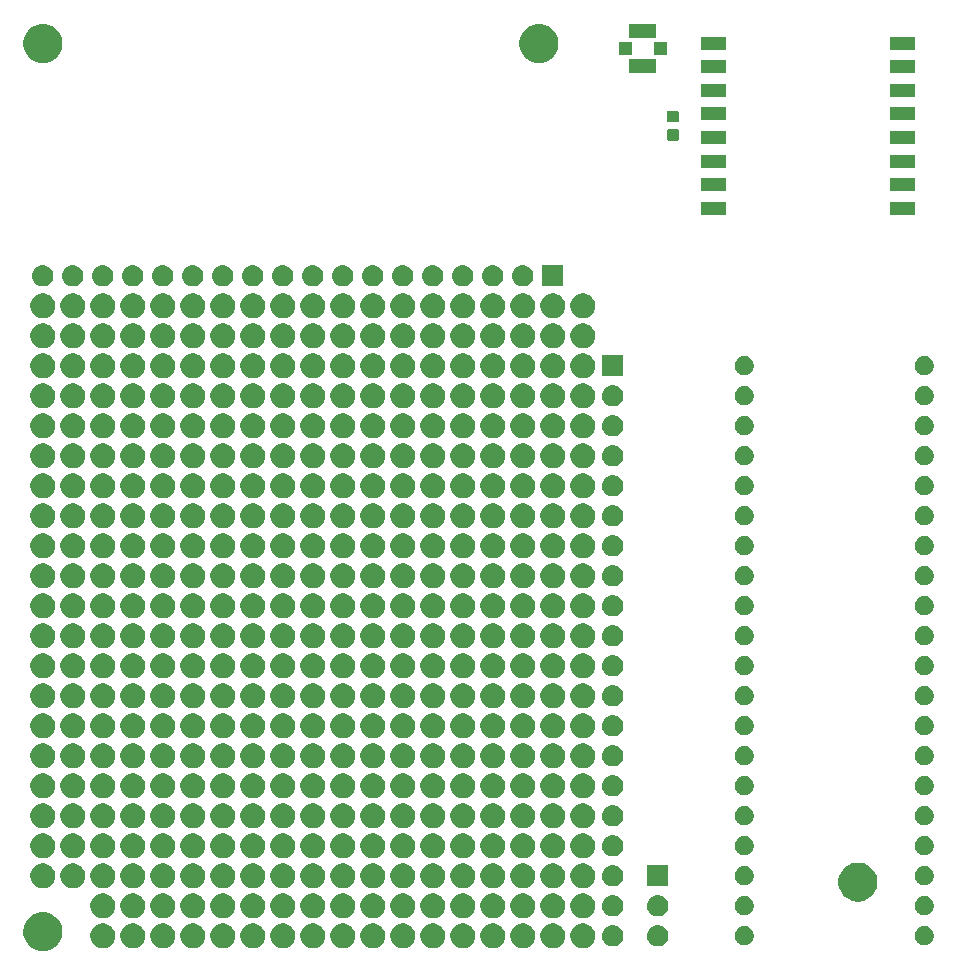
<source format=gts>
G04 #@! TF.GenerationSoftware,KiCad,Pcbnew,5.0.2-bee76a0~70~ubuntu16.04.1*
G04 #@! TF.CreationDate,2018-12-09T14:19:21+01:00*
G04 #@! TF.ProjectId,STM32Node,53544d33-324e-46f6-9465-2e6b69636164,rev?*
G04 #@! TF.SameCoordinates,Original*
G04 #@! TF.FileFunction,Soldermask,Top*
G04 #@! TF.FilePolarity,Negative*
%FSLAX46Y46*%
G04 Gerber Fmt 4.6, Leading zero omitted, Abs format (unit mm)*
G04 Created by KiCad (PCBNEW 5.0.2-bee76a0~70~ubuntu16.04.1) date So 09 Dez 2018 14:19:21 CET*
%MOMM*%
%LPD*%
G01*
G04 APERTURE LIST*
%ADD10C,0.100000*%
G04 APERTURE END LIST*
D10*
G36*
X174242323Y-127565060D02*
X174481521Y-127612639D01*
X174781947Y-127737080D01*
X175052324Y-127917740D01*
X175282260Y-128147676D01*
X175462920Y-128418053D01*
X175587361Y-128718479D01*
X175625190Y-128908659D01*
X175650800Y-129037409D01*
X175650800Y-129362591D01*
X175650636Y-129363414D01*
X175587361Y-129681521D01*
X175462920Y-129981947D01*
X175282260Y-130252324D01*
X175052324Y-130482260D01*
X174781947Y-130662920D01*
X174481521Y-130787361D01*
X174242323Y-130834940D01*
X174162591Y-130850800D01*
X173837409Y-130850800D01*
X173757677Y-130834940D01*
X173518479Y-130787361D01*
X173218053Y-130662920D01*
X172947676Y-130482260D01*
X172717740Y-130252324D01*
X172537080Y-129981947D01*
X172412639Y-129681521D01*
X172349364Y-129363414D01*
X172349200Y-129362591D01*
X172349200Y-129037409D01*
X172374810Y-128908659D01*
X172412639Y-128718479D01*
X172537080Y-128418053D01*
X172717740Y-128147676D01*
X172947676Y-127917740D01*
X173218053Y-127737080D01*
X173518479Y-127612639D01*
X173757677Y-127565060D01*
X173837409Y-127549200D01*
X174162591Y-127549200D01*
X174242323Y-127565060D01*
X174242323Y-127565060D01*
G37*
G36*
X192076507Y-128529582D02*
X192267740Y-128608793D01*
X192409842Y-128703743D01*
X192439849Y-128723793D01*
X192586207Y-128870151D01*
X192586209Y-128870154D01*
X192701207Y-129042260D01*
X192780418Y-129233493D01*
X192820800Y-129436505D01*
X192820800Y-129643495D01*
X192780418Y-129846507D01*
X192701207Y-130037740D01*
X192611937Y-130171341D01*
X192586207Y-130209849D01*
X192439849Y-130356207D01*
X192439846Y-130356209D01*
X192267740Y-130471207D01*
X192076507Y-130550418D01*
X191873495Y-130590800D01*
X191666505Y-130590800D01*
X191463493Y-130550418D01*
X191272260Y-130471207D01*
X191100154Y-130356209D01*
X191100151Y-130356207D01*
X190953793Y-130209849D01*
X190928063Y-130171341D01*
X190838793Y-130037740D01*
X190759582Y-129846507D01*
X190719200Y-129643495D01*
X190719200Y-129436505D01*
X190759582Y-129233493D01*
X190838793Y-129042260D01*
X190953791Y-128870154D01*
X190953793Y-128870151D01*
X191100151Y-128723793D01*
X191130158Y-128703743D01*
X191272260Y-128608793D01*
X191463493Y-128529582D01*
X191666505Y-128489200D01*
X191873495Y-128489200D01*
X192076507Y-128529582D01*
X192076507Y-128529582D01*
G37*
G36*
X179376507Y-128529582D02*
X179567740Y-128608793D01*
X179709842Y-128703743D01*
X179739849Y-128723793D01*
X179886207Y-128870151D01*
X179886209Y-128870154D01*
X180001207Y-129042260D01*
X180080418Y-129233493D01*
X180120800Y-129436505D01*
X180120800Y-129643495D01*
X180080418Y-129846507D01*
X180001207Y-130037740D01*
X179911937Y-130171341D01*
X179886207Y-130209849D01*
X179739849Y-130356207D01*
X179739846Y-130356209D01*
X179567740Y-130471207D01*
X179376507Y-130550418D01*
X179173495Y-130590800D01*
X178966505Y-130590800D01*
X178763493Y-130550418D01*
X178572260Y-130471207D01*
X178400154Y-130356209D01*
X178400151Y-130356207D01*
X178253793Y-130209849D01*
X178228063Y-130171341D01*
X178138793Y-130037740D01*
X178059582Y-129846507D01*
X178019200Y-129643495D01*
X178019200Y-129436505D01*
X178059582Y-129233493D01*
X178138793Y-129042260D01*
X178253791Y-128870154D01*
X178253793Y-128870151D01*
X178400151Y-128723793D01*
X178430158Y-128703743D01*
X178572260Y-128608793D01*
X178763493Y-128529582D01*
X178966505Y-128489200D01*
X179173495Y-128489200D01*
X179376507Y-128529582D01*
X179376507Y-128529582D01*
G37*
G36*
X207316507Y-128529582D02*
X207507740Y-128608793D01*
X207649842Y-128703743D01*
X207679849Y-128723793D01*
X207826207Y-128870151D01*
X207826209Y-128870154D01*
X207941207Y-129042260D01*
X208020418Y-129233493D01*
X208060800Y-129436505D01*
X208060800Y-129643495D01*
X208020418Y-129846507D01*
X207941207Y-130037740D01*
X207851937Y-130171341D01*
X207826207Y-130209849D01*
X207679849Y-130356207D01*
X207679846Y-130356209D01*
X207507740Y-130471207D01*
X207316507Y-130550418D01*
X207113495Y-130590800D01*
X206906505Y-130590800D01*
X206703493Y-130550418D01*
X206512260Y-130471207D01*
X206340154Y-130356209D01*
X206340151Y-130356207D01*
X206193793Y-130209849D01*
X206168063Y-130171341D01*
X206078793Y-130037740D01*
X205999582Y-129846507D01*
X205959200Y-129643495D01*
X205959200Y-129436505D01*
X205999582Y-129233493D01*
X206078793Y-129042260D01*
X206193791Y-128870154D01*
X206193793Y-128870151D01*
X206340151Y-128723793D01*
X206370158Y-128703743D01*
X206512260Y-128608793D01*
X206703493Y-128529582D01*
X206906505Y-128489200D01*
X207113495Y-128489200D01*
X207316507Y-128529582D01*
X207316507Y-128529582D01*
G37*
G36*
X209856507Y-128529582D02*
X210047740Y-128608793D01*
X210189842Y-128703743D01*
X210219849Y-128723793D01*
X210366207Y-128870151D01*
X210366209Y-128870154D01*
X210481207Y-129042260D01*
X210560418Y-129233493D01*
X210600800Y-129436505D01*
X210600800Y-129643495D01*
X210560418Y-129846507D01*
X210481207Y-130037740D01*
X210391937Y-130171341D01*
X210366207Y-130209849D01*
X210219849Y-130356207D01*
X210219846Y-130356209D01*
X210047740Y-130471207D01*
X209856507Y-130550418D01*
X209653495Y-130590800D01*
X209446505Y-130590800D01*
X209243493Y-130550418D01*
X209052260Y-130471207D01*
X208880154Y-130356209D01*
X208880151Y-130356207D01*
X208733793Y-130209849D01*
X208708063Y-130171341D01*
X208618793Y-130037740D01*
X208539582Y-129846507D01*
X208499200Y-129643495D01*
X208499200Y-129436505D01*
X208539582Y-129233493D01*
X208618793Y-129042260D01*
X208733791Y-128870154D01*
X208733793Y-128870151D01*
X208880151Y-128723793D01*
X208910158Y-128703743D01*
X209052260Y-128608793D01*
X209243493Y-128529582D01*
X209446505Y-128489200D01*
X209653495Y-128489200D01*
X209856507Y-128529582D01*
X209856507Y-128529582D01*
G37*
G36*
X202236507Y-128529582D02*
X202427740Y-128608793D01*
X202569842Y-128703743D01*
X202599849Y-128723793D01*
X202746207Y-128870151D01*
X202746209Y-128870154D01*
X202861207Y-129042260D01*
X202940418Y-129233493D01*
X202980800Y-129436505D01*
X202980800Y-129643495D01*
X202940418Y-129846507D01*
X202861207Y-130037740D01*
X202771937Y-130171341D01*
X202746207Y-130209849D01*
X202599849Y-130356207D01*
X202599846Y-130356209D01*
X202427740Y-130471207D01*
X202236507Y-130550418D01*
X202033495Y-130590800D01*
X201826505Y-130590800D01*
X201623493Y-130550418D01*
X201432260Y-130471207D01*
X201260154Y-130356209D01*
X201260151Y-130356207D01*
X201113793Y-130209849D01*
X201088063Y-130171341D01*
X200998793Y-130037740D01*
X200919582Y-129846507D01*
X200879200Y-129643495D01*
X200879200Y-129436505D01*
X200919582Y-129233493D01*
X200998793Y-129042260D01*
X201113791Y-128870154D01*
X201113793Y-128870151D01*
X201260151Y-128723793D01*
X201290158Y-128703743D01*
X201432260Y-128608793D01*
X201623493Y-128529582D01*
X201826505Y-128489200D01*
X202033495Y-128489200D01*
X202236507Y-128529582D01*
X202236507Y-128529582D01*
G37*
G36*
X194616507Y-128529582D02*
X194807740Y-128608793D01*
X194949842Y-128703743D01*
X194979849Y-128723793D01*
X195126207Y-128870151D01*
X195126209Y-128870154D01*
X195241207Y-129042260D01*
X195320418Y-129233493D01*
X195360800Y-129436505D01*
X195360800Y-129643495D01*
X195320418Y-129846507D01*
X195241207Y-130037740D01*
X195151937Y-130171341D01*
X195126207Y-130209849D01*
X194979849Y-130356207D01*
X194979846Y-130356209D01*
X194807740Y-130471207D01*
X194616507Y-130550418D01*
X194413495Y-130590800D01*
X194206505Y-130590800D01*
X194003493Y-130550418D01*
X193812260Y-130471207D01*
X193640154Y-130356209D01*
X193640151Y-130356207D01*
X193493793Y-130209849D01*
X193468063Y-130171341D01*
X193378793Y-130037740D01*
X193299582Y-129846507D01*
X193259200Y-129643495D01*
X193259200Y-129436505D01*
X193299582Y-129233493D01*
X193378793Y-129042260D01*
X193493791Y-128870154D01*
X193493793Y-128870151D01*
X193640151Y-128723793D01*
X193670158Y-128703743D01*
X193812260Y-128608793D01*
X194003493Y-128529582D01*
X194206505Y-128489200D01*
X194413495Y-128489200D01*
X194616507Y-128529582D01*
X194616507Y-128529582D01*
G37*
G36*
X184456507Y-128529582D02*
X184647740Y-128608793D01*
X184789842Y-128703743D01*
X184819849Y-128723793D01*
X184966207Y-128870151D01*
X184966209Y-128870154D01*
X185081207Y-129042260D01*
X185160418Y-129233493D01*
X185200800Y-129436505D01*
X185200800Y-129643495D01*
X185160418Y-129846507D01*
X185081207Y-130037740D01*
X184991937Y-130171341D01*
X184966207Y-130209849D01*
X184819849Y-130356207D01*
X184819846Y-130356209D01*
X184647740Y-130471207D01*
X184456507Y-130550418D01*
X184253495Y-130590800D01*
X184046505Y-130590800D01*
X183843493Y-130550418D01*
X183652260Y-130471207D01*
X183480154Y-130356209D01*
X183480151Y-130356207D01*
X183333793Y-130209849D01*
X183308063Y-130171341D01*
X183218793Y-130037740D01*
X183139582Y-129846507D01*
X183099200Y-129643495D01*
X183099200Y-129436505D01*
X183139582Y-129233493D01*
X183218793Y-129042260D01*
X183333791Y-128870154D01*
X183333793Y-128870151D01*
X183480151Y-128723793D01*
X183510158Y-128703743D01*
X183652260Y-128608793D01*
X183843493Y-128529582D01*
X184046505Y-128489200D01*
X184253495Y-128489200D01*
X184456507Y-128529582D01*
X184456507Y-128529582D01*
G37*
G36*
X212396507Y-128529582D02*
X212587740Y-128608793D01*
X212729842Y-128703743D01*
X212759849Y-128723793D01*
X212906207Y-128870151D01*
X212906209Y-128870154D01*
X213021207Y-129042260D01*
X213100418Y-129233493D01*
X213140800Y-129436505D01*
X213140800Y-129643495D01*
X213100418Y-129846507D01*
X213021207Y-130037740D01*
X212931937Y-130171341D01*
X212906207Y-130209849D01*
X212759849Y-130356207D01*
X212759846Y-130356209D01*
X212587740Y-130471207D01*
X212396507Y-130550418D01*
X212193495Y-130590800D01*
X211986505Y-130590800D01*
X211783493Y-130550418D01*
X211592260Y-130471207D01*
X211420154Y-130356209D01*
X211420151Y-130356207D01*
X211273793Y-130209849D01*
X211248063Y-130171341D01*
X211158793Y-130037740D01*
X211079582Y-129846507D01*
X211039200Y-129643495D01*
X211039200Y-129436505D01*
X211079582Y-129233493D01*
X211158793Y-129042260D01*
X211273791Y-128870154D01*
X211273793Y-128870151D01*
X211420151Y-128723793D01*
X211450158Y-128703743D01*
X211592260Y-128608793D01*
X211783493Y-128529582D01*
X211986505Y-128489200D01*
X212193495Y-128489200D01*
X212396507Y-128529582D01*
X212396507Y-128529582D01*
G37*
G36*
X186996507Y-128529582D02*
X187187740Y-128608793D01*
X187329842Y-128703743D01*
X187359849Y-128723793D01*
X187506207Y-128870151D01*
X187506209Y-128870154D01*
X187621207Y-129042260D01*
X187700418Y-129233493D01*
X187740800Y-129436505D01*
X187740800Y-129643495D01*
X187700418Y-129846507D01*
X187621207Y-130037740D01*
X187531937Y-130171341D01*
X187506207Y-130209849D01*
X187359849Y-130356207D01*
X187359846Y-130356209D01*
X187187740Y-130471207D01*
X186996507Y-130550418D01*
X186793495Y-130590800D01*
X186586505Y-130590800D01*
X186383493Y-130550418D01*
X186192260Y-130471207D01*
X186020154Y-130356209D01*
X186020151Y-130356207D01*
X185873793Y-130209849D01*
X185848063Y-130171341D01*
X185758793Y-130037740D01*
X185679582Y-129846507D01*
X185639200Y-129643495D01*
X185639200Y-129436505D01*
X185679582Y-129233493D01*
X185758793Y-129042260D01*
X185873791Y-128870154D01*
X185873793Y-128870151D01*
X186020151Y-128723793D01*
X186050158Y-128703743D01*
X186192260Y-128608793D01*
X186383493Y-128529582D01*
X186586505Y-128489200D01*
X186793495Y-128489200D01*
X186996507Y-128529582D01*
X186996507Y-128529582D01*
G37*
G36*
X181916507Y-128529582D02*
X182107740Y-128608793D01*
X182249842Y-128703743D01*
X182279849Y-128723793D01*
X182426207Y-128870151D01*
X182426209Y-128870154D01*
X182541207Y-129042260D01*
X182620418Y-129233493D01*
X182660800Y-129436505D01*
X182660800Y-129643495D01*
X182620418Y-129846507D01*
X182541207Y-130037740D01*
X182451937Y-130171341D01*
X182426207Y-130209849D01*
X182279849Y-130356207D01*
X182279846Y-130356209D01*
X182107740Y-130471207D01*
X181916507Y-130550418D01*
X181713495Y-130590800D01*
X181506505Y-130590800D01*
X181303493Y-130550418D01*
X181112260Y-130471207D01*
X180940154Y-130356209D01*
X180940151Y-130356207D01*
X180793793Y-130209849D01*
X180768063Y-130171341D01*
X180678793Y-130037740D01*
X180599582Y-129846507D01*
X180559200Y-129643495D01*
X180559200Y-129436505D01*
X180599582Y-129233493D01*
X180678793Y-129042260D01*
X180793791Y-128870154D01*
X180793793Y-128870151D01*
X180940151Y-128723793D01*
X180970158Y-128703743D01*
X181112260Y-128608793D01*
X181303493Y-128529582D01*
X181506505Y-128489200D01*
X181713495Y-128489200D01*
X181916507Y-128529582D01*
X181916507Y-128529582D01*
G37*
G36*
X214936507Y-128529582D02*
X215127740Y-128608793D01*
X215269842Y-128703743D01*
X215299849Y-128723793D01*
X215446207Y-128870151D01*
X215446209Y-128870154D01*
X215561207Y-129042260D01*
X215640418Y-129233493D01*
X215680800Y-129436505D01*
X215680800Y-129643495D01*
X215640418Y-129846507D01*
X215561207Y-130037740D01*
X215471937Y-130171341D01*
X215446207Y-130209849D01*
X215299849Y-130356207D01*
X215299846Y-130356209D01*
X215127740Y-130471207D01*
X214936507Y-130550418D01*
X214733495Y-130590800D01*
X214526505Y-130590800D01*
X214323493Y-130550418D01*
X214132260Y-130471207D01*
X213960154Y-130356209D01*
X213960151Y-130356207D01*
X213813793Y-130209849D01*
X213788063Y-130171341D01*
X213698793Y-130037740D01*
X213619582Y-129846507D01*
X213579200Y-129643495D01*
X213579200Y-129436505D01*
X213619582Y-129233493D01*
X213698793Y-129042260D01*
X213813791Y-128870154D01*
X213813793Y-128870151D01*
X213960151Y-128723793D01*
X213990158Y-128703743D01*
X214132260Y-128608793D01*
X214323493Y-128529582D01*
X214526505Y-128489200D01*
X214733495Y-128489200D01*
X214936507Y-128529582D01*
X214936507Y-128529582D01*
G37*
G36*
X189536507Y-128529582D02*
X189727740Y-128608793D01*
X189869842Y-128703743D01*
X189899849Y-128723793D01*
X190046207Y-128870151D01*
X190046209Y-128870154D01*
X190161207Y-129042260D01*
X190240418Y-129233493D01*
X190280800Y-129436505D01*
X190280800Y-129643495D01*
X190240418Y-129846507D01*
X190161207Y-130037740D01*
X190071937Y-130171341D01*
X190046207Y-130209849D01*
X189899849Y-130356207D01*
X189899846Y-130356209D01*
X189727740Y-130471207D01*
X189536507Y-130550418D01*
X189333495Y-130590800D01*
X189126505Y-130590800D01*
X188923493Y-130550418D01*
X188732260Y-130471207D01*
X188560154Y-130356209D01*
X188560151Y-130356207D01*
X188413793Y-130209849D01*
X188388063Y-130171341D01*
X188298793Y-130037740D01*
X188219582Y-129846507D01*
X188179200Y-129643495D01*
X188179200Y-129436505D01*
X188219582Y-129233493D01*
X188298793Y-129042260D01*
X188413791Y-128870154D01*
X188413793Y-128870151D01*
X188560151Y-128723793D01*
X188590158Y-128703743D01*
X188732260Y-128608793D01*
X188923493Y-128529582D01*
X189126505Y-128489200D01*
X189333495Y-128489200D01*
X189536507Y-128529582D01*
X189536507Y-128529582D01*
G37*
G36*
X204776507Y-128529582D02*
X204967740Y-128608793D01*
X205109842Y-128703743D01*
X205139849Y-128723793D01*
X205286207Y-128870151D01*
X205286209Y-128870154D01*
X205401207Y-129042260D01*
X205480418Y-129233493D01*
X205520800Y-129436505D01*
X205520800Y-129643495D01*
X205480418Y-129846507D01*
X205401207Y-130037740D01*
X205311937Y-130171341D01*
X205286207Y-130209849D01*
X205139849Y-130356207D01*
X205139846Y-130356209D01*
X204967740Y-130471207D01*
X204776507Y-130550418D01*
X204573495Y-130590800D01*
X204366505Y-130590800D01*
X204163493Y-130550418D01*
X203972260Y-130471207D01*
X203800154Y-130356209D01*
X203800151Y-130356207D01*
X203653793Y-130209849D01*
X203628063Y-130171341D01*
X203538793Y-130037740D01*
X203459582Y-129846507D01*
X203419200Y-129643495D01*
X203419200Y-129436505D01*
X203459582Y-129233493D01*
X203538793Y-129042260D01*
X203653791Y-128870154D01*
X203653793Y-128870151D01*
X203800151Y-128723793D01*
X203830158Y-128703743D01*
X203972260Y-128608793D01*
X204163493Y-128529582D01*
X204366505Y-128489200D01*
X204573495Y-128489200D01*
X204776507Y-128529582D01*
X204776507Y-128529582D01*
G37*
G36*
X217476507Y-128529582D02*
X217667740Y-128608793D01*
X217809842Y-128703743D01*
X217839849Y-128723793D01*
X217986207Y-128870151D01*
X217986209Y-128870154D01*
X218101207Y-129042260D01*
X218180418Y-129233493D01*
X218220800Y-129436505D01*
X218220800Y-129643495D01*
X218180418Y-129846507D01*
X218101207Y-130037740D01*
X218011937Y-130171341D01*
X217986207Y-130209849D01*
X217839849Y-130356207D01*
X217839846Y-130356209D01*
X217667740Y-130471207D01*
X217476507Y-130550418D01*
X217273495Y-130590800D01*
X217066505Y-130590800D01*
X216863493Y-130550418D01*
X216672260Y-130471207D01*
X216500154Y-130356209D01*
X216500151Y-130356207D01*
X216353793Y-130209849D01*
X216328063Y-130171341D01*
X216238793Y-130037740D01*
X216159582Y-129846507D01*
X216119200Y-129643495D01*
X216119200Y-129436505D01*
X216159582Y-129233493D01*
X216238793Y-129042260D01*
X216353791Y-128870154D01*
X216353793Y-128870151D01*
X216500151Y-128723793D01*
X216530158Y-128703743D01*
X216672260Y-128608793D01*
X216863493Y-128529582D01*
X217066505Y-128489200D01*
X217273495Y-128489200D01*
X217476507Y-128529582D01*
X217476507Y-128529582D01*
G37*
G36*
X199696507Y-128529582D02*
X199887740Y-128608793D01*
X200029842Y-128703743D01*
X200059849Y-128723793D01*
X200206207Y-128870151D01*
X200206209Y-128870154D01*
X200321207Y-129042260D01*
X200400418Y-129233493D01*
X200440800Y-129436505D01*
X200440800Y-129643495D01*
X200400418Y-129846507D01*
X200321207Y-130037740D01*
X200231937Y-130171341D01*
X200206207Y-130209849D01*
X200059849Y-130356207D01*
X200059846Y-130356209D01*
X199887740Y-130471207D01*
X199696507Y-130550418D01*
X199493495Y-130590800D01*
X199286505Y-130590800D01*
X199083493Y-130550418D01*
X198892260Y-130471207D01*
X198720154Y-130356209D01*
X198720151Y-130356207D01*
X198573793Y-130209849D01*
X198548063Y-130171341D01*
X198458793Y-130037740D01*
X198379582Y-129846507D01*
X198339200Y-129643495D01*
X198339200Y-129436505D01*
X198379582Y-129233493D01*
X198458793Y-129042260D01*
X198573791Y-128870154D01*
X198573793Y-128870151D01*
X198720151Y-128723793D01*
X198750158Y-128703743D01*
X198892260Y-128608793D01*
X199083493Y-128529582D01*
X199286505Y-128489200D01*
X199493495Y-128489200D01*
X199696507Y-128529582D01*
X199696507Y-128529582D01*
G37*
G36*
X220016507Y-128529582D02*
X220207740Y-128608793D01*
X220349842Y-128703743D01*
X220379849Y-128723793D01*
X220526207Y-128870151D01*
X220526209Y-128870154D01*
X220641207Y-129042260D01*
X220720418Y-129233493D01*
X220760800Y-129436505D01*
X220760800Y-129643495D01*
X220720418Y-129846507D01*
X220641207Y-130037740D01*
X220551937Y-130171341D01*
X220526207Y-130209849D01*
X220379849Y-130356207D01*
X220379846Y-130356209D01*
X220207740Y-130471207D01*
X220016507Y-130550418D01*
X219813495Y-130590800D01*
X219606505Y-130590800D01*
X219403493Y-130550418D01*
X219212260Y-130471207D01*
X219040154Y-130356209D01*
X219040151Y-130356207D01*
X218893793Y-130209849D01*
X218868063Y-130171341D01*
X218778793Y-130037740D01*
X218699582Y-129846507D01*
X218659200Y-129643495D01*
X218659200Y-129436505D01*
X218699582Y-129233493D01*
X218778793Y-129042260D01*
X218893791Y-128870154D01*
X218893793Y-128870151D01*
X219040151Y-128723793D01*
X219070158Y-128703743D01*
X219212260Y-128608793D01*
X219403493Y-128529582D01*
X219606505Y-128489200D01*
X219813495Y-128489200D01*
X220016507Y-128529582D01*
X220016507Y-128529582D01*
G37*
G36*
X197156507Y-128529582D02*
X197347740Y-128608793D01*
X197489842Y-128703743D01*
X197519849Y-128723793D01*
X197666207Y-128870151D01*
X197666209Y-128870154D01*
X197781207Y-129042260D01*
X197860418Y-129233493D01*
X197900800Y-129436505D01*
X197900800Y-129643495D01*
X197860418Y-129846507D01*
X197781207Y-130037740D01*
X197691937Y-130171341D01*
X197666207Y-130209849D01*
X197519849Y-130356207D01*
X197519846Y-130356209D01*
X197347740Y-130471207D01*
X197156507Y-130550418D01*
X196953495Y-130590800D01*
X196746505Y-130590800D01*
X196543493Y-130550418D01*
X196352260Y-130471207D01*
X196180154Y-130356209D01*
X196180151Y-130356207D01*
X196033793Y-130209849D01*
X196008063Y-130171341D01*
X195918793Y-130037740D01*
X195839582Y-129846507D01*
X195799200Y-129643495D01*
X195799200Y-129436505D01*
X195839582Y-129233493D01*
X195918793Y-129042260D01*
X196033791Y-128870154D01*
X196033793Y-128870151D01*
X196180151Y-128723793D01*
X196210158Y-128703743D01*
X196352260Y-128608793D01*
X196543493Y-128529582D01*
X196746505Y-128489200D01*
X196953495Y-128489200D01*
X197156507Y-128529582D01*
X197156507Y-128529582D01*
G37*
G36*
X226148362Y-128643545D02*
X226236588Y-128652234D01*
X226349789Y-128686573D01*
X226406390Y-128703743D01*
X226443900Y-128723793D01*
X226562879Y-128787389D01*
X226598609Y-128816712D01*
X226700044Y-128899956D01*
X226783288Y-129001391D01*
X226812611Y-129037121D01*
X226812612Y-129037123D01*
X226896257Y-129193610D01*
X226896257Y-129193611D01*
X226947766Y-129363412D01*
X226965158Y-129540000D01*
X226947766Y-129716588D01*
X226929414Y-129777085D01*
X226896257Y-129886390D01*
X226822178Y-130024980D01*
X226812611Y-130042879D01*
X226800092Y-130058133D01*
X226700044Y-130180044D01*
X226602257Y-130260294D01*
X226562879Y-130292611D01*
X226562877Y-130292612D01*
X226406390Y-130376257D01*
X226349789Y-130393427D01*
X226236588Y-130427766D01*
X226148362Y-130436455D01*
X226104250Y-130440800D01*
X226015750Y-130440800D01*
X225971638Y-130436455D01*
X225883412Y-130427766D01*
X225770211Y-130393427D01*
X225713610Y-130376257D01*
X225557123Y-130292612D01*
X225557121Y-130292611D01*
X225517743Y-130260294D01*
X225419956Y-130180044D01*
X225319908Y-130058133D01*
X225307389Y-130042879D01*
X225297822Y-130024980D01*
X225223743Y-129886390D01*
X225190586Y-129777085D01*
X225172234Y-129716588D01*
X225154842Y-129540000D01*
X225172234Y-129363412D01*
X225223743Y-129193611D01*
X225223743Y-129193610D01*
X225307388Y-129037123D01*
X225307389Y-129037121D01*
X225336712Y-129001391D01*
X225419956Y-128899956D01*
X225521391Y-128816712D01*
X225557121Y-128787389D01*
X225676100Y-128723793D01*
X225713610Y-128703743D01*
X225770211Y-128686573D01*
X225883412Y-128652234D01*
X225971638Y-128643545D01*
X226015750Y-128639200D01*
X226104250Y-128639200D01*
X226148362Y-128643545D01*
X226148362Y-128643545D01*
G37*
G36*
X222338362Y-128643545D02*
X222426588Y-128652234D01*
X222539789Y-128686573D01*
X222596390Y-128703743D01*
X222633900Y-128723793D01*
X222752879Y-128787389D01*
X222788609Y-128816712D01*
X222890044Y-128899956D01*
X222973288Y-129001391D01*
X223002611Y-129037121D01*
X223002612Y-129037123D01*
X223086257Y-129193610D01*
X223086257Y-129193611D01*
X223137766Y-129363412D01*
X223155158Y-129540000D01*
X223137766Y-129716588D01*
X223119414Y-129777085D01*
X223086257Y-129886390D01*
X223012178Y-130024980D01*
X223002611Y-130042879D01*
X222990092Y-130058133D01*
X222890044Y-130180044D01*
X222792257Y-130260294D01*
X222752879Y-130292611D01*
X222752877Y-130292612D01*
X222596390Y-130376257D01*
X222539789Y-130393427D01*
X222426588Y-130427766D01*
X222338362Y-130436455D01*
X222294250Y-130440800D01*
X222205750Y-130440800D01*
X222161638Y-130436455D01*
X222073412Y-130427766D01*
X221960211Y-130393427D01*
X221903610Y-130376257D01*
X221747123Y-130292612D01*
X221747121Y-130292611D01*
X221707743Y-130260294D01*
X221609956Y-130180044D01*
X221509908Y-130058133D01*
X221497389Y-130042879D01*
X221487822Y-130024980D01*
X221413743Y-129886390D01*
X221380586Y-129777085D01*
X221362234Y-129716588D01*
X221344842Y-129540000D01*
X221362234Y-129363412D01*
X221413743Y-129193611D01*
X221413743Y-129193610D01*
X221497388Y-129037123D01*
X221497389Y-129037121D01*
X221526712Y-129001391D01*
X221609956Y-128899956D01*
X221711391Y-128816712D01*
X221747121Y-128787389D01*
X221866100Y-128723793D01*
X221903610Y-128703743D01*
X221960211Y-128686573D01*
X222073412Y-128652234D01*
X222161638Y-128643545D01*
X222205750Y-128639200D01*
X222294250Y-128639200D01*
X222338362Y-128643545D01*
X222338362Y-128643545D01*
G37*
G36*
X233617085Y-128758435D02*
X233765004Y-128819705D01*
X233898133Y-128908659D01*
X234011341Y-129021867D01*
X234100295Y-129154996D01*
X234161565Y-129302915D01*
X234192800Y-129459945D01*
X234192800Y-129620055D01*
X234161565Y-129777085D01*
X234100295Y-129925004D01*
X234011341Y-130058133D01*
X233898133Y-130171341D01*
X233765004Y-130260295D01*
X233617085Y-130321565D01*
X233460055Y-130352800D01*
X233299945Y-130352800D01*
X233142915Y-130321565D01*
X232994996Y-130260295D01*
X232861867Y-130171341D01*
X232748659Y-130058133D01*
X232659705Y-129925004D01*
X232598435Y-129777085D01*
X232567200Y-129620055D01*
X232567200Y-129459945D01*
X232598435Y-129302915D01*
X232659705Y-129154996D01*
X232748659Y-129021867D01*
X232861867Y-128908659D01*
X232994996Y-128819705D01*
X233142915Y-128758435D01*
X233299945Y-128727200D01*
X233460055Y-128727200D01*
X233617085Y-128758435D01*
X233617085Y-128758435D01*
G37*
G36*
X248857085Y-128758435D02*
X249005004Y-128819705D01*
X249138133Y-128908659D01*
X249251341Y-129021867D01*
X249340295Y-129154996D01*
X249401565Y-129302915D01*
X249432800Y-129459945D01*
X249432800Y-129620055D01*
X249401565Y-129777085D01*
X249340295Y-129925004D01*
X249251341Y-130058133D01*
X249138133Y-130171341D01*
X249005004Y-130260295D01*
X248857085Y-130321565D01*
X248700055Y-130352800D01*
X248539945Y-130352800D01*
X248382915Y-130321565D01*
X248234996Y-130260295D01*
X248101867Y-130171341D01*
X247988659Y-130058133D01*
X247899705Y-129925004D01*
X247838435Y-129777085D01*
X247807200Y-129620055D01*
X247807200Y-129459945D01*
X247838435Y-129302915D01*
X247899705Y-129154996D01*
X247988659Y-129021867D01*
X248101867Y-128908659D01*
X248234996Y-128819705D01*
X248382915Y-128758435D01*
X248539945Y-128727200D01*
X248700055Y-128727200D01*
X248857085Y-128758435D01*
X248857085Y-128758435D01*
G37*
G36*
X189536507Y-125989582D02*
X189727740Y-126068793D01*
X189869842Y-126163743D01*
X189899849Y-126183793D01*
X190046207Y-126330151D01*
X190046209Y-126330154D01*
X190161207Y-126502260D01*
X190240418Y-126693493D01*
X190280800Y-126896505D01*
X190280800Y-127103495D01*
X190240418Y-127306507D01*
X190161207Y-127497740D01*
X190071937Y-127631341D01*
X190046207Y-127669849D01*
X189899849Y-127816207D01*
X189899846Y-127816209D01*
X189727740Y-127931207D01*
X189536507Y-128010418D01*
X189333495Y-128050800D01*
X189126505Y-128050800D01*
X188923493Y-128010418D01*
X188732260Y-127931207D01*
X188560154Y-127816209D01*
X188560151Y-127816207D01*
X188413793Y-127669849D01*
X188388063Y-127631341D01*
X188298793Y-127497740D01*
X188219582Y-127306507D01*
X188179200Y-127103495D01*
X188179200Y-126896505D01*
X188219582Y-126693493D01*
X188298793Y-126502260D01*
X188413791Y-126330154D01*
X188413793Y-126330151D01*
X188560151Y-126183793D01*
X188590158Y-126163743D01*
X188732260Y-126068793D01*
X188923493Y-125989582D01*
X189126505Y-125949200D01*
X189333495Y-125949200D01*
X189536507Y-125989582D01*
X189536507Y-125989582D01*
G37*
G36*
X186996507Y-125989582D02*
X187187740Y-126068793D01*
X187329842Y-126163743D01*
X187359849Y-126183793D01*
X187506207Y-126330151D01*
X187506209Y-126330154D01*
X187621207Y-126502260D01*
X187700418Y-126693493D01*
X187740800Y-126896505D01*
X187740800Y-127103495D01*
X187700418Y-127306507D01*
X187621207Y-127497740D01*
X187531937Y-127631341D01*
X187506207Y-127669849D01*
X187359849Y-127816207D01*
X187359846Y-127816209D01*
X187187740Y-127931207D01*
X186996507Y-128010418D01*
X186793495Y-128050800D01*
X186586505Y-128050800D01*
X186383493Y-128010418D01*
X186192260Y-127931207D01*
X186020154Y-127816209D01*
X186020151Y-127816207D01*
X185873793Y-127669849D01*
X185848063Y-127631341D01*
X185758793Y-127497740D01*
X185679582Y-127306507D01*
X185639200Y-127103495D01*
X185639200Y-126896505D01*
X185679582Y-126693493D01*
X185758793Y-126502260D01*
X185873791Y-126330154D01*
X185873793Y-126330151D01*
X186020151Y-126183793D01*
X186050158Y-126163743D01*
X186192260Y-126068793D01*
X186383493Y-125989582D01*
X186586505Y-125949200D01*
X186793495Y-125949200D01*
X186996507Y-125989582D01*
X186996507Y-125989582D01*
G37*
G36*
X192076507Y-125989582D02*
X192267740Y-126068793D01*
X192409842Y-126163743D01*
X192439849Y-126183793D01*
X192586207Y-126330151D01*
X192586209Y-126330154D01*
X192701207Y-126502260D01*
X192780418Y-126693493D01*
X192820800Y-126896505D01*
X192820800Y-127103495D01*
X192780418Y-127306507D01*
X192701207Y-127497740D01*
X192611937Y-127631341D01*
X192586207Y-127669849D01*
X192439849Y-127816207D01*
X192439846Y-127816209D01*
X192267740Y-127931207D01*
X192076507Y-128010418D01*
X191873495Y-128050800D01*
X191666505Y-128050800D01*
X191463493Y-128010418D01*
X191272260Y-127931207D01*
X191100154Y-127816209D01*
X191100151Y-127816207D01*
X190953793Y-127669849D01*
X190928063Y-127631341D01*
X190838793Y-127497740D01*
X190759582Y-127306507D01*
X190719200Y-127103495D01*
X190719200Y-126896505D01*
X190759582Y-126693493D01*
X190838793Y-126502260D01*
X190953791Y-126330154D01*
X190953793Y-126330151D01*
X191100151Y-126183793D01*
X191130158Y-126163743D01*
X191272260Y-126068793D01*
X191463493Y-125989582D01*
X191666505Y-125949200D01*
X191873495Y-125949200D01*
X192076507Y-125989582D01*
X192076507Y-125989582D01*
G37*
G36*
X202236507Y-125989582D02*
X202427740Y-126068793D01*
X202569842Y-126163743D01*
X202599849Y-126183793D01*
X202746207Y-126330151D01*
X202746209Y-126330154D01*
X202861207Y-126502260D01*
X202940418Y-126693493D01*
X202980800Y-126896505D01*
X202980800Y-127103495D01*
X202940418Y-127306507D01*
X202861207Y-127497740D01*
X202771937Y-127631341D01*
X202746207Y-127669849D01*
X202599849Y-127816207D01*
X202599846Y-127816209D01*
X202427740Y-127931207D01*
X202236507Y-128010418D01*
X202033495Y-128050800D01*
X201826505Y-128050800D01*
X201623493Y-128010418D01*
X201432260Y-127931207D01*
X201260154Y-127816209D01*
X201260151Y-127816207D01*
X201113793Y-127669849D01*
X201088063Y-127631341D01*
X200998793Y-127497740D01*
X200919582Y-127306507D01*
X200879200Y-127103495D01*
X200879200Y-126896505D01*
X200919582Y-126693493D01*
X200998793Y-126502260D01*
X201113791Y-126330154D01*
X201113793Y-126330151D01*
X201260151Y-126183793D01*
X201290158Y-126163743D01*
X201432260Y-126068793D01*
X201623493Y-125989582D01*
X201826505Y-125949200D01*
X202033495Y-125949200D01*
X202236507Y-125989582D01*
X202236507Y-125989582D01*
G37*
G36*
X209856507Y-125989582D02*
X210047740Y-126068793D01*
X210189842Y-126163743D01*
X210219849Y-126183793D01*
X210366207Y-126330151D01*
X210366209Y-126330154D01*
X210481207Y-126502260D01*
X210560418Y-126693493D01*
X210600800Y-126896505D01*
X210600800Y-127103495D01*
X210560418Y-127306507D01*
X210481207Y-127497740D01*
X210391937Y-127631341D01*
X210366207Y-127669849D01*
X210219849Y-127816207D01*
X210219846Y-127816209D01*
X210047740Y-127931207D01*
X209856507Y-128010418D01*
X209653495Y-128050800D01*
X209446505Y-128050800D01*
X209243493Y-128010418D01*
X209052260Y-127931207D01*
X208880154Y-127816209D01*
X208880151Y-127816207D01*
X208733793Y-127669849D01*
X208708063Y-127631341D01*
X208618793Y-127497740D01*
X208539582Y-127306507D01*
X208499200Y-127103495D01*
X208499200Y-126896505D01*
X208539582Y-126693493D01*
X208618793Y-126502260D01*
X208733791Y-126330154D01*
X208733793Y-126330151D01*
X208880151Y-126183793D01*
X208910158Y-126163743D01*
X209052260Y-126068793D01*
X209243493Y-125989582D01*
X209446505Y-125949200D01*
X209653495Y-125949200D01*
X209856507Y-125989582D01*
X209856507Y-125989582D01*
G37*
G36*
X217476507Y-125989582D02*
X217667740Y-126068793D01*
X217809842Y-126163743D01*
X217839849Y-126183793D01*
X217986207Y-126330151D01*
X217986209Y-126330154D01*
X218101207Y-126502260D01*
X218180418Y-126693493D01*
X218220800Y-126896505D01*
X218220800Y-127103495D01*
X218180418Y-127306507D01*
X218101207Y-127497740D01*
X218011937Y-127631341D01*
X217986207Y-127669849D01*
X217839849Y-127816207D01*
X217839846Y-127816209D01*
X217667740Y-127931207D01*
X217476507Y-128010418D01*
X217273495Y-128050800D01*
X217066505Y-128050800D01*
X216863493Y-128010418D01*
X216672260Y-127931207D01*
X216500154Y-127816209D01*
X216500151Y-127816207D01*
X216353793Y-127669849D01*
X216328063Y-127631341D01*
X216238793Y-127497740D01*
X216159582Y-127306507D01*
X216119200Y-127103495D01*
X216119200Y-126896505D01*
X216159582Y-126693493D01*
X216238793Y-126502260D01*
X216353791Y-126330154D01*
X216353793Y-126330151D01*
X216500151Y-126183793D01*
X216530158Y-126163743D01*
X216672260Y-126068793D01*
X216863493Y-125989582D01*
X217066505Y-125949200D01*
X217273495Y-125949200D01*
X217476507Y-125989582D01*
X217476507Y-125989582D01*
G37*
G36*
X207316507Y-125989582D02*
X207507740Y-126068793D01*
X207649842Y-126163743D01*
X207679849Y-126183793D01*
X207826207Y-126330151D01*
X207826209Y-126330154D01*
X207941207Y-126502260D01*
X208020418Y-126693493D01*
X208060800Y-126896505D01*
X208060800Y-127103495D01*
X208020418Y-127306507D01*
X207941207Y-127497740D01*
X207851937Y-127631341D01*
X207826207Y-127669849D01*
X207679849Y-127816207D01*
X207679846Y-127816209D01*
X207507740Y-127931207D01*
X207316507Y-128010418D01*
X207113495Y-128050800D01*
X206906505Y-128050800D01*
X206703493Y-128010418D01*
X206512260Y-127931207D01*
X206340154Y-127816209D01*
X206340151Y-127816207D01*
X206193793Y-127669849D01*
X206168063Y-127631341D01*
X206078793Y-127497740D01*
X205999582Y-127306507D01*
X205959200Y-127103495D01*
X205959200Y-126896505D01*
X205999582Y-126693493D01*
X206078793Y-126502260D01*
X206193791Y-126330154D01*
X206193793Y-126330151D01*
X206340151Y-126183793D01*
X206370158Y-126163743D01*
X206512260Y-126068793D01*
X206703493Y-125989582D01*
X206906505Y-125949200D01*
X207113495Y-125949200D01*
X207316507Y-125989582D01*
X207316507Y-125989582D01*
G37*
G36*
X194616507Y-125989582D02*
X194807740Y-126068793D01*
X194949842Y-126163743D01*
X194979849Y-126183793D01*
X195126207Y-126330151D01*
X195126209Y-126330154D01*
X195241207Y-126502260D01*
X195320418Y-126693493D01*
X195360800Y-126896505D01*
X195360800Y-127103495D01*
X195320418Y-127306507D01*
X195241207Y-127497740D01*
X195151937Y-127631341D01*
X195126207Y-127669849D01*
X194979849Y-127816207D01*
X194979846Y-127816209D01*
X194807740Y-127931207D01*
X194616507Y-128010418D01*
X194413495Y-128050800D01*
X194206505Y-128050800D01*
X194003493Y-128010418D01*
X193812260Y-127931207D01*
X193640154Y-127816209D01*
X193640151Y-127816207D01*
X193493793Y-127669849D01*
X193468063Y-127631341D01*
X193378793Y-127497740D01*
X193299582Y-127306507D01*
X193259200Y-127103495D01*
X193259200Y-126896505D01*
X193299582Y-126693493D01*
X193378793Y-126502260D01*
X193493791Y-126330154D01*
X193493793Y-126330151D01*
X193640151Y-126183793D01*
X193670158Y-126163743D01*
X193812260Y-126068793D01*
X194003493Y-125989582D01*
X194206505Y-125949200D01*
X194413495Y-125949200D01*
X194616507Y-125989582D01*
X194616507Y-125989582D01*
G37*
G36*
X204776507Y-125989582D02*
X204967740Y-126068793D01*
X205109842Y-126163743D01*
X205139849Y-126183793D01*
X205286207Y-126330151D01*
X205286209Y-126330154D01*
X205401207Y-126502260D01*
X205480418Y-126693493D01*
X205520800Y-126896505D01*
X205520800Y-127103495D01*
X205480418Y-127306507D01*
X205401207Y-127497740D01*
X205311937Y-127631341D01*
X205286207Y-127669849D01*
X205139849Y-127816207D01*
X205139846Y-127816209D01*
X204967740Y-127931207D01*
X204776507Y-128010418D01*
X204573495Y-128050800D01*
X204366505Y-128050800D01*
X204163493Y-128010418D01*
X203972260Y-127931207D01*
X203800154Y-127816209D01*
X203800151Y-127816207D01*
X203653793Y-127669849D01*
X203628063Y-127631341D01*
X203538793Y-127497740D01*
X203459582Y-127306507D01*
X203419200Y-127103495D01*
X203419200Y-126896505D01*
X203459582Y-126693493D01*
X203538793Y-126502260D01*
X203653791Y-126330154D01*
X203653793Y-126330151D01*
X203800151Y-126183793D01*
X203830158Y-126163743D01*
X203972260Y-126068793D01*
X204163493Y-125989582D01*
X204366505Y-125949200D01*
X204573495Y-125949200D01*
X204776507Y-125989582D01*
X204776507Y-125989582D01*
G37*
G36*
X199696507Y-125989582D02*
X199887740Y-126068793D01*
X200029842Y-126163743D01*
X200059849Y-126183793D01*
X200206207Y-126330151D01*
X200206209Y-126330154D01*
X200321207Y-126502260D01*
X200400418Y-126693493D01*
X200440800Y-126896505D01*
X200440800Y-127103495D01*
X200400418Y-127306507D01*
X200321207Y-127497740D01*
X200231937Y-127631341D01*
X200206207Y-127669849D01*
X200059849Y-127816207D01*
X200059846Y-127816209D01*
X199887740Y-127931207D01*
X199696507Y-128010418D01*
X199493495Y-128050800D01*
X199286505Y-128050800D01*
X199083493Y-128010418D01*
X198892260Y-127931207D01*
X198720154Y-127816209D01*
X198720151Y-127816207D01*
X198573793Y-127669849D01*
X198548063Y-127631341D01*
X198458793Y-127497740D01*
X198379582Y-127306507D01*
X198339200Y-127103495D01*
X198339200Y-126896505D01*
X198379582Y-126693493D01*
X198458793Y-126502260D01*
X198573791Y-126330154D01*
X198573793Y-126330151D01*
X198720151Y-126183793D01*
X198750158Y-126163743D01*
X198892260Y-126068793D01*
X199083493Y-125989582D01*
X199286505Y-125949200D01*
X199493495Y-125949200D01*
X199696507Y-125989582D01*
X199696507Y-125989582D01*
G37*
G36*
X184456507Y-125989582D02*
X184647740Y-126068793D01*
X184789842Y-126163743D01*
X184819849Y-126183793D01*
X184966207Y-126330151D01*
X184966209Y-126330154D01*
X185081207Y-126502260D01*
X185160418Y-126693493D01*
X185200800Y-126896505D01*
X185200800Y-127103495D01*
X185160418Y-127306507D01*
X185081207Y-127497740D01*
X184991937Y-127631341D01*
X184966207Y-127669849D01*
X184819849Y-127816207D01*
X184819846Y-127816209D01*
X184647740Y-127931207D01*
X184456507Y-128010418D01*
X184253495Y-128050800D01*
X184046505Y-128050800D01*
X183843493Y-128010418D01*
X183652260Y-127931207D01*
X183480154Y-127816209D01*
X183480151Y-127816207D01*
X183333793Y-127669849D01*
X183308063Y-127631341D01*
X183218793Y-127497740D01*
X183139582Y-127306507D01*
X183099200Y-127103495D01*
X183099200Y-126896505D01*
X183139582Y-126693493D01*
X183218793Y-126502260D01*
X183333791Y-126330154D01*
X183333793Y-126330151D01*
X183480151Y-126183793D01*
X183510158Y-126163743D01*
X183652260Y-126068793D01*
X183843493Y-125989582D01*
X184046505Y-125949200D01*
X184253495Y-125949200D01*
X184456507Y-125989582D01*
X184456507Y-125989582D01*
G37*
G36*
X212396507Y-125989582D02*
X212587740Y-126068793D01*
X212729842Y-126163743D01*
X212759849Y-126183793D01*
X212906207Y-126330151D01*
X212906209Y-126330154D01*
X213021207Y-126502260D01*
X213100418Y-126693493D01*
X213140800Y-126896505D01*
X213140800Y-127103495D01*
X213100418Y-127306507D01*
X213021207Y-127497740D01*
X212931937Y-127631341D01*
X212906207Y-127669849D01*
X212759849Y-127816207D01*
X212759846Y-127816209D01*
X212587740Y-127931207D01*
X212396507Y-128010418D01*
X212193495Y-128050800D01*
X211986505Y-128050800D01*
X211783493Y-128010418D01*
X211592260Y-127931207D01*
X211420154Y-127816209D01*
X211420151Y-127816207D01*
X211273793Y-127669849D01*
X211248063Y-127631341D01*
X211158793Y-127497740D01*
X211079582Y-127306507D01*
X211039200Y-127103495D01*
X211039200Y-126896505D01*
X211079582Y-126693493D01*
X211158793Y-126502260D01*
X211273791Y-126330154D01*
X211273793Y-126330151D01*
X211420151Y-126183793D01*
X211450158Y-126163743D01*
X211592260Y-126068793D01*
X211783493Y-125989582D01*
X211986505Y-125949200D01*
X212193495Y-125949200D01*
X212396507Y-125989582D01*
X212396507Y-125989582D01*
G37*
G36*
X181916507Y-125989582D02*
X182107740Y-126068793D01*
X182249842Y-126163743D01*
X182279849Y-126183793D01*
X182426207Y-126330151D01*
X182426209Y-126330154D01*
X182541207Y-126502260D01*
X182620418Y-126693493D01*
X182660800Y-126896505D01*
X182660800Y-127103495D01*
X182620418Y-127306507D01*
X182541207Y-127497740D01*
X182451937Y-127631341D01*
X182426207Y-127669849D01*
X182279849Y-127816207D01*
X182279846Y-127816209D01*
X182107740Y-127931207D01*
X181916507Y-128010418D01*
X181713495Y-128050800D01*
X181506505Y-128050800D01*
X181303493Y-128010418D01*
X181112260Y-127931207D01*
X180940154Y-127816209D01*
X180940151Y-127816207D01*
X180793793Y-127669849D01*
X180768063Y-127631341D01*
X180678793Y-127497740D01*
X180599582Y-127306507D01*
X180559200Y-127103495D01*
X180559200Y-126896505D01*
X180599582Y-126693493D01*
X180678793Y-126502260D01*
X180793791Y-126330154D01*
X180793793Y-126330151D01*
X180940151Y-126183793D01*
X180970158Y-126163743D01*
X181112260Y-126068793D01*
X181303493Y-125989582D01*
X181506505Y-125949200D01*
X181713495Y-125949200D01*
X181916507Y-125989582D01*
X181916507Y-125989582D01*
G37*
G36*
X220016507Y-125989582D02*
X220207740Y-126068793D01*
X220349842Y-126163743D01*
X220379849Y-126183793D01*
X220526207Y-126330151D01*
X220526209Y-126330154D01*
X220641207Y-126502260D01*
X220720418Y-126693493D01*
X220760800Y-126896505D01*
X220760800Y-127103495D01*
X220720418Y-127306507D01*
X220641207Y-127497740D01*
X220551937Y-127631341D01*
X220526207Y-127669849D01*
X220379849Y-127816207D01*
X220379846Y-127816209D01*
X220207740Y-127931207D01*
X220016507Y-128010418D01*
X219813495Y-128050800D01*
X219606505Y-128050800D01*
X219403493Y-128010418D01*
X219212260Y-127931207D01*
X219040154Y-127816209D01*
X219040151Y-127816207D01*
X218893793Y-127669849D01*
X218868063Y-127631341D01*
X218778793Y-127497740D01*
X218699582Y-127306507D01*
X218659200Y-127103495D01*
X218659200Y-126896505D01*
X218699582Y-126693493D01*
X218778793Y-126502260D01*
X218893791Y-126330154D01*
X218893793Y-126330151D01*
X219040151Y-126183793D01*
X219070158Y-126163743D01*
X219212260Y-126068793D01*
X219403493Y-125989582D01*
X219606505Y-125949200D01*
X219813495Y-125949200D01*
X220016507Y-125989582D01*
X220016507Y-125989582D01*
G37*
G36*
X197156507Y-125989582D02*
X197347740Y-126068793D01*
X197489842Y-126163743D01*
X197519849Y-126183793D01*
X197666207Y-126330151D01*
X197666209Y-126330154D01*
X197781207Y-126502260D01*
X197860418Y-126693493D01*
X197900800Y-126896505D01*
X197900800Y-127103495D01*
X197860418Y-127306507D01*
X197781207Y-127497740D01*
X197691937Y-127631341D01*
X197666207Y-127669849D01*
X197519849Y-127816207D01*
X197519846Y-127816209D01*
X197347740Y-127931207D01*
X197156507Y-128010418D01*
X196953495Y-128050800D01*
X196746505Y-128050800D01*
X196543493Y-128010418D01*
X196352260Y-127931207D01*
X196180154Y-127816209D01*
X196180151Y-127816207D01*
X196033793Y-127669849D01*
X196008063Y-127631341D01*
X195918793Y-127497740D01*
X195839582Y-127306507D01*
X195799200Y-127103495D01*
X195799200Y-126896505D01*
X195839582Y-126693493D01*
X195918793Y-126502260D01*
X196033791Y-126330154D01*
X196033793Y-126330151D01*
X196180151Y-126183793D01*
X196210158Y-126163743D01*
X196352260Y-126068793D01*
X196543493Y-125989582D01*
X196746505Y-125949200D01*
X196953495Y-125949200D01*
X197156507Y-125989582D01*
X197156507Y-125989582D01*
G37*
G36*
X214936507Y-125989582D02*
X215127740Y-126068793D01*
X215269842Y-126163743D01*
X215299849Y-126183793D01*
X215446207Y-126330151D01*
X215446209Y-126330154D01*
X215561207Y-126502260D01*
X215640418Y-126693493D01*
X215680800Y-126896505D01*
X215680800Y-127103495D01*
X215640418Y-127306507D01*
X215561207Y-127497740D01*
X215471937Y-127631341D01*
X215446207Y-127669849D01*
X215299849Y-127816207D01*
X215299846Y-127816209D01*
X215127740Y-127931207D01*
X214936507Y-128010418D01*
X214733495Y-128050800D01*
X214526505Y-128050800D01*
X214323493Y-128010418D01*
X214132260Y-127931207D01*
X213960154Y-127816209D01*
X213960151Y-127816207D01*
X213813793Y-127669849D01*
X213788063Y-127631341D01*
X213698793Y-127497740D01*
X213619582Y-127306507D01*
X213579200Y-127103495D01*
X213579200Y-126896505D01*
X213619582Y-126693493D01*
X213698793Y-126502260D01*
X213813791Y-126330154D01*
X213813793Y-126330151D01*
X213960151Y-126183793D01*
X213990158Y-126163743D01*
X214132260Y-126068793D01*
X214323493Y-125989582D01*
X214526505Y-125949200D01*
X214733495Y-125949200D01*
X214936507Y-125989582D01*
X214936507Y-125989582D01*
G37*
G36*
X179376507Y-125989582D02*
X179567740Y-126068793D01*
X179709842Y-126163743D01*
X179739849Y-126183793D01*
X179886207Y-126330151D01*
X179886209Y-126330154D01*
X180001207Y-126502260D01*
X180080418Y-126693493D01*
X180120800Y-126896505D01*
X180120800Y-127103495D01*
X180080418Y-127306507D01*
X180001207Y-127497740D01*
X179911937Y-127631341D01*
X179886207Y-127669849D01*
X179739849Y-127816207D01*
X179739846Y-127816209D01*
X179567740Y-127931207D01*
X179376507Y-128010418D01*
X179173495Y-128050800D01*
X178966505Y-128050800D01*
X178763493Y-128010418D01*
X178572260Y-127931207D01*
X178400154Y-127816209D01*
X178400151Y-127816207D01*
X178253793Y-127669849D01*
X178228063Y-127631341D01*
X178138793Y-127497740D01*
X178059582Y-127306507D01*
X178019200Y-127103495D01*
X178019200Y-126896505D01*
X178059582Y-126693493D01*
X178138793Y-126502260D01*
X178253791Y-126330154D01*
X178253793Y-126330151D01*
X178400151Y-126183793D01*
X178430158Y-126163743D01*
X178572260Y-126068793D01*
X178763493Y-125989582D01*
X178966505Y-125949200D01*
X179173495Y-125949200D01*
X179376507Y-125989582D01*
X179376507Y-125989582D01*
G37*
G36*
X226148362Y-126103545D02*
X226236588Y-126112234D01*
X226349789Y-126146573D01*
X226406390Y-126163743D01*
X226443900Y-126183793D01*
X226562879Y-126247389D01*
X226598609Y-126276712D01*
X226700044Y-126359956D01*
X226783288Y-126461391D01*
X226812611Y-126497121D01*
X226812612Y-126497123D01*
X226896257Y-126653610D01*
X226896257Y-126653611D01*
X226947766Y-126823412D01*
X226965158Y-127000000D01*
X226947766Y-127176588D01*
X226929414Y-127237085D01*
X226896257Y-127346390D01*
X226822178Y-127484980D01*
X226812611Y-127502879D01*
X226800092Y-127518133D01*
X226700044Y-127640044D01*
X226602257Y-127720294D01*
X226562879Y-127752611D01*
X226562877Y-127752612D01*
X226406390Y-127836257D01*
X226349789Y-127853427D01*
X226236588Y-127887766D01*
X226148362Y-127896455D01*
X226104250Y-127900800D01*
X226015750Y-127900800D01*
X225971638Y-127896455D01*
X225883412Y-127887766D01*
X225770211Y-127853427D01*
X225713610Y-127836257D01*
X225557123Y-127752612D01*
X225557121Y-127752611D01*
X225517743Y-127720294D01*
X225419956Y-127640044D01*
X225319908Y-127518133D01*
X225307389Y-127502879D01*
X225297822Y-127484980D01*
X225223743Y-127346390D01*
X225190586Y-127237085D01*
X225172234Y-127176588D01*
X225154842Y-127000000D01*
X225172234Y-126823412D01*
X225223743Y-126653611D01*
X225223743Y-126653610D01*
X225307388Y-126497123D01*
X225307389Y-126497121D01*
X225336712Y-126461391D01*
X225419956Y-126359956D01*
X225521391Y-126276712D01*
X225557121Y-126247389D01*
X225676100Y-126183793D01*
X225713610Y-126163743D01*
X225770211Y-126146573D01*
X225883412Y-126112234D01*
X225971638Y-126103545D01*
X226015750Y-126099200D01*
X226104250Y-126099200D01*
X226148362Y-126103545D01*
X226148362Y-126103545D01*
G37*
G36*
X222338362Y-126103545D02*
X222426588Y-126112234D01*
X222539789Y-126146573D01*
X222596390Y-126163743D01*
X222633900Y-126183793D01*
X222752879Y-126247389D01*
X222788609Y-126276712D01*
X222890044Y-126359956D01*
X222973288Y-126461391D01*
X223002611Y-126497121D01*
X223002612Y-126497123D01*
X223086257Y-126653610D01*
X223086257Y-126653611D01*
X223137766Y-126823412D01*
X223155158Y-127000000D01*
X223137766Y-127176588D01*
X223119414Y-127237085D01*
X223086257Y-127346390D01*
X223012178Y-127484980D01*
X223002611Y-127502879D01*
X222990092Y-127518133D01*
X222890044Y-127640044D01*
X222792257Y-127720294D01*
X222752879Y-127752611D01*
X222752877Y-127752612D01*
X222596390Y-127836257D01*
X222539789Y-127853427D01*
X222426588Y-127887766D01*
X222338362Y-127896455D01*
X222294250Y-127900800D01*
X222205750Y-127900800D01*
X222161638Y-127896455D01*
X222073412Y-127887766D01*
X221960211Y-127853427D01*
X221903610Y-127836257D01*
X221747123Y-127752612D01*
X221747121Y-127752611D01*
X221707743Y-127720294D01*
X221609956Y-127640044D01*
X221509908Y-127518133D01*
X221497389Y-127502879D01*
X221487822Y-127484980D01*
X221413743Y-127346390D01*
X221380586Y-127237085D01*
X221362234Y-127176588D01*
X221344842Y-127000000D01*
X221362234Y-126823412D01*
X221413743Y-126653611D01*
X221413743Y-126653610D01*
X221497388Y-126497123D01*
X221497389Y-126497121D01*
X221526712Y-126461391D01*
X221609956Y-126359956D01*
X221711391Y-126276712D01*
X221747121Y-126247389D01*
X221866100Y-126183793D01*
X221903610Y-126163743D01*
X221960211Y-126146573D01*
X222073412Y-126112234D01*
X222161638Y-126103545D01*
X222205750Y-126099200D01*
X222294250Y-126099200D01*
X222338362Y-126103545D01*
X222338362Y-126103545D01*
G37*
G36*
X248857085Y-126218435D02*
X249005004Y-126279705D01*
X249138133Y-126368659D01*
X249251341Y-126481867D01*
X249340295Y-126614996D01*
X249401565Y-126762915D01*
X249432800Y-126919945D01*
X249432800Y-127080055D01*
X249401565Y-127237085D01*
X249340295Y-127385004D01*
X249251341Y-127518133D01*
X249138133Y-127631341D01*
X249005004Y-127720295D01*
X248857085Y-127781565D01*
X248700055Y-127812800D01*
X248539945Y-127812800D01*
X248382915Y-127781565D01*
X248234996Y-127720295D01*
X248101867Y-127631341D01*
X247988659Y-127518133D01*
X247899705Y-127385004D01*
X247838435Y-127237085D01*
X247807200Y-127080055D01*
X247807200Y-126919945D01*
X247838435Y-126762915D01*
X247899705Y-126614996D01*
X247988659Y-126481867D01*
X248101867Y-126368659D01*
X248234996Y-126279705D01*
X248382915Y-126218435D01*
X248539945Y-126187200D01*
X248700055Y-126187200D01*
X248857085Y-126218435D01*
X248857085Y-126218435D01*
G37*
G36*
X233617085Y-126218435D02*
X233765004Y-126279705D01*
X233898133Y-126368659D01*
X234011341Y-126481867D01*
X234100295Y-126614996D01*
X234161565Y-126762915D01*
X234192800Y-126919945D01*
X234192800Y-127080055D01*
X234161565Y-127237085D01*
X234100295Y-127385004D01*
X234011341Y-127518133D01*
X233898133Y-127631341D01*
X233765004Y-127720295D01*
X233617085Y-127781565D01*
X233460055Y-127812800D01*
X233299945Y-127812800D01*
X233142915Y-127781565D01*
X232994996Y-127720295D01*
X232861867Y-127631341D01*
X232748659Y-127518133D01*
X232659705Y-127385004D01*
X232598435Y-127237085D01*
X232567200Y-127080055D01*
X232567200Y-126919945D01*
X232598435Y-126762915D01*
X232659705Y-126614996D01*
X232748659Y-126481867D01*
X232861867Y-126368659D01*
X232994996Y-126279705D01*
X233142915Y-126218435D01*
X233299945Y-126187200D01*
X233460055Y-126187200D01*
X233617085Y-126218435D01*
X233617085Y-126218435D01*
G37*
G36*
X243242323Y-123365060D02*
X243481521Y-123412639D01*
X243781947Y-123537080D01*
X244052324Y-123717740D01*
X244282260Y-123947676D01*
X244462920Y-124218053D01*
X244587361Y-124518479D01*
X244596315Y-124563494D01*
X244650800Y-124837409D01*
X244650800Y-125162591D01*
X244647278Y-125180295D01*
X244587361Y-125481521D01*
X244462920Y-125781947D01*
X244282260Y-126052324D01*
X244052324Y-126282260D01*
X243781947Y-126462920D01*
X243481521Y-126587361D01*
X243242323Y-126634940D01*
X243162591Y-126650800D01*
X242837409Y-126650800D01*
X242757677Y-126634940D01*
X242518479Y-126587361D01*
X242218053Y-126462920D01*
X241947676Y-126282260D01*
X241717740Y-126052324D01*
X241537080Y-125781947D01*
X241412639Y-125481521D01*
X241352722Y-125180295D01*
X241349200Y-125162591D01*
X241349200Y-124837409D01*
X241403685Y-124563494D01*
X241412639Y-124518479D01*
X241537080Y-124218053D01*
X241717740Y-123947676D01*
X241947676Y-123717740D01*
X242218053Y-123537080D01*
X242518479Y-123412639D01*
X242757677Y-123365060D01*
X242837409Y-123349200D01*
X243162591Y-123349200D01*
X243242323Y-123365060D01*
X243242323Y-123365060D01*
G37*
G36*
X179376507Y-123449582D02*
X179567740Y-123528793D01*
X179709842Y-123623743D01*
X179739849Y-123643793D01*
X179886207Y-123790151D01*
X179886209Y-123790154D01*
X180001207Y-123962260D01*
X180080418Y-124153493D01*
X180120800Y-124356505D01*
X180120800Y-124563495D01*
X180080418Y-124766507D01*
X180001207Y-124957740D01*
X179911937Y-125091341D01*
X179886207Y-125129849D01*
X179739849Y-125276207D01*
X179739846Y-125276209D01*
X179567740Y-125391207D01*
X179376507Y-125470418D01*
X179173495Y-125510800D01*
X178966505Y-125510800D01*
X178763493Y-125470418D01*
X178572260Y-125391207D01*
X178400154Y-125276209D01*
X178400151Y-125276207D01*
X178253793Y-125129849D01*
X178228063Y-125091341D01*
X178138793Y-124957740D01*
X178059582Y-124766507D01*
X178019200Y-124563495D01*
X178019200Y-124356505D01*
X178059582Y-124153493D01*
X178138793Y-123962260D01*
X178253791Y-123790154D01*
X178253793Y-123790151D01*
X178400151Y-123643793D01*
X178430158Y-123623743D01*
X178572260Y-123528793D01*
X178763493Y-123449582D01*
X178966505Y-123409200D01*
X179173495Y-123409200D01*
X179376507Y-123449582D01*
X179376507Y-123449582D01*
G37*
G36*
X176836507Y-123449582D02*
X177027740Y-123528793D01*
X177169842Y-123623743D01*
X177199849Y-123643793D01*
X177346207Y-123790151D01*
X177346209Y-123790154D01*
X177461207Y-123962260D01*
X177540418Y-124153493D01*
X177580800Y-124356505D01*
X177580800Y-124563495D01*
X177540418Y-124766507D01*
X177461207Y-124957740D01*
X177371937Y-125091341D01*
X177346207Y-125129849D01*
X177199849Y-125276207D01*
X177199846Y-125276209D01*
X177027740Y-125391207D01*
X176836507Y-125470418D01*
X176633495Y-125510800D01*
X176426505Y-125510800D01*
X176223493Y-125470418D01*
X176032260Y-125391207D01*
X175860154Y-125276209D01*
X175860151Y-125276207D01*
X175713793Y-125129849D01*
X175688063Y-125091341D01*
X175598793Y-124957740D01*
X175519582Y-124766507D01*
X175479200Y-124563495D01*
X175479200Y-124356505D01*
X175519582Y-124153493D01*
X175598793Y-123962260D01*
X175713791Y-123790154D01*
X175713793Y-123790151D01*
X175860151Y-123643793D01*
X175890158Y-123623743D01*
X176032260Y-123528793D01*
X176223493Y-123449582D01*
X176426505Y-123409200D01*
X176633495Y-123409200D01*
X176836507Y-123449582D01*
X176836507Y-123449582D01*
G37*
G36*
X197156507Y-123449582D02*
X197347740Y-123528793D01*
X197489842Y-123623743D01*
X197519849Y-123643793D01*
X197666207Y-123790151D01*
X197666209Y-123790154D01*
X197781207Y-123962260D01*
X197860418Y-124153493D01*
X197900800Y-124356505D01*
X197900800Y-124563495D01*
X197860418Y-124766507D01*
X197781207Y-124957740D01*
X197691937Y-125091341D01*
X197666207Y-125129849D01*
X197519849Y-125276207D01*
X197519846Y-125276209D01*
X197347740Y-125391207D01*
X197156507Y-125470418D01*
X196953495Y-125510800D01*
X196746505Y-125510800D01*
X196543493Y-125470418D01*
X196352260Y-125391207D01*
X196180154Y-125276209D01*
X196180151Y-125276207D01*
X196033793Y-125129849D01*
X196008063Y-125091341D01*
X195918793Y-124957740D01*
X195839582Y-124766507D01*
X195799200Y-124563495D01*
X195799200Y-124356505D01*
X195839582Y-124153493D01*
X195918793Y-123962260D01*
X196033791Y-123790154D01*
X196033793Y-123790151D01*
X196180151Y-123643793D01*
X196210158Y-123623743D01*
X196352260Y-123528793D01*
X196543493Y-123449582D01*
X196746505Y-123409200D01*
X196953495Y-123409200D01*
X197156507Y-123449582D01*
X197156507Y-123449582D01*
G37*
G36*
X194616507Y-123449582D02*
X194807740Y-123528793D01*
X194949842Y-123623743D01*
X194979849Y-123643793D01*
X195126207Y-123790151D01*
X195126209Y-123790154D01*
X195241207Y-123962260D01*
X195320418Y-124153493D01*
X195360800Y-124356505D01*
X195360800Y-124563495D01*
X195320418Y-124766507D01*
X195241207Y-124957740D01*
X195151937Y-125091341D01*
X195126207Y-125129849D01*
X194979849Y-125276207D01*
X194979846Y-125276209D01*
X194807740Y-125391207D01*
X194616507Y-125470418D01*
X194413495Y-125510800D01*
X194206505Y-125510800D01*
X194003493Y-125470418D01*
X193812260Y-125391207D01*
X193640154Y-125276209D01*
X193640151Y-125276207D01*
X193493793Y-125129849D01*
X193468063Y-125091341D01*
X193378793Y-124957740D01*
X193299582Y-124766507D01*
X193259200Y-124563495D01*
X193259200Y-124356505D01*
X193299582Y-124153493D01*
X193378793Y-123962260D01*
X193493791Y-123790154D01*
X193493793Y-123790151D01*
X193640151Y-123643793D01*
X193670158Y-123623743D01*
X193812260Y-123528793D01*
X194003493Y-123449582D01*
X194206505Y-123409200D01*
X194413495Y-123409200D01*
X194616507Y-123449582D01*
X194616507Y-123449582D01*
G37*
G36*
X174296507Y-123449582D02*
X174487740Y-123528793D01*
X174629842Y-123623743D01*
X174659849Y-123643793D01*
X174806207Y-123790151D01*
X174806209Y-123790154D01*
X174921207Y-123962260D01*
X175000418Y-124153493D01*
X175040800Y-124356505D01*
X175040800Y-124563495D01*
X175000418Y-124766507D01*
X174921207Y-124957740D01*
X174831937Y-125091341D01*
X174806207Y-125129849D01*
X174659849Y-125276207D01*
X174659846Y-125276209D01*
X174487740Y-125391207D01*
X174296507Y-125470418D01*
X174093495Y-125510800D01*
X173886505Y-125510800D01*
X173683493Y-125470418D01*
X173492260Y-125391207D01*
X173320154Y-125276209D01*
X173320151Y-125276207D01*
X173173793Y-125129849D01*
X173148063Y-125091341D01*
X173058793Y-124957740D01*
X172979582Y-124766507D01*
X172939200Y-124563495D01*
X172939200Y-124356505D01*
X172979582Y-124153493D01*
X173058793Y-123962260D01*
X173173791Y-123790154D01*
X173173793Y-123790151D01*
X173320151Y-123643793D01*
X173350158Y-123623743D01*
X173492260Y-123528793D01*
X173683493Y-123449582D01*
X173886505Y-123409200D01*
X174093495Y-123409200D01*
X174296507Y-123449582D01*
X174296507Y-123449582D01*
G37*
G36*
X204776507Y-123449582D02*
X204967740Y-123528793D01*
X205109842Y-123623743D01*
X205139849Y-123643793D01*
X205286207Y-123790151D01*
X205286209Y-123790154D01*
X205401207Y-123962260D01*
X205480418Y-124153493D01*
X205520800Y-124356505D01*
X205520800Y-124563495D01*
X205480418Y-124766507D01*
X205401207Y-124957740D01*
X205311937Y-125091341D01*
X205286207Y-125129849D01*
X205139849Y-125276207D01*
X205139846Y-125276209D01*
X204967740Y-125391207D01*
X204776507Y-125470418D01*
X204573495Y-125510800D01*
X204366505Y-125510800D01*
X204163493Y-125470418D01*
X203972260Y-125391207D01*
X203800154Y-125276209D01*
X203800151Y-125276207D01*
X203653793Y-125129849D01*
X203628063Y-125091341D01*
X203538793Y-124957740D01*
X203459582Y-124766507D01*
X203419200Y-124563495D01*
X203419200Y-124356505D01*
X203459582Y-124153493D01*
X203538793Y-123962260D01*
X203653791Y-123790154D01*
X203653793Y-123790151D01*
X203800151Y-123643793D01*
X203830158Y-123623743D01*
X203972260Y-123528793D01*
X204163493Y-123449582D01*
X204366505Y-123409200D01*
X204573495Y-123409200D01*
X204776507Y-123449582D01*
X204776507Y-123449582D01*
G37*
G36*
X202236507Y-123449582D02*
X202427740Y-123528793D01*
X202569842Y-123623743D01*
X202599849Y-123643793D01*
X202746207Y-123790151D01*
X202746209Y-123790154D01*
X202861207Y-123962260D01*
X202940418Y-124153493D01*
X202980800Y-124356505D01*
X202980800Y-124563495D01*
X202940418Y-124766507D01*
X202861207Y-124957740D01*
X202771937Y-125091341D01*
X202746207Y-125129849D01*
X202599849Y-125276207D01*
X202599846Y-125276209D01*
X202427740Y-125391207D01*
X202236507Y-125470418D01*
X202033495Y-125510800D01*
X201826505Y-125510800D01*
X201623493Y-125470418D01*
X201432260Y-125391207D01*
X201260154Y-125276209D01*
X201260151Y-125276207D01*
X201113793Y-125129849D01*
X201088063Y-125091341D01*
X200998793Y-124957740D01*
X200919582Y-124766507D01*
X200879200Y-124563495D01*
X200879200Y-124356505D01*
X200919582Y-124153493D01*
X200998793Y-123962260D01*
X201113791Y-123790154D01*
X201113793Y-123790151D01*
X201260151Y-123643793D01*
X201290158Y-123623743D01*
X201432260Y-123528793D01*
X201623493Y-123449582D01*
X201826505Y-123409200D01*
X202033495Y-123409200D01*
X202236507Y-123449582D01*
X202236507Y-123449582D01*
G37*
G36*
X192076507Y-123449582D02*
X192267740Y-123528793D01*
X192409842Y-123623743D01*
X192439849Y-123643793D01*
X192586207Y-123790151D01*
X192586209Y-123790154D01*
X192701207Y-123962260D01*
X192780418Y-124153493D01*
X192820800Y-124356505D01*
X192820800Y-124563495D01*
X192780418Y-124766507D01*
X192701207Y-124957740D01*
X192611937Y-125091341D01*
X192586207Y-125129849D01*
X192439849Y-125276207D01*
X192439846Y-125276209D01*
X192267740Y-125391207D01*
X192076507Y-125470418D01*
X191873495Y-125510800D01*
X191666505Y-125510800D01*
X191463493Y-125470418D01*
X191272260Y-125391207D01*
X191100154Y-125276209D01*
X191100151Y-125276207D01*
X190953793Y-125129849D01*
X190928063Y-125091341D01*
X190838793Y-124957740D01*
X190759582Y-124766507D01*
X190719200Y-124563495D01*
X190719200Y-124356505D01*
X190759582Y-124153493D01*
X190838793Y-123962260D01*
X190953791Y-123790154D01*
X190953793Y-123790151D01*
X191100151Y-123643793D01*
X191130158Y-123623743D01*
X191272260Y-123528793D01*
X191463493Y-123449582D01*
X191666505Y-123409200D01*
X191873495Y-123409200D01*
X192076507Y-123449582D01*
X192076507Y-123449582D01*
G37*
G36*
X212396507Y-123449582D02*
X212587740Y-123528793D01*
X212729842Y-123623743D01*
X212759849Y-123643793D01*
X212906207Y-123790151D01*
X212906209Y-123790154D01*
X213021207Y-123962260D01*
X213100418Y-124153493D01*
X213140800Y-124356505D01*
X213140800Y-124563495D01*
X213100418Y-124766507D01*
X213021207Y-124957740D01*
X212931937Y-125091341D01*
X212906207Y-125129849D01*
X212759849Y-125276207D01*
X212759846Y-125276209D01*
X212587740Y-125391207D01*
X212396507Y-125470418D01*
X212193495Y-125510800D01*
X211986505Y-125510800D01*
X211783493Y-125470418D01*
X211592260Y-125391207D01*
X211420154Y-125276209D01*
X211420151Y-125276207D01*
X211273793Y-125129849D01*
X211248063Y-125091341D01*
X211158793Y-124957740D01*
X211079582Y-124766507D01*
X211039200Y-124563495D01*
X211039200Y-124356505D01*
X211079582Y-124153493D01*
X211158793Y-123962260D01*
X211273791Y-123790154D01*
X211273793Y-123790151D01*
X211420151Y-123643793D01*
X211450158Y-123623743D01*
X211592260Y-123528793D01*
X211783493Y-123449582D01*
X211986505Y-123409200D01*
X212193495Y-123409200D01*
X212396507Y-123449582D01*
X212396507Y-123449582D01*
G37*
G36*
X214936507Y-123449582D02*
X215127740Y-123528793D01*
X215269842Y-123623743D01*
X215299849Y-123643793D01*
X215446207Y-123790151D01*
X215446209Y-123790154D01*
X215561207Y-123962260D01*
X215640418Y-124153493D01*
X215680800Y-124356505D01*
X215680800Y-124563495D01*
X215640418Y-124766507D01*
X215561207Y-124957740D01*
X215471937Y-125091341D01*
X215446207Y-125129849D01*
X215299849Y-125276207D01*
X215299846Y-125276209D01*
X215127740Y-125391207D01*
X214936507Y-125470418D01*
X214733495Y-125510800D01*
X214526505Y-125510800D01*
X214323493Y-125470418D01*
X214132260Y-125391207D01*
X213960154Y-125276209D01*
X213960151Y-125276207D01*
X213813793Y-125129849D01*
X213788063Y-125091341D01*
X213698793Y-124957740D01*
X213619582Y-124766507D01*
X213579200Y-124563495D01*
X213579200Y-124356505D01*
X213619582Y-124153493D01*
X213698793Y-123962260D01*
X213813791Y-123790154D01*
X213813793Y-123790151D01*
X213960151Y-123643793D01*
X213990158Y-123623743D01*
X214132260Y-123528793D01*
X214323493Y-123449582D01*
X214526505Y-123409200D01*
X214733495Y-123409200D01*
X214936507Y-123449582D01*
X214936507Y-123449582D01*
G37*
G36*
X209856507Y-123449582D02*
X210047740Y-123528793D01*
X210189842Y-123623743D01*
X210219849Y-123643793D01*
X210366207Y-123790151D01*
X210366209Y-123790154D01*
X210481207Y-123962260D01*
X210560418Y-124153493D01*
X210600800Y-124356505D01*
X210600800Y-124563495D01*
X210560418Y-124766507D01*
X210481207Y-124957740D01*
X210391937Y-125091341D01*
X210366207Y-125129849D01*
X210219849Y-125276207D01*
X210219846Y-125276209D01*
X210047740Y-125391207D01*
X209856507Y-125470418D01*
X209653495Y-125510800D01*
X209446505Y-125510800D01*
X209243493Y-125470418D01*
X209052260Y-125391207D01*
X208880154Y-125276209D01*
X208880151Y-125276207D01*
X208733793Y-125129849D01*
X208708063Y-125091341D01*
X208618793Y-124957740D01*
X208539582Y-124766507D01*
X208499200Y-124563495D01*
X208499200Y-124356505D01*
X208539582Y-124153493D01*
X208618793Y-123962260D01*
X208733791Y-123790154D01*
X208733793Y-123790151D01*
X208880151Y-123643793D01*
X208910158Y-123623743D01*
X209052260Y-123528793D01*
X209243493Y-123449582D01*
X209446505Y-123409200D01*
X209653495Y-123409200D01*
X209856507Y-123449582D01*
X209856507Y-123449582D01*
G37*
G36*
X199696507Y-123449582D02*
X199887740Y-123528793D01*
X200029842Y-123623743D01*
X200059849Y-123643793D01*
X200206207Y-123790151D01*
X200206209Y-123790154D01*
X200321207Y-123962260D01*
X200400418Y-124153493D01*
X200440800Y-124356505D01*
X200440800Y-124563495D01*
X200400418Y-124766507D01*
X200321207Y-124957740D01*
X200231937Y-125091341D01*
X200206207Y-125129849D01*
X200059849Y-125276207D01*
X200059846Y-125276209D01*
X199887740Y-125391207D01*
X199696507Y-125470418D01*
X199493495Y-125510800D01*
X199286505Y-125510800D01*
X199083493Y-125470418D01*
X198892260Y-125391207D01*
X198720154Y-125276209D01*
X198720151Y-125276207D01*
X198573793Y-125129849D01*
X198548063Y-125091341D01*
X198458793Y-124957740D01*
X198379582Y-124766507D01*
X198339200Y-124563495D01*
X198339200Y-124356505D01*
X198379582Y-124153493D01*
X198458793Y-123962260D01*
X198573791Y-123790154D01*
X198573793Y-123790151D01*
X198720151Y-123643793D01*
X198750158Y-123623743D01*
X198892260Y-123528793D01*
X199083493Y-123449582D01*
X199286505Y-123409200D01*
X199493495Y-123409200D01*
X199696507Y-123449582D01*
X199696507Y-123449582D01*
G37*
G36*
X189536507Y-123449582D02*
X189727740Y-123528793D01*
X189869842Y-123623743D01*
X189899849Y-123643793D01*
X190046207Y-123790151D01*
X190046209Y-123790154D01*
X190161207Y-123962260D01*
X190240418Y-124153493D01*
X190280800Y-124356505D01*
X190280800Y-124563495D01*
X190240418Y-124766507D01*
X190161207Y-124957740D01*
X190071937Y-125091341D01*
X190046207Y-125129849D01*
X189899849Y-125276207D01*
X189899846Y-125276209D01*
X189727740Y-125391207D01*
X189536507Y-125470418D01*
X189333495Y-125510800D01*
X189126505Y-125510800D01*
X188923493Y-125470418D01*
X188732260Y-125391207D01*
X188560154Y-125276209D01*
X188560151Y-125276207D01*
X188413793Y-125129849D01*
X188388063Y-125091341D01*
X188298793Y-124957740D01*
X188219582Y-124766507D01*
X188179200Y-124563495D01*
X188179200Y-124356505D01*
X188219582Y-124153493D01*
X188298793Y-123962260D01*
X188413791Y-123790154D01*
X188413793Y-123790151D01*
X188560151Y-123643793D01*
X188590158Y-123623743D01*
X188732260Y-123528793D01*
X188923493Y-123449582D01*
X189126505Y-123409200D01*
X189333495Y-123409200D01*
X189536507Y-123449582D01*
X189536507Y-123449582D01*
G37*
G36*
X184456507Y-123449582D02*
X184647740Y-123528793D01*
X184789842Y-123623743D01*
X184819849Y-123643793D01*
X184966207Y-123790151D01*
X184966209Y-123790154D01*
X185081207Y-123962260D01*
X185160418Y-124153493D01*
X185200800Y-124356505D01*
X185200800Y-124563495D01*
X185160418Y-124766507D01*
X185081207Y-124957740D01*
X184991937Y-125091341D01*
X184966207Y-125129849D01*
X184819849Y-125276207D01*
X184819846Y-125276209D01*
X184647740Y-125391207D01*
X184456507Y-125470418D01*
X184253495Y-125510800D01*
X184046505Y-125510800D01*
X183843493Y-125470418D01*
X183652260Y-125391207D01*
X183480154Y-125276209D01*
X183480151Y-125276207D01*
X183333793Y-125129849D01*
X183308063Y-125091341D01*
X183218793Y-124957740D01*
X183139582Y-124766507D01*
X183099200Y-124563495D01*
X183099200Y-124356505D01*
X183139582Y-124153493D01*
X183218793Y-123962260D01*
X183333791Y-123790154D01*
X183333793Y-123790151D01*
X183480151Y-123643793D01*
X183510158Y-123623743D01*
X183652260Y-123528793D01*
X183843493Y-123449582D01*
X184046505Y-123409200D01*
X184253495Y-123409200D01*
X184456507Y-123449582D01*
X184456507Y-123449582D01*
G37*
G36*
X220016507Y-123449582D02*
X220207740Y-123528793D01*
X220349842Y-123623743D01*
X220379849Y-123643793D01*
X220526207Y-123790151D01*
X220526209Y-123790154D01*
X220641207Y-123962260D01*
X220720418Y-124153493D01*
X220760800Y-124356505D01*
X220760800Y-124563495D01*
X220720418Y-124766507D01*
X220641207Y-124957740D01*
X220551937Y-125091341D01*
X220526207Y-125129849D01*
X220379849Y-125276207D01*
X220379846Y-125276209D01*
X220207740Y-125391207D01*
X220016507Y-125470418D01*
X219813495Y-125510800D01*
X219606505Y-125510800D01*
X219403493Y-125470418D01*
X219212260Y-125391207D01*
X219040154Y-125276209D01*
X219040151Y-125276207D01*
X218893793Y-125129849D01*
X218868063Y-125091341D01*
X218778793Y-124957740D01*
X218699582Y-124766507D01*
X218659200Y-124563495D01*
X218659200Y-124356505D01*
X218699582Y-124153493D01*
X218778793Y-123962260D01*
X218893791Y-123790154D01*
X218893793Y-123790151D01*
X219040151Y-123643793D01*
X219070158Y-123623743D01*
X219212260Y-123528793D01*
X219403493Y-123449582D01*
X219606505Y-123409200D01*
X219813495Y-123409200D01*
X220016507Y-123449582D01*
X220016507Y-123449582D01*
G37*
G36*
X181916507Y-123449582D02*
X182107740Y-123528793D01*
X182249842Y-123623743D01*
X182279849Y-123643793D01*
X182426207Y-123790151D01*
X182426209Y-123790154D01*
X182541207Y-123962260D01*
X182620418Y-124153493D01*
X182660800Y-124356505D01*
X182660800Y-124563495D01*
X182620418Y-124766507D01*
X182541207Y-124957740D01*
X182451937Y-125091341D01*
X182426207Y-125129849D01*
X182279849Y-125276207D01*
X182279846Y-125276209D01*
X182107740Y-125391207D01*
X181916507Y-125470418D01*
X181713495Y-125510800D01*
X181506505Y-125510800D01*
X181303493Y-125470418D01*
X181112260Y-125391207D01*
X180940154Y-125276209D01*
X180940151Y-125276207D01*
X180793793Y-125129849D01*
X180768063Y-125091341D01*
X180678793Y-124957740D01*
X180599582Y-124766507D01*
X180559200Y-124563495D01*
X180559200Y-124356505D01*
X180599582Y-124153493D01*
X180678793Y-123962260D01*
X180793791Y-123790154D01*
X180793793Y-123790151D01*
X180940151Y-123643793D01*
X180970158Y-123623743D01*
X181112260Y-123528793D01*
X181303493Y-123449582D01*
X181506505Y-123409200D01*
X181713495Y-123409200D01*
X181916507Y-123449582D01*
X181916507Y-123449582D01*
G37*
G36*
X207316507Y-123449582D02*
X207507740Y-123528793D01*
X207649842Y-123623743D01*
X207679849Y-123643793D01*
X207826207Y-123790151D01*
X207826209Y-123790154D01*
X207941207Y-123962260D01*
X208020418Y-124153493D01*
X208060800Y-124356505D01*
X208060800Y-124563495D01*
X208020418Y-124766507D01*
X207941207Y-124957740D01*
X207851937Y-125091341D01*
X207826207Y-125129849D01*
X207679849Y-125276207D01*
X207679846Y-125276209D01*
X207507740Y-125391207D01*
X207316507Y-125470418D01*
X207113495Y-125510800D01*
X206906505Y-125510800D01*
X206703493Y-125470418D01*
X206512260Y-125391207D01*
X206340154Y-125276209D01*
X206340151Y-125276207D01*
X206193793Y-125129849D01*
X206168063Y-125091341D01*
X206078793Y-124957740D01*
X205999582Y-124766507D01*
X205959200Y-124563495D01*
X205959200Y-124356505D01*
X205999582Y-124153493D01*
X206078793Y-123962260D01*
X206193791Y-123790154D01*
X206193793Y-123790151D01*
X206340151Y-123643793D01*
X206370158Y-123623743D01*
X206512260Y-123528793D01*
X206703493Y-123449582D01*
X206906505Y-123409200D01*
X207113495Y-123409200D01*
X207316507Y-123449582D01*
X207316507Y-123449582D01*
G37*
G36*
X186996507Y-123449582D02*
X187187740Y-123528793D01*
X187329842Y-123623743D01*
X187359849Y-123643793D01*
X187506207Y-123790151D01*
X187506209Y-123790154D01*
X187621207Y-123962260D01*
X187700418Y-124153493D01*
X187740800Y-124356505D01*
X187740800Y-124563495D01*
X187700418Y-124766507D01*
X187621207Y-124957740D01*
X187531937Y-125091341D01*
X187506207Y-125129849D01*
X187359849Y-125276207D01*
X187359846Y-125276209D01*
X187187740Y-125391207D01*
X186996507Y-125470418D01*
X186793495Y-125510800D01*
X186586505Y-125510800D01*
X186383493Y-125470418D01*
X186192260Y-125391207D01*
X186020154Y-125276209D01*
X186020151Y-125276207D01*
X185873793Y-125129849D01*
X185848063Y-125091341D01*
X185758793Y-124957740D01*
X185679582Y-124766507D01*
X185639200Y-124563495D01*
X185639200Y-124356505D01*
X185679582Y-124153493D01*
X185758793Y-123962260D01*
X185873791Y-123790154D01*
X185873793Y-123790151D01*
X186020151Y-123643793D01*
X186050158Y-123623743D01*
X186192260Y-123528793D01*
X186383493Y-123449582D01*
X186586505Y-123409200D01*
X186793495Y-123409200D01*
X186996507Y-123449582D01*
X186996507Y-123449582D01*
G37*
G36*
X217476507Y-123449582D02*
X217667740Y-123528793D01*
X217809842Y-123623743D01*
X217839849Y-123643793D01*
X217986207Y-123790151D01*
X217986209Y-123790154D01*
X218101207Y-123962260D01*
X218180418Y-124153493D01*
X218220800Y-124356505D01*
X218220800Y-124563495D01*
X218180418Y-124766507D01*
X218101207Y-124957740D01*
X218011937Y-125091341D01*
X217986207Y-125129849D01*
X217839849Y-125276207D01*
X217839846Y-125276209D01*
X217667740Y-125391207D01*
X217476507Y-125470418D01*
X217273495Y-125510800D01*
X217066505Y-125510800D01*
X216863493Y-125470418D01*
X216672260Y-125391207D01*
X216500154Y-125276209D01*
X216500151Y-125276207D01*
X216353793Y-125129849D01*
X216328063Y-125091341D01*
X216238793Y-124957740D01*
X216159582Y-124766507D01*
X216119200Y-124563495D01*
X216119200Y-124356505D01*
X216159582Y-124153493D01*
X216238793Y-123962260D01*
X216353791Y-123790154D01*
X216353793Y-123790151D01*
X216500151Y-123643793D01*
X216530158Y-123623743D01*
X216672260Y-123528793D01*
X216863493Y-123449582D01*
X217066505Y-123409200D01*
X217273495Y-123409200D01*
X217476507Y-123449582D01*
X217476507Y-123449582D01*
G37*
G36*
X222338362Y-123563545D02*
X222426588Y-123572234D01*
X222539789Y-123606573D01*
X222596390Y-123623743D01*
X222633900Y-123643793D01*
X222752879Y-123707389D01*
X222765494Y-123717742D01*
X222890044Y-123819956D01*
X222973288Y-123921391D01*
X223002611Y-123957121D01*
X223002612Y-123957123D01*
X223086257Y-124113610D01*
X223086257Y-124113611D01*
X223137766Y-124283412D01*
X223155158Y-124460000D01*
X223137766Y-124636588D01*
X223119414Y-124697085D01*
X223086257Y-124806390D01*
X223012178Y-124944980D01*
X223002611Y-124962879D01*
X222990092Y-124978133D01*
X222890044Y-125100044D01*
X222792257Y-125180294D01*
X222752879Y-125212611D01*
X222752877Y-125212612D01*
X222596390Y-125296257D01*
X222539789Y-125313427D01*
X222426588Y-125347766D01*
X222338362Y-125356455D01*
X222294250Y-125360800D01*
X222205750Y-125360800D01*
X222161638Y-125356455D01*
X222073412Y-125347766D01*
X221960211Y-125313427D01*
X221903610Y-125296257D01*
X221747123Y-125212612D01*
X221747121Y-125212611D01*
X221707743Y-125180294D01*
X221609956Y-125100044D01*
X221509908Y-124978133D01*
X221497389Y-124962879D01*
X221487822Y-124944980D01*
X221413743Y-124806390D01*
X221380586Y-124697085D01*
X221362234Y-124636588D01*
X221344842Y-124460000D01*
X221362234Y-124283412D01*
X221413743Y-124113611D01*
X221413743Y-124113610D01*
X221497388Y-123957123D01*
X221497389Y-123957121D01*
X221526712Y-123921391D01*
X221609956Y-123819956D01*
X221734506Y-123717742D01*
X221747121Y-123707389D01*
X221866100Y-123643793D01*
X221903610Y-123623743D01*
X221960211Y-123606573D01*
X222073412Y-123572234D01*
X222161638Y-123563545D01*
X222205750Y-123559200D01*
X222294250Y-123559200D01*
X222338362Y-123563545D01*
X222338362Y-123563545D01*
G37*
G36*
X226960800Y-125360800D02*
X225159200Y-125360800D01*
X225159200Y-123559200D01*
X226960800Y-123559200D01*
X226960800Y-125360800D01*
X226960800Y-125360800D01*
G37*
G36*
X233617085Y-123678435D02*
X233765004Y-123739705D01*
X233898133Y-123828659D01*
X234011341Y-123941867D01*
X234100295Y-124074996D01*
X234161565Y-124222915D01*
X234192800Y-124379945D01*
X234192800Y-124540055D01*
X234161565Y-124697085D01*
X234100295Y-124845004D01*
X234011341Y-124978133D01*
X233898133Y-125091341D01*
X233765004Y-125180295D01*
X233617085Y-125241565D01*
X233460055Y-125272800D01*
X233299945Y-125272800D01*
X233142915Y-125241565D01*
X232994996Y-125180295D01*
X232861867Y-125091341D01*
X232748659Y-124978133D01*
X232659705Y-124845004D01*
X232598435Y-124697085D01*
X232567200Y-124540055D01*
X232567200Y-124379945D01*
X232598435Y-124222915D01*
X232659705Y-124074996D01*
X232748659Y-123941867D01*
X232861867Y-123828659D01*
X232994996Y-123739705D01*
X233142915Y-123678435D01*
X233299945Y-123647200D01*
X233460055Y-123647200D01*
X233617085Y-123678435D01*
X233617085Y-123678435D01*
G37*
G36*
X248857085Y-123678435D02*
X249005004Y-123739705D01*
X249138133Y-123828659D01*
X249251341Y-123941867D01*
X249340295Y-124074996D01*
X249401565Y-124222915D01*
X249432800Y-124379945D01*
X249432800Y-124540055D01*
X249401565Y-124697085D01*
X249340295Y-124845004D01*
X249251341Y-124978133D01*
X249138133Y-125091341D01*
X249005004Y-125180295D01*
X248857085Y-125241565D01*
X248700055Y-125272800D01*
X248539945Y-125272800D01*
X248382915Y-125241565D01*
X248234996Y-125180295D01*
X248101867Y-125091341D01*
X247988659Y-124978133D01*
X247899705Y-124845004D01*
X247838435Y-124697085D01*
X247807200Y-124540055D01*
X247807200Y-124379945D01*
X247838435Y-124222915D01*
X247899705Y-124074996D01*
X247988659Y-123941867D01*
X248101867Y-123828659D01*
X248234996Y-123739705D01*
X248382915Y-123678435D01*
X248539945Y-123647200D01*
X248700055Y-123647200D01*
X248857085Y-123678435D01*
X248857085Y-123678435D01*
G37*
G36*
X197156507Y-120909582D02*
X197347740Y-120988793D01*
X197489842Y-121083743D01*
X197519849Y-121103793D01*
X197666207Y-121250151D01*
X197666209Y-121250154D01*
X197781207Y-121422260D01*
X197860418Y-121613493D01*
X197900800Y-121816505D01*
X197900800Y-122023495D01*
X197860418Y-122226507D01*
X197781207Y-122417740D01*
X197691937Y-122551341D01*
X197666207Y-122589849D01*
X197519849Y-122736207D01*
X197519846Y-122736209D01*
X197347740Y-122851207D01*
X197156507Y-122930418D01*
X196953495Y-122970800D01*
X196746505Y-122970800D01*
X196543493Y-122930418D01*
X196352260Y-122851207D01*
X196180154Y-122736209D01*
X196180151Y-122736207D01*
X196033793Y-122589849D01*
X196008063Y-122551341D01*
X195918793Y-122417740D01*
X195839582Y-122226507D01*
X195799200Y-122023495D01*
X195799200Y-121816505D01*
X195839582Y-121613493D01*
X195918793Y-121422260D01*
X196033791Y-121250154D01*
X196033793Y-121250151D01*
X196180151Y-121103793D01*
X196210158Y-121083743D01*
X196352260Y-120988793D01*
X196543493Y-120909582D01*
X196746505Y-120869200D01*
X196953495Y-120869200D01*
X197156507Y-120909582D01*
X197156507Y-120909582D01*
G37*
G36*
X199696507Y-120909582D02*
X199887740Y-120988793D01*
X200029842Y-121083743D01*
X200059849Y-121103793D01*
X200206207Y-121250151D01*
X200206209Y-121250154D01*
X200321207Y-121422260D01*
X200400418Y-121613493D01*
X200440800Y-121816505D01*
X200440800Y-122023495D01*
X200400418Y-122226507D01*
X200321207Y-122417740D01*
X200231937Y-122551341D01*
X200206207Y-122589849D01*
X200059849Y-122736207D01*
X200059846Y-122736209D01*
X199887740Y-122851207D01*
X199696507Y-122930418D01*
X199493495Y-122970800D01*
X199286505Y-122970800D01*
X199083493Y-122930418D01*
X198892260Y-122851207D01*
X198720154Y-122736209D01*
X198720151Y-122736207D01*
X198573793Y-122589849D01*
X198548063Y-122551341D01*
X198458793Y-122417740D01*
X198379582Y-122226507D01*
X198339200Y-122023495D01*
X198339200Y-121816505D01*
X198379582Y-121613493D01*
X198458793Y-121422260D01*
X198573791Y-121250154D01*
X198573793Y-121250151D01*
X198720151Y-121103793D01*
X198750158Y-121083743D01*
X198892260Y-120988793D01*
X199083493Y-120909582D01*
X199286505Y-120869200D01*
X199493495Y-120869200D01*
X199696507Y-120909582D01*
X199696507Y-120909582D01*
G37*
G36*
X192076507Y-120909582D02*
X192267740Y-120988793D01*
X192409842Y-121083743D01*
X192439849Y-121103793D01*
X192586207Y-121250151D01*
X192586209Y-121250154D01*
X192701207Y-121422260D01*
X192780418Y-121613493D01*
X192820800Y-121816505D01*
X192820800Y-122023495D01*
X192780418Y-122226507D01*
X192701207Y-122417740D01*
X192611937Y-122551341D01*
X192586207Y-122589849D01*
X192439849Y-122736207D01*
X192439846Y-122736209D01*
X192267740Y-122851207D01*
X192076507Y-122930418D01*
X191873495Y-122970800D01*
X191666505Y-122970800D01*
X191463493Y-122930418D01*
X191272260Y-122851207D01*
X191100154Y-122736209D01*
X191100151Y-122736207D01*
X190953793Y-122589849D01*
X190928063Y-122551341D01*
X190838793Y-122417740D01*
X190759582Y-122226507D01*
X190719200Y-122023495D01*
X190719200Y-121816505D01*
X190759582Y-121613493D01*
X190838793Y-121422260D01*
X190953791Y-121250154D01*
X190953793Y-121250151D01*
X191100151Y-121103793D01*
X191130158Y-121083743D01*
X191272260Y-120988793D01*
X191463493Y-120909582D01*
X191666505Y-120869200D01*
X191873495Y-120869200D01*
X192076507Y-120909582D01*
X192076507Y-120909582D01*
G37*
G36*
X207316507Y-120909582D02*
X207507740Y-120988793D01*
X207649842Y-121083743D01*
X207679849Y-121103793D01*
X207826207Y-121250151D01*
X207826209Y-121250154D01*
X207941207Y-121422260D01*
X208020418Y-121613493D01*
X208060800Y-121816505D01*
X208060800Y-122023495D01*
X208020418Y-122226507D01*
X207941207Y-122417740D01*
X207851937Y-122551341D01*
X207826207Y-122589849D01*
X207679849Y-122736207D01*
X207679846Y-122736209D01*
X207507740Y-122851207D01*
X207316507Y-122930418D01*
X207113495Y-122970800D01*
X206906505Y-122970800D01*
X206703493Y-122930418D01*
X206512260Y-122851207D01*
X206340154Y-122736209D01*
X206340151Y-122736207D01*
X206193793Y-122589849D01*
X206168063Y-122551341D01*
X206078793Y-122417740D01*
X205999582Y-122226507D01*
X205959200Y-122023495D01*
X205959200Y-121816505D01*
X205999582Y-121613493D01*
X206078793Y-121422260D01*
X206193791Y-121250154D01*
X206193793Y-121250151D01*
X206340151Y-121103793D01*
X206370158Y-121083743D01*
X206512260Y-120988793D01*
X206703493Y-120909582D01*
X206906505Y-120869200D01*
X207113495Y-120869200D01*
X207316507Y-120909582D01*
X207316507Y-120909582D01*
G37*
G36*
X174296507Y-120909582D02*
X174487740Y-120988793D01*
X174629842Y-121083743D01*
X174659849Y-121103793D01*
X174806207Y-121250151D01*
X174806209Y-121250154D01*
X174921207Y-121422260D01*
X175000418Y-121613493D01*
X175040800Y-121816505D01*
X175040800Y-122023495D01*
X175000418Y-122226507D01*
X174921207Y-122417740D01*
X174831937Y-122551341D01*
X174806207Y-122589849D01*
X174659849Y-122736207D01*
X174659846Y-122736209D01*
X174487740Y-122851207D01*
X174296507Y-122930418D01*
X174093495Y-122970800D01*
X173886505Y-122970800D01*
X173683493Y-122930418D01*
X173492260Y-122851207D01*
X173320154Y-122736209D01*
X173320151Y-122736207D01*
X173173793Y-122589849D01*
X173148063Y-122551341D01*
X173058793Y-122417740D01*
X172979582Y-122226507D01*
X172939200Y-122023495D01*
X172939200Y-121816505D01*
X172979582Y-121613493D01*
X173058793Y-121422260D01*
X173173791Y-121250154D01*
X173173793Y-121250151D01*
X173320151Y-121103793D01*
X173350158Y-121083743D01*
X173492260Y-120988793D01*
X173683493Y-120909582D01*
X173886505Y-120869200D01*
X174093495Y-120869200D01*
X174296507Y-120909582D01*
X174296507Y-120909582D01*
G37*
G36*
X176836507Y-120909582D02*
X177027740Y-120988793D01*
X177169842Y-121083743D01*
X177199849Y-121103793D01*
X177346207Y-121250151D01*
X177346209Y-121250154D01*
X177461207Y-121422260D01*
X177540418Y-121613493D01*
X177580800Y-121816505D01*
X177580800Y-122023495D01*
X177540418Y-122226507D01*
X177461207Y-122417740D01*
X177371937Y-122551341D01*
X177346207Y-122589849D01*
X177199849Y-122736207D01*
X177199846Y-122736209D01*
X177027740Y-122851207D01*
X176836507Y-122930418D01*
X176633495Y-122970800D01*
X176426505Y-122970800D01*
X176223493Y-122930418D01*
X176032260Y-122851207D01*
X175860154Y-122736209D01*
X175860151Y-122736207D01*
X175713793Y-122589849D01*
X175688063Y-122551341D01*
X175598793Y-122417740D01*
X175519582Y-122226507D01*
X175479200Y-122023495D01*
X175479200Y-121816505D01*
X175519582Y-121613493D01*
X175598793Y-121422260D01*
X175713791Y-121250154D01*
X175713793Y-121250151D01*
X175860151Y-121103793D01*
X175890158Y-121083743D01*
X176032260Y-120988793D01*
X176223493Y-120909582D01*
X176426505Y-120869200D01*
X176633495Y-120869200D01*
X176836507Y-120909582D01*
X176836507Y-120909582D01*
G37*
G36*
X179376507Y-120909582D02*
X179567740Y-120988793D01*
X179709842Y-121083743D01*
X179739849Y-121103793D01*
X179886207Y-121250151D01*
X179886209Y-121250154D01*
X180001207Y-121422260D01*
X180080418Y-121613493D01*
X180120800Y-121816505D01*
X180120800Y-122023495D01*
X180080418Y-122226507D01*
X180001207Y-122417740D01*
X179911937Y-122551341D01*
X179886207Y-122589849D01*
X179739849Y-122736207D01*
X179739846Y-122736209D01*
X179567740Y-122851207D01*
X179376507Y-122930418D01*
X179173495Y-122970800D01*
X178966505Y-122970800D01*
X178763493Y-122930418D01*
X178572260Y-122851207D01*
X178400154Y-122736209D01*
X178400151Y-122736207D01*
X178253793Y-122589849D01*
X178228063Y-122551341D01*
X178138793Y-122417740D01*
X178059582Y-122226507D01*
X178019200Y-122023495D01*
X178019200Y-121816505D01*
X178059582Y-121613493D01*
X178138793Y-121422260D01*
X178253791Y-121250154D01*
X178253793Y-121250151D01*
X178400151Y-121103793D01*
X178430158Y-121083743D01*
X178572260Y-120988793D01*
X178763493Y-120909582D01*
X178966505Y-120869200D01*
X179173495Y-120869200D01*
X179376507Y-120909582D01*
X179376507Y-120909582D01*
G37*
G36*
X194616507Y-120909582D02*
X194807740Y-120988793D01*
X194949842Y-121083743D01*
X194979849Y-121103793D01*
X195126207Y-121250151D01*
X195126209Y-121250154D01*
X195241207Y-121422260D01*
X195320418Y-121613493D01*
X195360800Y-121816505D01*
X195360800Y-122023495D01*
X195320418Y-122226507D01*
X195241207Y-122417740D01*
X195151937Y-122551341D01*
X195126207Y-122589849D01*
X194979849Y-122736207D01*
X194979846Y-122736209D01*
X194807740Y-122851207D01*
X194616507Y-122930418D01*
X194413495Y-122970800D01*
X194206505Y-122970800D01*
X194003493Y-122930418D01*
X193812260Y-122851207D01*
X193640154Y-122736209D01*
X193640151Y-122736207D01*
X193493793Y-122589849D01*
X193468063Y-122551341D01*
X193378793Y-122417740D01*
X193299582Y-122226507D01*
X193259200Y-122023495D01*
X193259200Y-121816505D01*
X193299582Y-121613493D01*
X193378793Y-121422260D01*
X193493791Y-121250154D01*
X193493793Y-121250151D01*
X193640151Y-121103793D01*
X193670158Y-121083743D01*
X193812260Y-120988793D01*
X194003493Y-120909582D01*
X194206505Y-120869200D01*
X194413495Y-120869200D01*
X194616507Y-120909582D01*
X194616507Y-120909582D01*
G37*
G36*
X204776507Y-120909582D02*
X204967740Y-120988793D01*
X205109842Y-121083743D01*
X205139849Y-121103793D01*
X205286207Y-121250151D01*
X205286209Y-121250154D01*
X205401207Y-121422260D01*
X205480418Y-121613493D01*
X205520800Y-121816505D01*
X205520800Y-122023495D01*
X205480418Y-122226507D01*
X205401207Y-122417740D01*
X205311937Y-122551341D01*
X205286207Y-122589849D01*
X205139849Y-122736207D01*
X205139846Y-122736209D01*
X204967740Y-122851207D01*
X204776507Y-122930418D01*
X204573495Y-122970800D01*
X204366505Y-122970800D01*
X204163493Y-122930418D01*
X203972260Y-122851207D01*
X203800154Y-122736209D01*
X203800151Y-122736207D01*
X203653793Y-122589849D01*
X203628063Y-122551341D01*
X203538793Y-122417740D01*
X203459582Y-122226507D01*
X203419200Y-122023495D01*
X203419200Y-121816505D01*
X203459582Y-121613493D01*
X203538793Y-121422260D01*
X203653791Y-121250154D01*
X203653793Y-121250151D01*
X203800151Y-121103793D01*
X203830158Y-121083743D01*
X203972260Y-120988793D01*
X204163493Y-120909582D01*
X204366505Y-120869200D01*
X204573495Y-120869200D01*
X204776507Y-120909582D01*
X204776507Y-120909582D01*
G37*
G36*
X209856507Y-120909582D02*
X210047740Y-120988793D01*
X210189842Y-121083743D01*
X210219849Y-121103793D01*
X210366207Y-121250151D01*
X210366209Y-121250154D01*
X210481207Y-121422260D01*
X210560418Y-121613493D01*
X210600800Y-121816505D01*
X210600800Y-122023495D01*
X210560418Y-122226507D01*
X210481207Y-122417740D01*
X210391937Y-122551341D01*
X210366207Y-122589849D01*
X210219849Y-122736207D01*
X210219846Y-122736209D01*
X210047740Y-122851207D01*
X209856507Y-122930418D01*
X209653495Y-122970800D01*
X209446505Y-122970800D01*
X209243493Y-122930418D01*
X209052260Y-122851207D01*
X208880154Y-122736209D01*
X208880151Y-122736207D01*
X208733793Y-122589849D01*
X208708063Y-122551341D01*
X208618793Y-122417740D01*
X208539582Y-122226507D01*
X208499200Y-122023495D01*
X208499200Y-121816505D01*
X208539582Y-121613493D01*
X208618793Y-121422260D01*
X208733791Y-121250154D01*
X208733793Y-121250151D01*
X208880151Y-121103793D01*
X208910158Y-121083743D01*
X209052260Y-120988793D01*
X209243493Y-120909582D01*
X209446505Y-120869200D01*
X209653495Y-120869200D01*
X209856507Y-120909582D01*
X209856507Y-120909582D01*
G37*
G36*
X189536507Y-120909582D02*
X189727740Y-120988793D01*
X189869842Y-121083743D01*
X189899849Y-121103793D01*
X190046207Y-121250151D01*
X190046209Y-121250154D01*
X190161207Y-121422260D01*
X190240418Y-121613493D01*
X190280800Y-121816505D01*
X190280800Y-122023495D01*
X190240418Y-122226507D01*
X190161207Y-122417740D01*
X190071937Y-122551341D01*
X190046207Y-122589849D01*
X189899849Y-122736207D01*
X189899846Y-122736209D01*
X189727740Y-122851207D01*
X189536507Y-122930418D01*
X189333495Y-122970800D01*
X189126505Y-122970800D01*
X188923493Y-122930418D01*
X188732260Y-122851207D01*
X188560154Y-122736209D01*
X188560151Y-122736207D01*
X188413793Y-122589849D01*
X188388063Y-122551341D01*
X188298793Y-122417740D01*
X188219582Y-122226507D01*
X188179200Y-122023495D01*
X188179200Y-121816505D01*
X188219582Y-121613493D01*
X188298793Y-121422260D01*
X188413791Y-121250154D01*
X188413793Y-121250151D01*
X188560151Y-121103793D01*
X188590158Y-121083743D01*
X188732260Y-120988793D01*
X188923493Y-120909582D01*
X189126505Y-120869200D01*
X189333495Y-120869200D01*
X189536507Y-120909582D01*
X189536507Y-120909582D01*
G37*
G36*
X202236507Y-120909582D02*
X202427740Y-120988793D01*
X202569842Y-121083743D01*
X202599849Y-121103793D01*
X202746207Y-121250151D01*
X202746209Y-121250154D01*
X202861207Y-121422260D01*
X202940418Y-121613493D01*
X202980800Y-121816505D01*
X202980800Y-122023495D01*
X202940418Y-122226507D01*
X202861207Y-122417740D01*
X202771937Y-122551341D01*
X202746207Y-122589849D01*
X202599849Y-122736207D01*
X202599846Y-122736209D01*
X202427740Y-122851207D01*
X202236507Y-122930418D01*
X202033495Y-122970800D01*
X201826505Y-122970800D01*
X201623493Y-122930418D01*
X201432260Y-122851207D01*
X201260154Y-122736209D01*
X201260151Y-122736207D01*
X201113793Y-122589849D01*
X201088063Y-122551341D01*
X200998793Y-122417740D01*
X200919582Y-122226507D01*
X200879200Y-122023495D01*
X200879200Y-121816505D01*
X200919582Y-121613493D01*
X200998793Y-121422260D01*
X201113791Y-121250154D01*
X201113793Y-121250151D01*
X201260151Y-121103793D01*
X201290158Y-121083743D01*
X201432260Y-120988793D01*
X201623493Y-120909582D01*
X201826505Y-120869200D01*
X202033495Y-120869200D01*
X202236507Y-120909582D01*
X202236507Y-120909582D01*
G37*
G36*
X184456507Y-120909582D02*
X184647740Y-120988793D01*
X184789842Y-121083743D01*
X184819849Y-121103793D01*
X184966207Y-121250151D01*
X184966209Y-121250154D01*
X185081207Y-121422260D01*
X185160418Y-121613493D01*
X185200800Y-121816505D01*
X185200800Y-122023495D01*
X185160418Y-122226507D01*
X185081207Y-122417740D01*
X184991937Y-122551341D01*
X184966207Y-122589849D01*
X184819849Y-122736207D01*
X184819846Y-122736209D01*
X184647740Y-122851207D01*
X184456507Y-122930418D01*
X184253495Y-122970800D01*
X184046505Y-122970800D01*
X183843493Y-122930418D01*
X183652260Y-122851207D01*
X183480154Y-122736209D01*
X183480151Y-122736207D01*
X183333793Y-122589849D01*
X183308063Y-122551341D01*
X183218793Y-122417740D01*
X183139582Y-122226507D01*
X183099200Y-122023495D01*
X183099200Y-121816505D01*
X183139582Y-121613493D01*
X183218793Y-121422260D01*
X183333791Y-121250154D01*
X183333793Y-121250151D01*
X183480151Y-121103793D01*
X183510158Y-121083743D01*
X183652260Y-120988793D01*
X183843493Y-120909582D01*
X184046505Y-120869200D01*
X184253495Y-120869200D01*
X184456507Y-120909582D01*
X184456507Y-120909582D01*
G37*
G36*
X186996507Y-120909582D02*
X187187740Y-120988793D01*
X187329842Y-121083743D01*
X187359849Y-121103793D01*
X187506207Y-121250151D01*
X187506209Y-121250154D01*
X187621207Y-121422260D01*
X187700418Y-121613493D01*
X187740800Y-121816505D01*
X187740800Y-122023495D01*
X187700418Y-122226507D01*
X187621207Y-122417740D01*
X187531937Y-122551341D01*
X187506207Y-122589849D01*
X187359849Y-122736207D01*
X187359846Y-122736209D01*
X187187740Y-122851207D01*
X186996507Y-122930418D01*
X186793495Y-122970800D01*
X186586505Y-122970800D01*
X186383493Y-122930418D01*
X186192260Y-122851207D01*
X186020154Y-122736209D01*
X186020151Y-122736207D01*
X185873793Y-122589849D01*
X185848063Y-122551341D01*
X185758793Y-122417740D01*
X185679582Y-122226507D01*
X185639200Y-122023495D01*
X185639200Y-121816505D01*
X185679582Y-121613493D01*
X185758793Y-121422260D01*
X185873791Y-121250154D01*
X185873793Y-121250151D01*
X186020151Y-121103793D01*
X186050158Y-121083743D01*
X186192260Y-120988793D01*
X186383493Y-120909582D01*
X186586505Y-120869200D01*
X186793495Y-120869200D01*
X186996507Y-120909582D01*
X186996507Y-120909582D01*
G37*
G36*
X181916507Y-120909582D02*
X182107740Y-120988793D01*
X182249842Y-121083743D01*
X182279849Y-121103793D01*
X182426207Y-121250151D01*
X182426209Y-121250154D01*
X182541207Y-121422260D01*
X182620418Y-121613493D01*
X182660800Y-121816505D01*
X182660800Y-122023495D01*
X182620418Y-122226507D01*
X182541207Y-122417740D01*
X182451937Y-122551341D01*
X182426207Y-122589849D01*
X182279849Y-122736207D01*
X182279846Y-122736209D01*
X182107740Y-122851207D01*
X181916507Y-122930418D01*
X181713495Y-122970800D01*
X181506505Y-122970800D01*
X181303493Y-122930418D01*
X181112260Y-122851207D01*
X180940154Y-122736209D01*
X180940151Y-122736207D01*
X180793793Y-122589849D01*
X180768063Y-122551341D01*
X180678793Y-122417740D01*
X180599582Y-122226507D01*
X180559200Y-122023495D01*
X180559200Y-121816505D01*
X180599582Y-121613493D01*
X180678793Y-121422260D01*
X180793791Y-121250154D01*
X180793793Y-121250151D01*
X180940151Y-121103793D01*
X180970158Y-121083743D01*
X181112260Y-120988793D01*
X181303493Y-120909582D01*
X181506505Y-120869200D01*
X181713495Y-120869200D01*
X181916507Y-120909582D01*
X181916507Y-120909582D01*
G37*
G36*
X220016507Y-120909582D02*
X220207740Y-120988793D01*
X220349842Y-121083743D01*
X220379849Y-121103793D01*
X220526207Y-121250151D01*
X220526209Y-121250154D01*
X220641207Y-121422260D01*
X220720418Y-121613493D01*
X220760800Y-121816505D01*
X220760800Y-122023495D01*
X220720418Y-122226507D01*
X220641207Y-122417740D01*
X220551937Y-122551341D01*
X220526207Y-122589849D01*
X220379849Y-122736207D01*
X220379846Y-122736209D01*
X220207740Y-122851207D01*
X220016507Y-122930418D01*
X219813495Y-122970800D01*
X219606505Y-122970800D01*
X219403493Y-122930418D01*
X219212260Y-122851207D01*
X219040154Y-122736209D01*
X219040151Y-122736207D01*
X218893793Y-122589849D01*
X218868063Y-122551341D01*
X218778793Y-122417740D01*
X218699582Y-122226507D01*
X218659200Y-122023495D01*
X218659200Y-121816505D01*
X218699582Y-121613493D01*
X218778793Y-121422260D01*
X218893791Y-121250154D01*
X218893793Y-121250151D01*
X219040151Y-121103793D01*
X219070158Y-121083743D01*
X219212260Y-120988793D01*
X219403493Y-120909582D01*
X219606505Y-120869200D01*
X219813495Y-120869200D01*
X220016507Y-120909582D01*
X220016507Y-120909582D01*
G37*
G36*
X217476507Y-120909582D02*
X217667740Y-120988793D01*
X217809842Y-121083743D01*
X217839849Y-121103793D01*
X217986207Y-121250151D01*
X217986209Y-121250154D01*
X218101207Y-121422260D01*
X218180418Y-121613493D01*
X218220800Y-121816505D01*
X218220800Y-122023495D01*
X218180418Y-122226507D01*
X218101207Y-122417740D01*
X218011937Y-122551341D01*
X217986207Y-122589849D01*
X217839849Y-122736207D01*
X217839846Y-122736209D01*
X217667740Y-122851207D01*
X217476507Y-122930418D01*
X217273495Y-122970800D01*
X217066505Y-122970800D01*
X216863493Y-122930418D01*
X216672260Y-122851207D01*
X216500154Y-122736209D01*
X216500151Y-122736207D01*
X216353793Y-122589849D01*
X216328063Y-122551341D01*
X216238793Y-122417740D01*
X216159582Y-122226507D01*
X216119200Y-122023495D01*
X216119200Y-121816505D01*
X216159582Y-121613493D01*
X216238793Y-121422260D01*
X216353791Y-121250154D01*
X216353793Y-121250151D01*
X216500151Y-121103793D01*
X216530158Y-121083743D01*
X216672260Y-120988793D01*
X216863493Y-120909582D01*
X217066505Y-120869200D01*
X217273495Y-120869200D01*
X217476507Y-120909582D01*
X217476507Y-120909582D01*
G37*
G36*
X212396507Y-120909582D02*
X212587740Y-120988793D01*
X212729842Y-121083743D01*
X212759849Y-121103793D01*
X212906207Y-121250151D01*
X212906209Y-121250154D01*
X213021207Y-121422260D01*
X213100418Y-121613493D01*
X213140800Y-121816505D01*
X213140800Y-122023495D01*
X213100418Y-122226507D01*
X213021207Y-122417740D01*
X212931937Y-122551341D01*
X212906207Y-122589849D01*
X212759849Y-122736207D01*
X212759846Y-122736209D01*
X212587740Y-122851207D01*
X212396507Y-122930418D01*
X212193495Y-122970800D01*
X211986505Y-122970800D01*
X211783493Y-122930418D01*
X211592260Y-122851207D01*
X211420154Y-122736209D01*
X211420151Y-122736207D01*
X211273793Y-122589849D01*
X211248063Y-122551341D01*
X211158793Y-122417740D01*
X211079582Y-122226507D01*
X211039200Y-122023495D01*
X211039200Y-121816505D01*
X211079582Y-121613493D01*
X211158793Y-121422260D01*
X211273791Y-121250154D01*
X211273793Y-121250151D01*
X211420151Y-121103793D01*
X211450158Y-121083743D01*
X211592260Y-120988793D01*
X211783493Y-120909582D01*
X211986505Y-120869200D01*
X212193495Y-120869200D01*
X212396507Y-120909582D01*
X212396507Y-120909582D01*
G37*
G36*
X214936507Y-120909582D02*
X215127740Y-120988793D01*
X215269842Y-121083743D01*
X215299849Y-121103793D01*
X215446207Y-121250151D01*
X215446209Y-121250154D01*
X215561207Y-121422260D01*
X215640418Y-121613493D01*
X215680800Y-121816505D01*
X215680800Y-122023495D01*
X215640418Y-122226507D01*
X215561207Y-122417740D01*
X215471937Y-122551341D01*
X215446207Y-122589849D01*
X215299849Y-122736207D01*
X215299846Y-122736209D01*
X215127740Y-122851207D01*
X214936507Y-122930418D01*
X214733495Y-122970800D01*
X214526505Y-122970800D01*
X214323493Y-122930418D01*
X214132260Y-122851207D01*
X213960154Y-122736209D01*
X213960151Y-122736207D01*
X213813793Y-122589849D01*
X213788063Y-122551341D01*
X213698793Y-122417740D01*
X213619582Y-122226507D01*
X213579200Y-122023495D01*
X213579200Y-121816505D01*
X213619582Y-121613493D01*
X213698793Y-121422260D01*
X213813791Y-121250154D01*
X213813793Y-121250151D01*
X213960151Y-121103793D01*
X213990158Y-121083743D01*
X214132260Y-120988793D01*
X214323493Y-120909582D01*
X214526505Y-120869200D01*
X214733495Y-120869200D01*
X214936507Y-120909582D01*
X214936507Y-120909582D01*
G37*
G36*
X222338362Y-121023545D02*
X222426588Y-121032234D01*
X222539789Y-121066573D01*
X222596390Y-121083743D01*
X222633900Y-121103793D01*
X222752879Y-121167389D01*
X222788609Y-121196712D01*
X222890044Y-121279956D01*
X222973288Y-121381391D01*
X223002611Y-121417121D01*
X223002612Y-121417123D01*
X223086257Y-121573610D01*
X223086257Y-121573611D01*
X223137766Y-121743412D01*
X223155158Y-121920000D01*
X223137766Y-122096588D01*
X223119414Y-122157085D01*
X223086257Y-122266390D01*
X223012178Y-122404980D01*
X223002611Y-122422879D01*
X222990092Y-122438133D01*
X222890044Y-122560044D01*
X222792257Y-122640294D01*
X222752879Y-122672611D01*
X222752877Y-122672612D01*
X222596390Y-122756257D01*
X222539789Y-122773427D01*
X222426588Y-122807766D01*
X222338362Y-122816455D01*
X222294250Y-122820800D01*
X222205750Y-122820800D01*
X222161638Y-122816455D01*
X222073412Y-122807766D01*
X221960211Y-122773427D01*
X221903610Y-122756257D01*
X221747123Y-122672612D01*
X221747121Y-122672611D01*
X221707743Y-122640294D01*
X221609956Y-122560044D01*
X221509908Y-122438133D01*
X221497389Y-122422879D01*
X221487822Y-122404980D01*
X221413743Y-122266390D01*
X221380586Y-122157085D01*
X221362234Y-122096588D01*
X221344842Y-121920000D01*
X221362234Y-121743412D01*
X221413743Y-121573611D01*
X221413743Y-121573610D01*
X221497388Y-121417123D01*
X221497389Y-121417121D01*
X221526712Y-121381391D01*
X221609956Y-121279956D01*
X221711391Y-121196712D01*
X221747121Y-121167389D01*
X221866100Y-121103793D01*
X221903610Y-121083743D01*
X221960211Y-121066573D01*
X222073412Y-121032234D01*
X222161638Y-121023545D01*
X222205750Y-121019200D01*
X222294250Y-121019200D01*
X222338362Y-121023545D01*
X222338362Y-121023545D01*
G37*
G36*
X248857085Y-121138435D02*
X249005004Y-121199705D01*
X249138133Y-121288659D01*
X249251341Y-121401867D01*
X249340295Y-121534996D01*
X249401565Y-121682915D01*
X249432800Y-121839945D01*
X249432800Y-122000055D01*
X249401565Y-122157085D01*
X249340295Y-122305004D01*
X249251341Y-122438133D01*
X249138133Y-122551341D01*
X249005004Y-122640295D01*
X248857085Y-122701565D01*
X248700055Y-122732800D01*
X248539945Y-122732800D01*
X248382915Y-122701565D01*
X248234996Y-122640295D01*
X248101867Y-122551341D01*
X247988659Y-122438133D01*
X247899705Y-122305004D01*
X247838435Y-122157085D01*
X247807200Y-122000055D01*
X247807200Y-121839945D01*
X247838435Y-121682915D01*
X247899705Y-121534996D01*
X247988659Y-121401867D01*
X248101867Y-121288659D01*
X248234996Y-121199705D01*
X248382915Y-121138435D01*
X248539945Y-121107200D01*
X248700055Y-121107200D01*
X248857085Y-121138435D01*
X248857085Y-121138435D01*
G37*
G36*
X233617085Y-121138435D02*
X233765004Y-121199705D01*
X233898133Y-121288659D01*
X234011341Y-121401867D01*
X234100295Y-121534996D01*
X234161565Y-121682915D01*
X234192800Y-121839945D01*
X234192800Y-122000055D01*
X234161565Y-122157085D01*
X234100295Y-122305004D01*
X234011341Y-122438133D01*
X233898133Y-122551341D01*
X233765004Y-122640295D01*
X233617085Y-122701565D01*
X233460055Y-122732800D01*
X233299945Y-122732800D01*
X233142915Y-122701565D01*
X232994996Y-122640295D01*
X232861867Y-122551341D01*
X232748659Y-122438133D01*
X232659705Y-122305004D01*
X232598435Y-122157085D01*
X232567200Y-122000055D01*
X232567200Y-121839945D01*
X232598435Y-121682915D01*
X232659705Y-121534996D01*
X232748659Y-121401867D01*
X232861867Y-121288659D01*
X232994996Y-121199705D01*
X233142915Y-121138435D01*
X233299945Y-121107200D01*
X233460055Y-121107200D01*
X233617085Y-121138435D01*
X233617085Y-121138435D01*
G37*
G36*
X214936507Y-118369582D02*
X215127740Y-118448793D01*
X215269842Y-118543743D01*
X215299849Y-118563793D01*
X215446207Y-118710151D01*
X215446209Y-118710154D01*
X215561207Y-118882260D01*
X215640418Y-119073493D01*
X215680800Y-119276505D01*
X215680800Y-119483495D01*
X215640418Y-119686507D01*
X215561207Y-119877740D01*
X215471937Y-120011341D01*
X215446207Y-120049849D01*
X215299849Y-120196207D01*
X215299846Y-120196209D01*
X215127740Y-120311207D01*
X214936507Y-120390418D01*
X214733495Y-120430800D01*
X214526505Y-120430800D01*
X214323493Y-120390418D01*
X214132260Y-120311207D01*
X213960154Y-120196209D01*
X213960151Y-120196207D01*
X213813793Y-120049849D01*
X213788063Y-120011341D01*
X213698793Y-119877740D01*
X213619582Y-119686507D01*
X213579200Y-119483495D01*
X213579200Y-119276505D01*
X213619582Y-119073493D01*
X213698793Y-118882260D01*
X213813791Y-118710154D01*
X213813793Y-118710151D01*
X213960151Y-118563793D01*
X213990158Y-118543743D01*
X214132260Y-118448793D01*
X214323493Y-118369582D01*
X214526505Y-118329200D01*
X214733495Y-118329200D01*
X214936507Y-118369582D01*
X214936507Y-118369582D01*
G37*
G36*
X176836507Y-118369582D02*
X177027740Y-118448793D01*
X177169842Y-118543743D01*
X177199849Y-118563793D01*
X177346207Y-118710151D01*
X177346209Y-118710154D01*
X177461207Y-118882260D01*
X177540418Y-119073493D01*
X177580800Y-119276505D01*
X177580800Y-119483495D01*
X177540418Y-119686507D01*
X177461207Y-119877740D01*
X177371937Y-120011341D01*
X177346207Y-120049849D01*
X177199849Y-120196207D01*
X177199846Y-120196209D01*
X177027740Y-120311207D01*
X176836507Y-120390418D01*
X176633495Y-120430800D01*
X176426505Y-120430800D01*
X176223493Y-120390418D01*
X176032260Y-120311207D01*
X175860154Y-120196209D01*
X175860151Y-120196207D01*
X175713793Y-120049849D01*
X175688063Y-120011341D01*
X175598793Y-119877740D01*
X175519582Y-119686507D01*
X175479200Y-119483495D01*
X175479200Y-119276505D01*
X175519582Y-119073493D01*
X175598793Y-118882260D01*
X175713791Y-118710154D01*
X175713793Y-118710151D01*
X175860151Y-118563793D01*
X175890158Y-118543743D01*
X176032260Y-118448793D01*
X176223493Y-118369582D01*
X176426505Y-118329200D01*
X176633495Y-118329200D01*
X176836507Y-118369582D01*
X176836507Y-118369582D01*
G37*
G36*
X174296507Y-118369582D02*
X174487740Y-118448793D01*
X174629842Y-118543743D01*
X174659849Y-118563793D01*
X174806207Y-118710151D01*
X174806209Y-118710154D01*
X174921207Y-118882260D01*
X175000418Y-119073493D01*
X175040800Y-119276505D01*
X175040800Y-119483495D01*
X175000418Y-119686507D01*
X174921207Y-119877740D01*
X174831937Y-120011341D01*
X174806207Y-120049849D01*
X174659849Y-120196207D01*
X174659846Y-120196209D01*
X174487740Y-120311207D01*
X174296507Y-120390418D01*
X174093495Y-120430800D01*
X173886505Y-120430800D01*
X173683493Y-120390418D01*
X173492260Y-120311207D01*
X173320154Y-120196209D01*
X173320151Y-120196207D01*
X173173793Y-120049849D01*
X173148063Y-120011341D01*
X173058793Y-119877740D01*
X172979582Y-119686507D01*
X172939200Y-119483495D01*
X172939200Y-119276505D01*
X172979582Y-119073493D01*
X173058793Y-118882260D01*
X173173791Y-118710154D01*
X173173793Y-118710151D01*
X173320151Y-118563793D01*
X173350158Y-118543743D01*
X173492260Y-118448793D01*
X173683493Y-118369582D01*
X173886505Y-118329200D01*
X174093495Y-118329200D01*
X174296507Y-118369582D01*
X174296507Y-118369582D01*
G37*
G36*
X220016507Y-118369582D02*
X220207740Y-118448793D01*
X220349842Y-118543743D01*
X220379849Y-118563793D01*
X220526207Y-118710151D01*
X220526209Y-118710154D01*
X220641207Y-118882260D01*
X220720418Y-119073493D01*
X220760800Y-119276505D01*
X220760800Y-119483495D01*
X220720418Y-119686507D01*
X220641207Y-119877740D01*
X220551937Y-120011341D01*
X220526207Y-120049849D01*
X220379849Y-120196207D01*
X220379846Y-120196209D01*
X220207740Y-120311207D01*
X220016507Y-120390418D01*
X219813495Y-120430800D01*
X219606505Y-120430800D01*
X219403493Y-120390418D01*
X219212260Y-120311207D01*
X219040154Y-120196209D01*
X219040151Y-120196207D01*
X218893793Y-120049849D01*
X218868063Y-120011341D01*
X218778793Y-119877740D01*
X218699582Y-119686507D01*
X218659200Y-119483495D01*
X218659200Y-119276505D01*
X218699582Y-119073493D01*
X218778793Y-118882260D01*
X218893791Y-118710154D01*
X218893793Y-118710151D01*
X219040151Y-118563793D01*
X219070158Y-118543743D01*
X219212260Y-118448793D01*
X219403493Y-118369582D01*
X219606505Y-118329200D01*
X219813495Y-118329200D01*
X220016507Y-118369582D01*
X220016507Y-118369582D01*
G37*
G36*
X217476507Y-118369582D02*
X217667740Y-118448793D01*
X217809842Y-118543743D01*
X217839849Y-118563793D01*
X217986207Y-118710151D01*
X217986209Y-118710154D01*
X218101207Y-118882260D01*
X218180418Y-119073493D01*
X218220800Y-119276505D01*
X218220800Y-119483495D01*
X218180418Y-119686507D01*
X218101207Y-119877740D01*
X218011937Y-120011341D01*
X217986207Y-120049849D01*
X217839849Y-120196207D01*
X217839846Y-120196209D01*
X217667740Y-120311207D01*
X217476507Y-120390418D01*
X217273495Y-120430800D01*
X217066505Y-120430800D01*
X216863493Y-120390418D01*
X216672260Y-120311207D01*
X216500154Y-120196209D01*
X216500151Y-120196207D01*
X216353793Y-120049849D01*
X216328063Y-120011341D01*
X216238793Y-119877740D01*
X216159582Y-119686507D01*
X216119200Y-119483495D01*
X216119200Y-119276505D01*
X216159582Y-119073493D01*
X216238793Y-118882260D01*
X216353791Y-118710154D01*
X216353793Y-118710151D01*
X216500151Y-118563793D01*
X216530158Y-118543743D01*
X216672260Y-118448793D01*
X216863493Y-118369582D01*
X217066505Y-118329200D01*
X217273495Y-118329200D01*
X217476507Y-118369582D01*
X217476507Y-118369582D01*
G37*
G36*
X212396507Y-118369582D02*
X212587740Y-118448793D01*
X212729842Y-118543743D01*
X212759849Y-118563793D01*
X212906207Y-118710151D01*
X212906209Y-118710154D01*
X213021207Y-118882260D01*
X213100418Y-119073493D01*
X213140800Y-119276505D01*
X213140800Y-119483495D01*
X213100418Y-119686507D01*
X213021207Y-119877740D01*
X212931937Y-120011341D01*
X212906207Y-120049849D01*
X212759849Y-120196207D01*
X212759846Y-120196209D01*
X212587740Y-120311207D01*
X212396507Y-120390418D01*
X212193495Y-120430800D01*
X211986505Y-120430800D01*
X211783493Y-120390418D01*
X211592260Y-120311207D01*
X211420154Y-120196209D01*
X211420151Y-120196207D01*
X211273793Y-120049849D01*
X211248063Y-120011341D01*
X211158793Y-119877740D01*
X211079582Y-119686507D01*
X211039200Y-119483495D01*
X211039200Y-119276505D01*
X211079582Y-119073493D01*
X211158793Y-118882260D01*
X211273791Y-118710154D01*
X211273793Y-118710151D01*
X211420151Y-118563793D01*
X211450158Y-118543743D01*
X211592260Y-118448793D01*
X211783493Y-118369582D01*
X211986505Y-118329200D01*
X212193495Y-118329200D01*
X212396507Y-118369582D01*
X212396507Y-118369582D01*
G37*
G36*
X209856507Y-118369582D02*
X210047740Y-118448793D01*
X210189842Y-118543743D01*
X210219849Y-118563793D01*
X210366207Y-118710151D01*
X210366209Y-118710154D01*
X210481207Y-118882260D01*
X210560418Y-119073493D01*
X210600800Y-119276505D01*
X210600800Y-119483495D01*
X210560418Y-119686507D01*
X210481207Y-119877740D01*
X210391937Y-120011341D01*
X210366207Y-120049849D01*
X210219849Y-120196207D01*
X210219846Y-120196209D01*
X210047740Y-120311207D01*
X209856507Y-120390418D01*
X209653495Y-120430800D01*
X209446505Y-120430800D01*
X209243493Y-120390418D01*
X209052260Y-120311207D01*
X208880154Y-120196209D01*
X208880151Y-120196207D01*
X208733793Y-120049849D01*
X208708063Y-120011341D01*
X208618793Y-119877740D01*
X208539582Y-119686507D01*
X208499200Y-119483495D01*
X208499200Y-119276505D01*
X208539582Y-119073493D01*
X208618793Y-118882260D01*
X208733791Y-118710154D01*
X208733793Y-118710151D01*
X208880151Y-118563793D01*
X208910158Y-118543743D01*
X209052260Y-118448793D01*
X209243493Y-118369582D01*
X209446505Y-118329200D01*
X209653495Y-118329200D01*
X209856507Y-118369582D01*
X209856507Y-118369582D01*
G37*
G36*
X207316507Y-118369582D02*
X207507740Y-118448793D01*
X207649842Y-118543743D01*
X207679849Y-118563793D01*
X207826207Y-118710151D01*
X207826209Y-118710154D01*
X207941207Y-118882260D01*
X208020418Y-119073493D01*
X208060800Y-119276505D01*
X208060800Y-119483495D01*
X208020418Y-119686507D01*
X207941207Y-119877740D01*
X207851937Y-120011341D01*
X207826207Y-120049849D01*
X207679849Y-120196207D01*
X207679846Y-120196209D01*
X207507740Y-120311207D01*
X207316507Y-120390418D01*
X207113495Y-120430800D01*
X206906505Y-120430800D01*
X206703493Y-120390418D01*
X206512260Y-120311207D01*
X206340154Y-120196209D01*
X206340151Y-120196207D01*
X206193793Y-120049849D01*
X206168063Y-120011341D01*
X206078793Y-119877740D01*
X205999582Y-119686507D01*
X205959200Y-119483495D01*
X205959200Y-119276505D01*
X205999582Y-119073493D01*
X206078793Y-118882260D01*
X206193791Y-118710154D01*
X206193793Y-118710151D01*
X206340151Y-118563793D01*
X206370158Y-118543743D01*
X206512260Y-118448793D01*
X206703493Y-118369582D01*
X206906505Y-118329200D01*
X207113495Y-118329200D01*
X207316507Y-118369582D01*
X207316507Y-118369582D01*
G37*
G36*
X204776507Y-118369582D02*
X204967740Y-118448793D01*
X205109842Y-118543743D01*
X205139849Y-118563793D01*
X205286207Y-118710151D01*
X205286209Y-118710154D01*
X205401207Y-118882260D01*
X205480418Y-119073493D01*
X205520800Y-119276505D01*
X205520800Y-119483495D01*
X205480418Y-119686507D01*
X205401207Y-119877740D01*
X205311937Y-120011341D01*
X205286207Y-120049849D01*
X205139849Y-120196207D01*
X205139846Y-120196209D01*
X204967740Y-120311207D01*
X204776507Y-120390418D01*
X204573495Y-120430800D01*
X204366505Y-120430800D01*
X204163493Y-120390418D01*
X203972260Y-120311207D01*
X203800154Y-120196209D01*
X203800151Y-120196207D01*
X203653793Y-120049849D01*
X203628063Y-120011341D01*
X203538793Y-119877740D01*
X203459582Y-119686507D01*
X203419200Y-119483495D01*
X203419200Y-119276505D01*
X203459582Y-119073493D01*
X203538793Y-118882260D01*
X203653791Y-118710154D01*
X203653793Y-118710151D01*
X203800151Y-118563793D01*
X203830158Y-118543743D01*
X203972260Y-118448793D01*
X204163493Y-118369582D01*
X204366505Y-118329200D01*
X204573495Y-118329200D01*
X204776507Y-118369582D01*
X204776507Y-118369582D01*
G37*
G36*
X199696507Y-118369582D02*
X199887740Y-118448793D01*
X200029842Y-118543743D01*
X200059849Y-118563793D01*
X200206207Y-118710151D01*
X200206209Y-118710154D01*
X200321207Y-118882260D01*
X200400418Y-119073493D01*
X200440800Y-119276505D01*
X200440800Y-119483495D01*
X200400418Y-119686507D01*
X200321207Y-119877740D01*
X200231937Y-120011341D01*
X200206207Y-120049849D01*
X200059849Y-120196207D01*
X200059846Y-120196209D01*
X199887740Y-120311207D01*
X199696507Y-120390418D01*
X199493495Y-120430800D01*
X199286505Y-120430800D01*
X199083493Y-120390418D01*
X198892260Y-120311207D01*
X198720154Y-120196209D01*
X198720151Y-120196207D01*
X198573793Y-120049849D01*
X198548063Y-120011341D01*
X198458793Y-119877740D01*
X198379582Y-119686507D01*
X198339200Y-119483495D01*
X198339200Y-119276505D01*
X198379582Y-119073493D01*
X198458793Y-118882260D01*
X198573791Y-118710154D01*
X198573793Y-118710151D01*
X198720151Y-118563793D01*
X198750158Y-118543743D01*
X198892260Y-118448793D01*
X199083493Y-118369582D01*
X199286505Y-118329200D01*
X199493495Y-118329200D01*
X199696507Y-118369582D01*
X199696507Y-118369582D01*
G37*
G36*
X197156507Y-118369582D02*
X197347740Y-118448793D01*
X197489842Y-118543743D01*
X197519849Y-118563793D01*
X197666207Y-118710151D01*
X197666209Y-118710154D01*
X197781207Y-118882260D01*
X197860418Y-119073493D01*
X197900800Y-119276505D01*
X197900800Y-119483495D01*
X197860418Y-119686507D01*
X197781207Y-119877740D01*
X197691937Y-120011341D01*
X197666207Y-120049849D01*
X197519849Y-120196207D01*
X197519846Y-120196209D01*
X197347740Y-120311207D01*
X197156507Y-120390418D01*
X196953495Y-120430800D01*
X196746505Y-120430800D01*
X196543493Y-120390418D01*
X196352260Y-120311207D01*
X196180154Y-120196209D01*
X196180151Y-120196207D01*
X196033793Y-120049849D01*
X196008063Y-120011341D01*
X195918793Y-119877740D01*
X195839582Y-119686507D01*
X195799200Y-119483495D01*
X195799200Y-119276505D01*
X195839582Y-119073493D01*
X195918793Y-118882260D01*
X196033791Y-118710154D01*
X196033793Y-118710151D01*
X196180151Y-118563793D01*
X196210158Y-118543743D01*
X196352260Y-118448793D01*
X196543493Y-118369582D01*
X196746505Y-118329200D01*
X196953495Y-118329200D01*
X197156507Y-118369582D01*
X197156507Y-118369582D01*
G37*
G36*
X194616507Y-118369582D02*
X194807740Y-118448793D01*
X194949842Y-118543743D01*
X194979849Y-118563793D01*
X195126207Y-118710151D01*
X195126209Y-118710154D01*
X195241207Y-118882260D01*
X195320418Y-119073493D01*
X195360800Y-119276505D01*
X195360800Y-119483495D01*
X195320418Y-119686507D01*
X195241207Y-119877740D01*
X195151937Y-120011341D01*
X195126207Y-120049849D01*
X194979849Y-120196207D01*
X194979846Y-120196209D01*
X194807740Y-120311207D01*
X194616507Y-120390418D01*
X194413495Y-120430800D01*
X194206505Y-120430800D01*
X194003493Y-120390418D01*
X193812260Y-120311207D01*
X193640154Y-120196209D01*
X193640151Y-120196207D01*
X193493793Y-120049849D01*
X193468063Y-120011341D01*
X193378793Y-119877740D01*
X193299582Y-119686507D01*
X193259200Y-119483495D01*
X193259200Y-119276505D01*
X193299582Y-119073493D01*
X193378793Y-118882260D01*
X193493791Y-118710154D01*
X193493793Y-118710151D01*
X193640151Y-118563793D01*
X193670158Y-118543743D01*
X193812260Y-118448793D01*
X194003493Y-118369582D01*
X194206505Y-118329200D01*
X194413495Y-118329200D01*
X194616507Y-118369582D01*
X194616507Y-118369582D01*
G37*
G36*
X192076507Y-118369582D02*
X192267740Y-118448793D01*
X192409842Y-118543743D01*
X192439849Y-118563793D01*
X192586207Y-118710151D01*
X192586209Y-118710154D01*
X192701207Y-118882260D01*
X192780418Y-119073493D01*
X192820800Y-119276505D01*
X192820800Y-119483495D01*
X192780418Y-119686507D01*
X192701207Y-119877740D01*
X192611937Y-120011341D01*
X192586207Y-120049849D01*
X192439849Y-120196207D01*
X192439846Y-120196209D01*
X192267740Y-120311207D01*
X192076507Y-120390418D01*
X191873495Y-120430800D01*
X191666505Y-120430800D01*
X191463493Y-120390418D01*
X191272260Y-120311207D01*
X191100154Y-120196209D01*
X191100151Y-120196207D01*
X190953793Y-120049849D01*
X190928063Y-120011341D01*
X190838793Y-119877740D01*
X190759582Y-119686507D01*
X190719200Y-119483495D01*
X190719200Y-119276505D01*
X190759582Y-119073493D01*
X190838793Y-118882260D01*
X190953791Y-118710154D01*
X190953793Y-118710151D01*
X191100151Y-118563793D01*
X191130158Y-118543743D01*
X191272260Y-118448793D01*
X191463493Y-118369582D01*
X191666505Y-118329200D01*
X191873495Y-118329200D01*
X192076507Y-118369582D01*
X192076507Y-118369582D01*
G37*
G36*
X186996507Y-118369582D02*
X187187740Y-118448793D01*
X187329842Y-118543743D01*
X187359849Y-118563793D01*
X187506207Y-118710151D01*
X187506209Y-118710154D01*
X187621207Y-118882260D01*
X187700418Y-119073493D01*
X187740800Y-119276505D01*
X187740800Y-119483495D01*
X187700418Y-119686507D01*
X187621207Y-119877740D01*
X187531937Y-120011341D01*
X187506207Y-120049849D01*
X187359849Y-120196207D01*
X187359846Y-120196209D01*
X187187740Y-120311207D01*
X186996507Y-120390418D01*
X186793495Y-120430800D01*
X186586505Y-120430800D01*
X186383493Y-120390418D01*
X186192260Y-120311207D01*
X186020154Y-120196209D01*
X186020151Y-120196207D01*
X185873793Y-120049849D01*
X185848063Y-120011341D01*
X185758793Y-119877740D01*
X185679582Y-119686507D01*
X185639200Y-119483495D01*
X185639200Y-119276505D01*
X185679582Y-119073493D01*
X185758793Y-118882260D01*
X185873791Y-118710154D01*
X185873793Y-118710151D01*
X186020151Y-118563793D01*
X186050158Y-118543743D01*
X186192260Y-118448793D01*
X186383493Y-118369582D01*
X186586505Y-118329200D01*
X186793495Y-118329200D01*
X186996507Y-118369582D01*
X186996507Y-118369582D01*
G37*
G36*
X184456507Y-118369582D02*
X184647740Y-118448793D01*
X184789842Y-118543743D01*
X184819849Y-118563793D01*
X184966207Y-118710151D01*
X184966209Y-118710154D01*
X185081207Y-118882260D01*
X185160418Y-119073493D01*
X185200800Y-119276505D01*
X185200800Y-119483495D01*
X185160418Y-119686507D01*
X185081207Y-119877740D01*
X184991937Y-120011341D01*
X184966207Y-120049849D01*
X184819849Y-120196207D01*
X184819846Y-120196209D01*
X184647740Y-120311207D01*
X184456507Y-120390418D01*
X184253495Y-120430800D01*
X184046505Y-120430800D01*
X183843493Y-120390418D01*
X183652260Y-120311207D01*
X183480154Y-120196209D01*
X183480151Y-120196207D01*
X183333793Y-120049849D01*
X183308063Y-120011341D01*
X183218793Y-119877740D01*
X183139582Y-119686507D01*
X183099200Y-119483495D01*
X183099200Y-119276505D01*
X183139582Y-119073493D01*
X183218793Y-118882260D01*
X183333791Y-118710154D01*
X183333793Y-118710151D01*
X183480151Y-118563793D01*
X183510158Y-118543743D01*
X183652260Y-118448793D01*
X183843493Y-118369582D01*
X184046505Y-118329200D01*
X184253495Y-118329200D01*
X184456507Y-118369582D01*
X184456507Y-118369582D01*
G37*
G36*
X181916507Y-118369582D02*
X182107740Y-118448793D01*
X182249842Y-118543743D01*
X182279849Y-118563793D01*
X182426207Y-118710151D01*
X182426209Y-118710154D01*
X182541207Y-118882260D01*
X182620418Y-119073493D01*
X182660800Y-119276505D01*
X182660800Y-119483495D01*
X182620418Y-119686507D01*
X182541207Y-119877740D01*
X182451937Y-120011341D01*
X182426207Y-120049849D01*
X182279849Y-120196207D01*
X182279846Y-120196209D01*
X182107740Y-120311207D01*
X181916507Y-120390418D01*
X181713495Y-120430800D01*
X181506505Y-120430800D01*
X181303493Y-120390418D01*
X181112260Y-120311207D01*
X180940154Y-120196209D01*
X180940151Y-120196207D01*
X180793793Y-120049849D01*
X180768063Y-120011341D01*
X180678793Y-119877740D01*
X180599582Y-119686507D01*
X180559200Y-119483495D01*
X180559200Y-119276505D01*
X180599582Y-119073493D01*
X180678793Y-118882260D01*
X180793791Y-118710154D01*
X180793793Y-118710151D01*
X180940151Y-118563793D01*
X180970158Y-118543743D01*
X181112260Y-118448793D01*
X181303493Y-118369582D01*
X181506505Y-118329200D01*
X181713495Y-118329200D01*
X181916507Y-118369582D01*
X181916507Y-118369582D01*
G37*
G36*
X189536507Y-118369582D02*
X189727740Y-118448793D01*
X189869842Y-118543743D01*
X189899849Y-118563793D01*
X190046207Y-118710151D01*
X190046209Y-118710154D01*
X190161207Y-118882260D01*
X190240418Y-119073493D01*
X190280800Y-119276505D01*
X190280800Y-119483495D01*
X190240418Y-119686507D01*
X190161207Y-119877740D01*
X190071937Y-120011341D01*
X190046207Y-120049849D01*
X189899849Y-120196207D01*
X189899846Y-120196209D01*
X189727740Y-120311207D01*
X189536507Y-120390418D01*
X189333495Y-120430800D01*
X189126505Y-120430800D01*
X188923493Y-120390418D01*
X188732260Y-120311207D01*
X188560154Y-120196209D01*
X188560151Y-120196207D01*
X188413793Y-120049849D01*
X188388063Y-120011341D01*
X188298793Y-119877740D01*
X188219582Y-119686507D01*
X188179200Y-119483495D01*
X188179200Y-119276505D01*
X188219582Y-119073493D01*
X188298793Y-118882260D01*
X188413791Y-118710154D01*
X188413793Y-118710151D01*
X188560151Y-118563793D01*
X188590158Y-118543743D01*
X188732260Y-118448793D01*
X188923493Y-118369582D01*
X189126505Y-118329200D01*
X189333495Y-118329200D01*
X189536507Y-118369582D01*
X189536507Y-118369582D01*
G37*
G36*
X179376507Y-118369582D02*
X179567740Y-118448793D01*
X179709842Y-118543743D01*
X179739849Y-118563793D01*
X179886207Y-118710151D01*
X179886209Y-118710154D01*
X180001207Y-118882260D01*
X180080418Y-119073493D01*
X180120800Y-119276505D01*
X180120800Y-119483495D01*
X180080418Y-119686507D01*
X180001207Y-119877740D01*
X179911937Y-120011341D01*
X179886207Y-120049849D01*
X179739849Y-120196207D01*
X179739846Y-120196209D01*
X179567740Y-120311207D01*
X179376507Y-120390418D01*
X179173495Y-120430800D01*
X178966505Y-120430800D01*
X178763493Y-120390418D01*
X178572260Y-120311207D01*
X178400154Y-120196209D01*
X178400151Y-120196207D01*
X178253793Y-120049849D01*
X178228063Y-120011341D01*
X178138793Y-119877740D01*
X178059582Y-119686507D01*
X178019200Y-119483495D01*
X178019200Y-119276505D01*
X178059582Y-119073493D01*
X178138793Y-118882260D01*
X178253791Y-118710154D01*
X178253793Y-118710151D01*
X178400151Y-118563793D01*
X178430158Y-118543743D01*
X178572260Y-118448793D01*
X178763493Y-118369582D01*
X178966505Y-118329200D01*
X179173495Y-118329200D01*
X179376507Y-118369582D01*
X179376507Y-118369582D01*
G37*
G36*
X202236507Y-118369582D02*
X202427740Y-118448793D01*
X202569842Y-118543743D01*
X202599849Y-118563793D01*
X202746207Y-118710151D01*
X202746209Y-118710154D01*
X202861207Y-118882260D01*
X202940418Y-119073493D01*
X202980800Y-119276505D01*
X202980800Y-119483495D01*
X202940418Y-119686507D01*
X202861207Y-119877740D01*
X202771937Y-120011341D01*
X202746207Y-120049849D01*
X202599849Y-120196207D01*
X202599846Y-120196209D01*
X202427740Y-120311207D01*
X202236507Y-120390418D01*
X202033495Y-120430800D01*
X201826505Y-120430800D01*
X201623493Y-120390418D01*
X201432260Y-120311207D01*
X201260154Y-120196209D01*
X201260151Y-120196207D01*
X201113793Y-120049849D01*
X201088063Y-120011341D01*
X200998793Y-119877740D01*
X200919582Y-119686507D01*
X200879200Y-119483495D01*
X200879200Y-119276505D01*
X200919582Y-119073493D01*
X200998793Y-118882260D01*
X201113791Y-118710154D01*
X201113793Y-118710151D01*
X201260151Y-118563793D01*
X201290158Y-118543743D01*
X201432260Y-118448793D01*
X201623493Y-118369582D01*
X201826505Y-118329200D01*
X202033495Y-118329200D01*
X202236507Y-118369582D01*
X202236507Y-118369582D01*
G37*
G36*
X222338362Y-118483545D02*
X222426588Y-118492234D01*
X222539789Y-118526573D01*
X222596390Y-118543743D01*
X222633900Y-118563793D01*
X222752879Y-118627389D01*
X222788609Y-118656712D01*
X222890044Y-118739956D01*
X222973288Y-118841391D01*
X223002611Y-118877121D01*
X223002612Y-118877123D01*
X223086257Y-119033610D01*
X223086257Y-119033611D01*
X223137766Y-119203412D01*
X223155158Y-119380000D01*
X223137766Y-119556588D01*
X223119414Y-119617085D01*
X223086257Y-119726390D01*
X223012178Y-119864980D01*
X223002611Y-119882879D01*
X222990092Y-119898133D01*
X222890044Y-120020044D01*
X222792257Y-120100294D01*
X222752879Y-120132611D01*
X222752877Y-120132612D01*
X222596390Y-120216257D01*
X222539789Y-120233427D01*
X222426588Y-120267766D01*
X222338362Y-120276455D01*
X222294250Y-120280800D01*
X222205750Y-120280800D01*
X222161638Y-120276455D01*
X222073412Y-120267766D01*
X221960211Y-120233427D01*
X221903610Y-120216257D01*
X221747123Y-120132612D01*
X221747121Y-120132611D01*
X221707743Y-120100294D01*
X221609956Y-120020044D01*
X221509908Y-119898133D01*
X221497389Y-119882879D01*
X221487822Y-119864980D01*
X221413743Y-119726390D01*
X221380586Y-119617085D01*
X221362234Y-119556588D01*
X221344842Y-119380000D01*
X221362234Y-119203412D01*
X221413743Y-119033611D01*
X221413743Y-119033610D01*
X221497388Y-118877123D01*
X221497389Y-118877121D01*
X221526712Y-118841391D01*
X221609956Y-118739956D01*
X221711391Y-118656712D01*
X221747121Y-118627389D01*
X221866100Y-118563793D01*
X221903610Y-118543743D01*
X221960211Y-118526573D01*
X222073412Y-118492234D01*
X222161638Y-118483545D01*
X222205750Y-118479200D01*
X222294250Y-118479200D01*
X222338362Y-118483545D01*
X222338362Y-118483545D01*
G37*
G36*
X233617085Y-118598435D02*
X233765004Y-118659705D01*
X233898133Y-118748659D01*
X234011341Y-118861867D01*
X234100295Y-118994996D01*
X234161565Y-119142915D01*
X234192800Y-119299945D01*
X234192800Y-119460055D01*
X234161565Y-119617085D01*
X234100295Y-119765004D01*
X234011341Y-119898133D01*
X233898133Y-120011341D01*
X233765004Y-120100295D01*
X233617085Y-120161565D01*
X233460055Y-120192800D01*
X233299945Y-120192800D01*
X233142915Y-120161565D01*
X232994996Y-120100295D01*
X232861867Y-120011341D01*
X232748659Y-119898133D01*
X232659705Y-119765004D01*
X232598435Y-119617085D01*
X232567200Y-119460055D01*
X232567200Y-119299945D01*
X232598435Y-119142915D01*
X232659705Y-118994996D01*
X232748659Y-118861867D01*
X232861867Y-118748659D01*
X232994996Y-118659705D01*
X233142915Y-118598435D01*
X233299945Y-118567200D01*
X233460055Y-118567200D01*
X233617085Y-118598435D01*
X233617085Y-118598435D01*
G37*
G36*
X248857085Y-118598435D02*
X249005004Y-118659705D01*
X249138133Y-118748659D01*
X249251341Y-118861867D01*
X249340295Y-118994996D01*
X249401565Y-119142915D01*
X249432800Y-119299945D01*
X249432800Y-119460055D01*
X249401565Y-119617085D01*
X249340295Y-119765004D01*
X249251341Y-119898133D01*
X249138133Y-120011341D01*
X249005004Y-120100295D01*
X248857085Y-120161565D01*
X248700055Y-120192800D01*
X248539945Y-120192800D01*
X248382915Y-120161565D01*
X248234996Y-120100295D01*
X248101867Y-120011341D01*
X247988659Y-119898133D01*
X247899705Y-119765004D01*
X247838435Y-119617085D01*
X247807200Y-119460055D01*
X247807200Y-119299945D01*
X247838435Y-119142915D01*
X247899705Y-118994996D01*
X247988659Y-118861867D01*
X248101867Y-118748659D01*
X248234996Y-118659705D01*
X248382915Y-118598435D01*
X248539945Y-118567200D01*
X248700055Y-118567200D01*
X248857085Y-118598435D01*
X248857085Y-118598435D01*
G37*
G36*
X179376507Y-115829582D02*
X179567740Y-115908793D01*
X179709842Y-116003743D01*
X179739849Y-116023793D01*
X179886207Y-116170151D01*
X179886209Y-116170154D01*
X180001207Y-116342260D01*
X180080418Y-116533493D01*
X180120800Y-116736505D01*
X180120800Y-116943495D01*
X180080418Y-117146507D01*
X180001207Y-117337740D01*
X179911937Y-117471341D01*
X179886207Y-117509849D01*
X179739849Y-117656207D01*
X179739846Y-117656209D01*
X179567740Y-117771207D01*
X179376507Y-117850418D01*
X179173495Y-117890800D01*
X178966505Y-117890800D01*
X178763493Y-117850418D01*
X178572260Y-117771207D01*
X178400154Y-117656209D01*
X178400151Y-117656207D01*
X178253793Y-117509849D01*
X178228063Y-117471341D01*
X178138793Y-117337740D01*
X178059582Y-117146507D01*
X178019200Y-116943495D01*
X178019200Y-116736505D01*
X178059582Y-116533493D01*
X178138793Y-116342260D01*
X178253791Y-116170154D01*
X178253793Y-116170151D01*
X178400151Y-116023793D01*
X178430158Y-116003743D01*
X178572260Y-115908793D01*
X178763493Y-115829582D01*
X178966505Y-115789200D01*
X179173495Y-115789200D01*
X179376507Y-115829582D01*
X179376507Y-115829582D01*
G37*
G36*
X220016507Y-115829582D02*
X220207740Y-115908793D01*
X220349842Y-116003743D01*
X220379849Y-116023793D01*
X220526207Y-116170151D01*
X220526209Y-116170154D01*
X220641207Y-116342260D01*
X220720418Y-116533493D01*
X220760800Y-116736505D01*
X220760800Y-116943495D01*
X220720418Y-117146507D01*
X220641207Y-117337740D01*
X220551937Y-117471341D01*
X220526207Y-117509849D01*
X220379849Y-117656207D01*
X220379846Y-117656209D01*
X220207740Y-117771207D01*
X220016507Y-117850418D01*
X219813495Y-117890800D01*
X219606505Y-117890800D01*
X219403493Y-117850418D01*
X219212260Y-117771207D01*
X219040154Y-117656209D01*
X219040151Y-117656207D01*
X218893793Y-117509849D01*
X218868063Y-117471341D01*
X218778793Y-117337740D01*
X218699582Y-117146507D01*
X218659200Y-116943495D01*
X218659200Y-116736505D01*
X218699582Y-116533493D01*
X218778793Y-116342260D01*
X218893791Y-116170154D01*
X218893793Y-116170151D01*
X219040151Y-116023793D01*
X219070158Y-116003743D01*
X219212260Y-115908793D01*
X219403493Y-115829582D01*
X219606505Y-115789200D01*
X219813495Y-115789200D01*
X220016507Y-115829582D01*
X220016507Y-115829582D01*
G37*
G36*
X212396507Y-115829582D02*
X212587740Y-115908793D01*
X212729842Y-116003743D01*
X212759849Y-116023793D01*
X212906207Y-116170151D01*
X212906209Y-116170154D01*
X213021207Y-116342260D01*
X213100418Y-116533493D01*
X213140800Y-116736505D01*
X213140800Y-116943495D01*
X213100418Y-117146507D01*
X213021207Y-117337740D01*
X212931937Y-117471341D01*
X212906207Y-117509849D01*
X212759849Y-117656207D01*
X212759846Y-117656209D01*
X212587740Y-117771207D01*
X212396507Y-117850418D01*
X212193495Y-117890800D01*
X211986505Y-117890800D01*
X211783493Y-117850418D01*
X211592260Y-117771207D01*
X211420154Y-117656209D01*
X211420151Y-117656207D01*
X211273793Y-117509849D01*
X211248063Y-117471341D01*
X211158793Y-117337740D01*
X211079582Y-117146507D01*
X211039200Y-116943495D01*
X211039200Y-116736505D01*
X211079582Y-116533493D01*
X211158793Y-116342260D01*
X211273791Y-116170154D01*
X211273793Y-116170151D01*
X211420151Y-116023793D01*
X211450158Y-116003743D01*
X211592260Y-115908793D01*
X211783493Y-115829582D01*
X211986505Y-115789200D01*
X212193495Y-115789200D01*
X212396507Y-115829582D01*
X212396507Y-115829582D01*
G37*
G36*
X217476507Y-115829582D02*
X217667740Y-115908793D01*
X217809842Y-116003743D01*
X217839849Y-116023793D01*
X217986207Y-116170151D01*
X217986209Y-116170154D01*
X218101207Y-116342260D01*
X218180418Y-116533493D01*
X218220800Y-116736505D01*
X218220800Y-116943495D01*
X218180418Y-117146507D01*
X218101207Y-117337740D01*
X218011937Y-117471341D01*
X217986207Y-117509849D01*
X217839849Y-117656207D01*
X217839846Y-117656209D01*
X217667740Y-117771207D01*
X217476507Y-117850418D01*
X217273495Y-117890800D01*
X217066505Y-117890800D01*
X216863493Y-117850418D01*
X216672260Y-117771207D01*
X216500154Y-117656209D01*
X216500151Y-117656207D01*
X216353793Y-117509849D01*
X216328063Y-117471341D01*
X216238793Y-117337740D01*
X216159582Y-117146507D01*
X216119200Y-116943495D01*
X216119200Y-116736505D01*
X216159582Y-116533493D01*
X216238793Y-116342260D01*
X216353791Y-116170154D01*
X216353793Y-116170151D01*
X216500151Y-116023793D01*
X216530158Y-116003743D01*
X216672260Y-115908793D01*
X216863493Y-115829582D01*
X217066505Y-115789200D01*
X217273495Y-115789200D01*
X217476507Y-115829582D01*
X217476507Y-115829582D01*
G37*
G36*
X176836507Y-115829582D02*
X177027740Y-115908793D01*
X177169842Y-116003743D01*
X177199849Y-116023793D01*
X177346207Y-116170151D01*
X177346209Y-116170154D01*
X177461207Y-116342260D01*
X177540418Y-116533493D01*
X177580800Y-116736505D01*
X177580800Y-116943495D01*
X177540418Y-117146507D01*
X177461207Y-117337740D01*
X177371937Y-117471341D01*
X177346207Y-117509849D01*
X177199849Y-117656207D01*
X177199846Y-117656209D01*
X177027740Y-117771207D01*
X176836507Y-117850418D01*
X176633495Y-117890800D01*
X176426505Y-117890800D01*
X176223493Y-117850418D01*
X176032260Y-117771207D01*
X175860154Y-117656209D01*
X175860151Y-117656207D01*
X175713793Y-117509849D01*
X175688063Y-117471341D01*
X175598793Y-117337740D01*
X175519582Y-117146507D01*
X175479200Y-116943495D01*
X175479200Y-116736505D01*
X175519582Y-116533493D01*
X175598793Y-116342260D01*
X175713791Y-116170154D01*
X175713793Y-116170151D01*
X175860151Y-116023793D01*
X175890158Y-116003743D01*
X176032260Y-115908793D01*
X176223493Y-115829582D01*
X176426505Y-115789200D01*
X176633495Y-115789200D01*
X176836507Y-115829582D01*
X176836507Y-115829582D01*
G37*
G36*
X189536507Y-115829582D02*
X189727740Y-115908793D01*
X189869842Y-116003743D01*
X189899849Y-116023793D01*
X190046207Y-116170151D01*
X190046209Y-116170154D01*
X190161207Y-116342260D01*
X190240418Y-116533493D01*
X190280800Y-116736505D01*
X190280800Y-116943495D01*
X190240418Y-117146507D01*
X190161207Y-117337740D01*
X190071937Y-117471341D01*
X190046207Y-117509849D01*
X189899849Y-117656207D01*
X189899846Y-117656209D01*
X189727740Y-117771207D01*
X189536507Y-117850418D01*
X189333495Y-117890800D01*
X189126505Y-117890800D01*
X188923493Y-117850418D01*
X188732260Y-117771207D01*
X188560154Y-117656209D01*
X188560151Y-117656207D01*
X188413793Y-117509849D01*
X188388063Y-117471341D01*
X188298793Y-117337740D01*
X188219582Y-117146507D01*
X188179200Y-116943495D01*
X188179200Y-116736505D01*
X188219582Y-116533493D01*
X188298793Y-116342260D01*
X188413791Y-116170154D01*
X188413793Y-116170151D01*
X188560151Y-116023793D01*
X188590158Y-116003743D01*
X188732260Y-115908793D01*
X188923493Y-115829582D01*
X189126505Y-115789200D01*
X189333495Y-115789200D01*
X189536507Y-115829582D01*
X189536507Y-115829582D01*
G37*
G36*
X192076507Y-115829582D02*
X192267740Y-115908793D01*
X192409842Y-116003743D01*
X192439849Y-116023793D01*
X192586207Y-116170151D01*
X192586209Y-116170154D01*
X192701207Y-116342260D01*
X192780418Y-116533493D01*
X192820800Y-116736505D01*
X192820800Y-116943495D01*
X192780418Y-117146507D01*
X192701207Y-117337740D01*
X192611937Y-117471341D01*
X192586207Y-117509849D01*
X192439849Y-117656207D01*
X192439846Y-117656209D01*
X192267740Y-117771207D01*
X192076507Y-117850418D01*
X191873495Y-117890800D01*
X191666505Y-117890800D01*
X191463493Y-117850418D01*
X191272260Y-117771207D01*
X191100154Y-117656209D01*
X191100151Y-117656207D01*
X190953793Y-117509849D01*
X190928063Y-117471341D01*
X190838793Y-117337740D01*
X190759582Y-117146507D01*
X190719200Y-116943495D01*
X190719200Y-116736505D01*
X190759582Y-116533493D01*
X190838793Y-116342260D01*
X190953791Y-116170154D01*
X190953793Y-116170151D01*
X191100151Y-116023793D01*
X191130158Y-116003743D01*
X191272260Y-115908793D01*
X191463493Y-115829582D01*
X191666505Y-115789200D01*
X191873495Y-115789200D01*
X192076507Y-115829582D01*
X192076507Y-115829582D01*
G37*
G36*
X194616507Y-115829582D02*
X194807740Y-115908793D01*
X194949842Y-116003743D01*
X194979849Y-116023793D01*
X195126207Y-116170151D01*
X195126209Y-116170154D01*
X195241207Y-116342260D01*
X195320418Y-116533493D01*
X195360800Y-116736505D01*
X195360800Y-116943495D01*
X195320418Y-117146507D01*
X195241207Y-117337740D01*
X195151937Y-117471341D01*
X195126207Y-117509849D01*
X194979849Y-117656207D01*
X194979846Y-117656209D01*
X194807740Y-117771207D01*
X194616507Y-117850418D01*
X194413495Y-117890800D01*
X194206505Y-117890800D01*
X194003493Y-117850418D01*
X193812260Y-117771207D01*
X193640154Y-117656209D01*
X193640151Y-117656207D01*
X193493793Y-117509849D01*
X193468063Y-117471341D01*
X193378793Y-117337740D01*
X193299582Y-117146507D01*
X193259200Y-116943495D01*
X193259200Y-116736505D01*
X193299582Y-116533493D01*
X193378793Y-116342260D01*
X193493791Y-116170154D01*
X193493793Y-116170151D01*
X193640151Y-116023793D01*
X193670158Y-116003743D01*
X193812260Y-115908793D01*
X194003493Y-115829582D01*
X194206505Y-115789200D01*
X194413495Y-115789200D01*
X194616507Y-115829582D01*
X194616507Y-115829582D01*
G37*
G36*
X197156507Y-115829582D02*
X197347740Y-115908793D01*
X197489842Y-116003743D01*
X197519849Y-116023793D01*
X197666207Y-116170151D01*
X197666209Y-116170154D01*
X197781207Y-116342260D01*
X197860418Y-116533493D01*
X197900800Y-116736505D01*
X197900800Y-116943495D01*
X197860418Y-117146507D01*
X197781207Y-117337740D01*
X197691937Y-117471341D01*
X197666207Y-117509849D01*
X197519849Y-117656207D01*
X197519846Y-117656209D01*
X197347740Y-117771207D01*
X197156507Y-117850418D01*
X196953495Y-117890800D01*
X196746505Y-117890800D01*
X196543493Y-117850418D01*
X196352260Y-117771207D01*
X196180154Y-117656209D01*
X196180151Y-117656207D01*
X196033793Y-117509849D01*
X196008063Y-117471341D01*
X195918793Y-117337740D01*
X195839582Y-117146507D01*
X195799200Y-116943495D01*
X195799200Y-116736505D01*
X195839582Y-116533493D01*
X195918793Y-116342260D01*
X196033791Y-116170154D01*
X196033793Y-116170151D01*
X196180151Y-116023793D01*
X196210158Y-116003743D01*
X196352260Y-115908793D01*
X196543493Y-115829582D01*
X196746505Y-115789200D01*
X196953495Y-115789200D01*
X197156507Y-115829582D01*
X197156507Y-115829582D01*
G37*
G36*
X174296507Y-115829582D02*
X174487740Y-115908793D01*
X174629842Y-116003743D01*
X174659849Y-116023793D01*
X174806207Y-116170151D01*
X174806209Y-116170154D01*
X174921207Y-116342260D01*
X175000418Y-116533493D01*
X175040800Y-116736505D01*
X175040800Y-116943495D01*
X175000418Y-117146507D01*
X174921207Y-117337740D01*
X174831937Y-117471341D01*
X174806207Y-117509849D01*
X174659849Y-117656207D01*
X174659846Y-117656209D01*
X174487740Y-117771207D01*
X174296507Y-117850418D01*
X174093495Y-117890800D01*
X173886505Y-117890800D01*
X173683493Y-117850418D01*
X173492260Y-117771207D01*
X173320154Y-117656209D01*
X173320151Y-117656207D01*
X173173793Y-117509849D01*
X173148063Y-117471341D01*
X173058793Y-117337740D01*
X172979582Y-117146507D01*
X172939200Y-116943495D01*
X172939200Y-116736505D01*
X172979582Y-116533493D01*
X173058793Y-116342260D01*
X173173791Y-116170154D01*
X173173793Y-116170151D01*
X173320151Y-116023793D01*
X173350158Y-116003743D01*
X173492260Y-115908793D01*
X173683493Y-115829582D01*
X173886505Y-115789200D01*
X174093495Y-115789200D01*
X174296507Y-115829582D01*
X174296507Y-115829582D01*
G37*
G36*
X186996507Y-115829582D02*
X187187740Y-115908793D01*
X187329842Y-116003743D01*
X187359849Y-116023793D01*
X187506207Y-116170151D01*
X187506209Y-116170154D01*
X187621207Y-116342260D01*
X187700418Y-116533493D01*
X187740800Y-116736505D01*
X187740800Y-116943495D01*
X187700418Y-117146507D01*
X187621207Y-117337740D01*
X187531937Y-117471341D01*
X187506207Y-117509849D01*
X187359849Y-117656207D01*
X187359846Y-117656209D01*
X187187740Y-117771207D01*
X186996507Y-117850418D01*
X186793495Y-117890800D01*
X186586505Y-117890800D01*
X186383493Y-117850418D01*
X186192260Y-117771207D01*
X186020154Y-117656209D01*
X186020151Y-117656207D01*
X185873793Y-117509849D01*
X185848063Y-117471341D01*
X185758793Y-117337740D01*
X185679582Y-117146507D01*
X185639200Y-116943495D01*
X185639200Y-116736505D01*
X185679582Y-116533493D01*
X185758793Y-116342260D01*
X185873791Y-116170154D01*
X185873793Y-116170151D01*
X186020151Y-116023793D01*
X186050158Y-116003743D01*
X186192260Y-115908793D01*
X186383493Y-115829582D01*
X186586505Y-115789200D01*
X186793495Y-115789200D01*
X186996507Y-115829582D01*
X186996507Y-115829582D01*
G37*
G36*
X184456507Y-115829582D02*
X184647740Y-115908793D01*
X184789842Y-116003743D01*
X184819849Y-116023793D01*
X184966207Y-116170151D01*
X184966209Y-116170154D01*
X185081207Y-116342260D01*
X185160418Y-116533493D01*
X185200800Y-116736505D01*
X185200800Y-116943495D01*
X185160418Y-117146507D01*
X185081207Y-117337740D01*
X184991937Y-117471341D01*
X184966207Y-117509849D01*
X184819849Y-117656207D01*
X184819846Y-117656209D01*
X184647740Y-117771207D01*
X184456507Y-117850418D01*
X184253495Y-117890800D01*
X184046505Y-117890800D01*
X183843493Y-117850418D01*
X183652260Y-117771207D01*
X183480154Y-117656209D01*
X183480151Y-117656207D01*
X183333793Y-117509849D01*
X183308063Y-117471341D01*
X183218793Y-117337740D01*
X183139582Y-117146507D01*
X183099200Y-116943495D01*
X183099200Y-116736505D01*
X183139582Y-116533493D01*
X183218793Y-116342260D01*
X183333791Y-116170154D01*
X183333793Y-116170151D01*
X183480151Y-116023793D01*
X183510158Y-116003743D01*
X183652260Y-115908793D01*
X183843493Y-115829582D01*
X184046505Y-115789200D01*
X184253495Y-115789200D01*
X184456507Y-115829582D01*
X184456507Y-115829582D01*
G37*
G36*
X209856507Y-115829582D02*
X210047740Y-115908793D01*
X210189842Y-116003743D01*
X210219849Y-116023793D01*
X210366207Y-116170151D01*
X210366209Y-116170154D01*
X210481207Y-116342260D01*
X210560418Y-116533493D01*
X210600800Y-116736505D01*
X210600800Y-116943495D01*
X210560418Y-117146507D01*
X210481207Y-117337740D01*
X210391937Y-117471341D01*
X210366207Y-117509849D01*
X210219849Y-117656207D01*
X210219846Y-117656209D01*
X210047740Y-117771207D01*
X209856507Y-117850418D01*
X209653495Y-117890800D01*
X209446505Y-117890800D01*
X209243493Y-117850418D01*
X209052260Y-117771207D01*
X208880154Y-117656209D01*
X208880151Y-117656207D01*
X208733793Y-117509849D01*
X208708063Y-117471341D01*
X208618793Y-117337740D01*
X208539582Y-117146507D01*
X208499200Y-116943495D01*
X208499200Y-116736505D01*
X208539582Y-116533493D01*
X208618793Y-116342260D01*
X208733791Y-116170154D01*
X208733793Y-116170151D01*
X208880151Y-116023793D01*
X208910158Y-116003743D01*
X209052260Y-115908793D01*
X209243493Y-115829582D01*
X209446505Y-115789200D01*
X209653495Y-115789200D01*
X209856507Y-115829582D01*
X209856507Y-115829582D01*
G37*
G36*
X207316507Y-115829582D02*
X207507740Y-115908793D01*
X207649842Y-116003743D01*
X207679849Y-116023793D01*
X207826207Y-116170151D01*
X207826209Y-116170154D01*
X207941207Y-116342260D01*
X208020418Y-116533493D01*
X208060800Y-116736505D01*
X208060800Y-116943495D01*
X208020418Y-117146507D01*
X207941207Y-117337740D01*
X207851937Y-117471341D01*
X207826207Y-117509849D01*
X207679849Y-117656207D01*
X207679846Y-117656209D01*
X207507740Y-117771207D01*
X207316507Y-117850418D01*
X207113495Y-117890800D01*
X206906505Y-117890800D01*
X206703493Y-117850418D01*
X206512260Y-117771207D01*
X206340154Y-117656209D01*
X206340151Y-117656207D01*
X206193793Y-117509849D01*
X206168063Y-117471341D01*
X206078793Y-117337740D01*
X205999582Y-117146507D01*
X205959200Y-116943495D01*
X205959200Y-116736505D01*
X205999582Y-116533493D01*
X206078793Y-116342260D01*
X206193791Y-116170154D01*
X206193793Y-116170151D01*
X206340151Y-116023793D01*
X206370158Y-116003743D01*
X206512260Y-115908793D01*
X206703493Y-115829582D01*
X206906505Y-115789200D01*
X207113495Y-115789200D01*
X207316507Y-115829582D01*
X207316507Y-115829582D01*
G37*
G36*
X214936507Y-115829582D02*
X215127740Y-115908793D01*
X215269842Y-116003743D01*
X215299849Y-116023793D01*
X215446207Y-116170151D01*
X215446209Y-116170154D01*
X215561207Y-116342260D01*
X215640418Y-116533493D01*
X215680800Y-116736505D01*
X215680800Y-116943495D01*
X215640418Y-117146507D01*
X215561207Y-117337740D01*
X215471937Y-117471341D01*
X215446207Y-117509849D01*
X215299849Y-117656207D01*
X215299846Y-117656209D01*
X215127740Y-117771207D01*
X214936507Y-117850418D01*
X214733495Y-117890800D01*
X214526505Y-117890800D01*
X214323493Y-117850418D01*
X214132260Y-117771207D01*
X213960154Y-117656209D01*
X213960151Y-117656207D01*
X213813793Y-117509849D01*
X213788063Y-117471341D01*
X213698793Y-117337740D01*
X213619582Y-117146507D01*
X213579200Y-116943495D01*
X213579200Y-116736505D01*
X213619582Y-116533493D01*
X213698793Y-116342260D01*
X213813791Y-116170154D01*
X213813793Y-116170151D01*
X213960151Y-116023793D01*
X213990158Y-116003743D01*
X214132260Y-115908793D01*
X214323493Y-115829582D01*
X214526505Y-115789200D01*
X214733495Y-115789200D01*
X214936507Y-115829582D01*
X214936507Y-115829582D01*
G37*
G36*
X199696507Y-115829582D02*
X199887740Y-115908793D01*
X200029842Y-116003743D01*
X200059849Y-116023793D01*
X200206207Y-116170151D01*
X200206209Y-116170154D01*
X200321207Y-116342260D01*
X200400418Y-116533493D01*
X200440800Y-116736505D01*
X200440800Y-116943495D01*
X200400418Y-117146507D01*
X200321207Y-117337740D01*
X200231937Y-117471341D01*
X200206207Y-117509849D01*
X200059849Y-117656207D01*
X200059846Y-117656209D01*
X199887740Y-117771207D01*
X199696507Y-117850418D01*
X199493495Y-117890800D01*
X199286505Y-117890800D01*
X199083493Y-117850418D01*
X198892260Y-117771207D01*
X198720154Y-117656209D01*
X198720151Y-117656207D01*
X198573793Y-117509849D01*
X198548063Y-117471341D01*
X198458793Y-117337740D01*
X198379582Y-117146507D01*
X198339200Y-116943495D01*
X198339200Y-116736505D01*
X198379582Y-116533493D01*
X198458793Y-116342260D01*
X198573791Y-116170154D01*
X198573793Y-116170151D01*
X198720151Y-116023793D01*
X198750158Y-116003743D01*
X198892260Y-115908793D01*
X199083493Y-115829582D01*
X199286505Y-115789200D01*
X199493495Y-115789200D01*
X199696507Y-115829582D01*
X199696507Y-115829582D01*
G37*
G36*
X204776507Y-115829582D02*
X204967740Y-115908793D01*
X205109842Y-116003743D01*
X205139849Y-116023793D01*
X205286207Y-116170151D01*
X205286209Y-116170154D01*
X205401207Y-116342260D01*
X205480418Y-116533493D01*
X205520800Y-116736505D01*
X205520800Y-116943495D01*
X205480418Y-117146507D01*
X205401207Y-117337740D01*
X205311937Y-117471341D01*
X205286207Y-117509849D01*
X205139849Y-117656207D01*
X205139846Y-117656209D01*
X204967740Y-117771207D01*
X204776507Y-117850418D01*
X204573495Y-117890800D01*
X204366505Y-117890800D01*
X204163493Y-117850418D01*
X203972260Y-117771207D01*
X203800154Y-117656209D01*
X203800151Y-117656207D01*
X203653793Y-117509849D01*
X203628063Y-117471341D01*
X203538793Y-117337740D01*
X203459582Y-117146507D01*
X203419200Y-116943495D01*
X203419200Y-116736505D01*
X203459582Y-116533493D01*
X203538793Y-116342260D01*
X203653791Y-116170154D01*
X203653793Y-116170151D01*
X203800151Y-116023793D01*
X203830158Y-116003743D01*
X203972260Y-115908793D01*
X204163493Y-115829582D01*
X204366505Y-115789200D01*
X204573495Y-115789200D01*
X204776507Y-115829582D01*
X204776507Y-115829582D01*
G37*
G36*
X202236507Y-115829582D02*
X202427740Y-115908793D01*
X202569842Y-116003743D01*
X202599849Y-116023793D01*
X202746207Y-116170151D01*
X202746209Y-116170154D01*
X202861207Y-116342260D01*
X202940418Y-116533493D01*
X202980800Y-116736505D01*
X202980800Y-116943495D01*
X202940418Y-117146507D01*
X202861207Y-117337740D01*
X202771937Y-117471341D01*
X202746207Y-117509849D01*
X202599849Y-117656207D01*
X202599846Y-117656209D01*
X202427740Y-117771207D01*
X202236507Y-117850418D01*
X202033495Y-117890800D01*
X201826505Y-117890800D01*
X201623493Y-117850418D01*
X201432260Y-117771207D01*
X201260154Y-117656209D01*
X201260151Y-117656207D01*
X201113793Y-117509849D01*
X201088063Y-117471341D01*
X200998793Y-117337740D01*
X200919582Y-117146507D01*
X200879200Y-116943495D01*
X200879200Y-116736505D01*
X200919582Y-116533493D01*
X200998793Y-116342260D01*
X201113791Y-116170154D01*
X201113793Y-116170151D01*
X201260151Y-116023793D01*
X201290158Y-116003743D01*
X201432260Y-115908793D01*
X201623493Y-115829582D01*
X201826505Y-115789200D01*
X202033495Y-115789200D01*
X202236507Y-115829582D01*
X202236507Y-115829582D01*
G37*
G36*
X181916507Y-115829582D02*
X182107740Y-115908793D01*
X182249842Y-116003743D01*
X182279849Y-116023793D01*
X182426207Y-116170151D01*
X182426209Y-116170154D01*
X182541207Y-116342260D01*
X182620418Y-116533493D01*
X182660800Y-116736505D01*
X182660800Y-116943495D01*
X182620418Y-117146507D01*
X182541207Y-117337740D01*
X182451937Y-117471341D01*
X182426207Y-117509849D01*
X182279849Y-117656207D01*
X182279846Y-117656209D01*
X182107740Y-117771207D01*
X181916507Y-117850418D01*
X181713495Y-117890800D01*
X181506505Y-117890800D01*
X181303493Y-117850418D01*
X181112260Y-117771207D01*
X180940154Y-117656209D01*
X180940151Y-117656207D01*
X180793793Y-117509849D01*
X180768063Y-117471341D01*
X180678793Y-117337740D01*
X180599582Y-117146507D01*
X180559200Y-116943495D01*
X180559200Y-116736505D01*
X180599582Y-116533493D01*
X180678793Y-116342260D01*
X180793791Y-116170154D01*
X180793793Y-116170151D01*
X180940151Y-116023793D01*
X180970158Y-116003743D01*
X181112260Y-115908793D01*
X181303493Y-115829582D01*
X181506505Y-115789200D01*
X181713495Y-115789200D01*
X181916507Y-115829582D01*
X181916507Y-115829582D01*
G37*
G36*
X222338362Y-115943545D02*
X222426588Y-115952234D01*
X222539789Y-115986573D01*
X222596390Y-116003743D01*
X222633900Y-116023793D01*
X222752879Y-116087389D01*
X222788609Y-116116712D01*
X222890044Y-116199956D01*
X222973288Y-116301391D01*
X223002611Y-116337121D01*
X223002612Y-116337123D01*
X223086257Y-116493610D01*
X223086257Y-116493611D01*
X223137766Y-116663412D01*
X223155158Y-116840000D01*
X223137766Y-117016588D01*
X223119414Y-117077085D01*
X223086257Y-117186390D01*
X223012178Y-117324980D01*
X223002611Y-117342879D01*
X222990092Y-117358133D01*
X222890044Y-117480044D01*
X222792257Y-117560294D01*
X222752879Y-117592611D01*
X222752877Y-117592612D01*
X222596390Y-117676257D01*
X222539789Y-117693427D01*
X222426588Y-117727766D01*
X222338362Y-117736455D01*
X222294250Y-117740800D01*
X222205750Y-117740800D01*
X222161638Y-117736455D01*
X222073412Y-117727766D01*
X221960211Y-117693427D01*
X221903610Y-117676257D01*
X221747123Y-117592612D01*
X221747121Y-117592611D01*
X221707743Y-117560294D01*
X221609956Y-117480044D01*
X221509908Y-117358133D01*
X221497389Y-117342879D01*
X221487822Y-117324980D01*
X221413743Y-117186390D01*
X221380586Y-117077085D01*
X221362234Y-117016588D01*
X221344842Y-116840000D01*
X221362234Y-116663412D01*
X221413743Y-116493611D01*
X221413743Y-116493610D01*
X221497388Y-116337123D01*
X221497389Y-116337121D01*
X221526712Y-116301391D01*
X221609956Y-116199956D01*
X221711391Y-116116712D01*
X221747121Y-116087389D01*
X221866100Y-116023793D01*
X221903610Y-116003743D01*
X221960211Y-115986573D01*
X222073412Y-115952234D01*
X222161638Y-115943545D01*
X222205750Y-115939200D01*
X222294250Y-115939200D01*
X222338362Y-115943545D01*
X222338362Y-115943545D01*
G37*
G36*
X233617085Y-116058435D02*
X233765004Y-116119705D01*
X233898133Y-116208659D01*
X234011341Y-116321867D01*
X234100295Y-116454996D01*
X234161565Y-116602915D01*
X234192800Y-116759945D01*
X234192800Y-116920055D01*
X234161565Y-117077085D01*
X234100295Y-117225004D01*
X234011341Y-117358133D01*
X233898133Y-117471341D01*
X233765004Y-117560295D01*
X233617085Y-117621565D01*
X233460055Y-117652800D01*
X233299945Y-117652800D01*
X233142915Y-117621565D01*
X232994996Y-117560295D01*
X232861867Y-117471341D01*
X232748659Y-117358133D01*
X232659705Y-117225004D01*
X232598435Y-117077085D01*
X232567200Y-116920055D01*
X232567200Y-116759945D01*
X232598435Y-116602915D01*
X232659705Y-116454996D01*
X232748659Y-116321867D01*
X232861867Y-116208659D01*
X232994996Y-116119705D01*
X233142915Y-116058435D01*
X233299945Y-116027200D01*
X233460055Y-116027200D01*
X233617085Y-116058435D01*
X233617085Y-116058435D01*
G37*
G36*
X248857085Y-116058435D02*
X249005004Y-116119705D01*
X249138133Y-116208659D01*
X249251341Y-116321867D01*
X249340295Y-116454996D01*
X249401565Y-116602915D01*
X249432800Y-116759945D01*
X249432800Y-116920055D01*
X249401565Y-117077085D01*
X249340295Y-117225004D01*
X249251341Y-117358133D01*
X249138133Y-117471341D01*
X249005004Y-117560295D01*
X248857085Y-117621565D01*
X248700055Y-117652800D01*
X248539945Y-117652800D01*
X248382915Y-117621565D01*
X248234996Y-117560295D01*
X248101867Y-117471341D01*
X247988659Y-117358133D01*
X247899705Y-117225004D01*
X247838435Y-117077085D01*
X247807200Y-116920055D01*
X247807200Y-116759945D01*
X247838435Y-116602915D01*
X247899705Y-116454996D01*
X247988659Y-116321867D01*
X248101867Y-116208659D01*
X248234996Y-116119705D01*
X248382915Y-116058435D01*
X248539945Y-116027200D01*
X248700055Y-116027200D01*
X248857085Y-116058435D01*
X248857085Y-116058435D01*
G37*
G36*
X207316507Y-113289582D02*
X207507740Y-113368793D01*
X207649842Y-113463743D01*
X207679849Y-113483793D01*
X207826207Y-113630151D01*
X207826209Y-113630154D01*
X207941207Y-113802260D01*
X208020418Y-113993493D01*
X208060800Y-114196505D01*
X208060800Y-114403495D01*
X208020418Y-114606507D01*
X207941207Y-114797740D01*
X207851937Y-114931341D01*
X207826207Y-114969849D01*
X207679849Y-115116207D01*
X207679846Y-115116209D01*
X207507740Y-115231207D01*
X207316507Y-115310418D01*
X207113495Y-115350800D01*
X206906505Y-115350800D01*
X206703493Y-115310418D01*
X206512260Y-115231207D01*
X206340154Y-115116209D01*
X206340151Y-115116207D01*
X206193793Y-114969849D01*
X206168063Y-114931341D01*
X206078793Y-114797740D01*
X205999582Y-114606507D01*
X205959200Y-114403495D01*
X205959200Y-114196505D01*
X205999582Y-113993493D01*
X206078793Y-113802260D01*
X206193791Y-113630154D01*
X206193793Y-113630151D01*
X206340151Y-113483793D01*
X206370158Y-113463743D01*
X206512260Y-113368793D01*
X206703493Y-113289582D01*
X206906505Y-113249200D01*
X207113495Y-113249200D01*
X207316507Y-113289582D01*
X207316507Y-113289582D01*
G37*
G36*
X199696507Y-113289582D02*
X199887740Y-113368793D01*
X200029842Y-113463743D01*
X200059849Y-113483793D01*
X200206207Y-113630151D01*
X200206209Y-113630154D01*
X200321207Y-113802260D01*
X200400418Y-113993493D01*
X200440800Y-114196505D01*
X200440800Y-114403495D01*
X200400418Y-114606507D01*
X200321207Y-114797740D01*
X200231937Y-114931341D01*
X200206207Y-114969849D01*
X200059849Y-115116207D01*
X200059846Y-115116209D01*
X199887740Y-115231207D01*
X199696507Y-115310418D01*
X199493495Y-115350800D01*
X199286505Y-115350800D01*
X199083493Y-115310418D01*
X198892260Y-115231207D01*
X198720154Y-115116209D01*
X198720151Y-115116207D01*
X198573793Y-114969849D01*
X198548063Y-114931341D01*
X198458793Y-114797740D01*
X198379582Y-114606507D01*
X198339200Y-114403495D01*
X198339200Y-114196505D01*
X198379582Y-113993493D01*
X198458793Y-113802260D01*
X198573791Y-113630154D01*
X198573793Y-113630151D01*
X198720151Y-113483793D01*
X198750158Y-113463743D01*
X198892260Y-113368793D01*
X199083493Y-113289582D01*
X199286505Y-113249200D01*
X199493495Y-113249200D01*
X199696507Y-113289582D01*
X199696507Y-113289582D01*
G37*
G36*
X209856507Y-113289582D02*
X210047740Y-113368793D01*
X210189842Y-113463743D01*
X210219849Y-113483793D01*
X210366207Y-113630151D01*
X210366209Y-113630154D01*
X210481207Y-113802260D01*
X210560418Y-113993493D01*
X210600800Y-114196505D01*
X210600800Y-114403495D01*
X210560418Y-114606507D01*
X210481207Y-114797740D01*
X210391937Y-114931341D01*
X210366207Y-114969849D01*
X210219849Y-115116207D01*
X210219846Y-115116209D01*
X210047740Y-115231207D01*
X209856507Y-115310418D01*
X209653495Y-115350800D01*
X209446505Y-115350800D01*
X209243493Y-115310418D01*
X209052260Y-115231207D01*
X208880154Y-115116209D01*
X208880151Y-115116207D01*
X208733793Y-114969849D01*
X208708063Y-114931341D01*
X208618793Y-114797740D01*
X208539582Y-114606507D01*
X208499200Y-114403495D01*
X208499200Y-114196505D01*
X208539582Y-113993493D01*
X208618793Y-113802260D01*
X208733791Y-113630154D01*
X208733793Y-113630151D01*
X208880151Y-113483793D01*
X208910158Y-113463743D01*
X209052260Y-113368793D01*
X209243493Y-113289582D01*
X209446505Y-113249200D01*
X209653495Y-113249200D01*
X209856507Y-113289582D01*
X209856507Y-113289582D01*
G37*
G36*
X220016507Y-113289582D02*
X220207740Y-113368793D01*
X220349842Y-113463743D01*
X220379849Y-113483793D01*
X220526207Y-113630151D01*
X220526209Y-113630154D01*
X220641207Y-113802260D01*
X220720418Y-113993493D01*
X220760800Y-114196505D01*
X220760800Y-114403495D01*
X220720418Y-114606507D01*
X220641207Y-114797740D01*
X220551937Y-114931341D01*
X220526207Y-114969849D01*
X220379849Y-115116207D01*
X220379846Y-115116209D01*
X220207740Y-115231207D01*
X220016507Y-115310418D01*
X219813495Y-115350800D01*
X219606505Y-115350800D01*
X219403493Y-115310418D01*
X219212260Y-115231207D01*
X219040154Y-115116209D01*
X219040151Y-115116207D01*
X218893793Y-114969849D01*
X218868063Y-114931341D01*
X218778793Y-114797740D01*
X218699582Y-114606507D01*
X218659200Y-114403495D01*
X218659200Y-114196505D01*
X218699582Y-113993493D01*
X218778793Y-113802260D01*
X218893791Y-113630154D01*
X218893793Y-113630151D01*
X219040151Y-113483793D01*
X219070158Y-113463743D01*
X219212260Y-113368793D01*
X219403493Y-113289582D01*
X219606505Y-113249200D01*
X219813495Y-113249200D01*
X220016507Y-113289582D01*
X220016507Y-113289582D01*
G37*
G36*
X197156507Y-113289582D02*
X197347740Y-113368793D01*
X197489842Y-113463743D01*
X197519849Y-113483793D01*
X197666207Y-113630151D01*
X197666209Y-113630154D01*
X197781207Y-113802260D01*
X197860418Y-113993493D01*
X197900800Y-114196505D01*
X197900800Y-114403495D01*
X197860418Y-114606507D01*
X197781207Y-114797740D01*
X197691937Y-114931341D01*
X197666207Y-114969849D01*
X197519849Y-115116207D01*
X197519846Y-115116209D01*
X197347740Y-115231207D01*
X197156507Y-115310418D01*
X196953495Y-115350800D01*
X196746505Y-115350800D01*
X196543493Y-115310418D01*
X196352260Y-115231207D01*
X196180154Y-115116209D01*
X196180151Y-115116207D01*
X196033793Y-114969849D01*
X196008063Y-114931341D01*
X195918793Y-114797740D01*
X195839582Y-114606507D01*
X195799200Y-114403495D01*
X195799200Y-114196505D01*
X195839582Y-113993493D01*
X195918793Y-113802260D01*
X196033791Y-113630154D01*
X196033793Y-113630151D01*
X196180151Y-113483793D01*
X196210158Y-113463743D01*
X196352260Y-113368793D01*
X196543493Y-113289582D01*
X196746505Y-113249200D01*
X196953495Y-113249200D01*
X197156507Y-113289582D01*
X197156507Y-113289582D01*
G37*
G36*
X194616507Y-113289582D02*
X194807740Y-113368793D01*
X194949842Y-113463743D01*
X194979849Y-113483793D01*
X195126207Y-113630151D01*
X195126209Y-113630154D01*
X195241207Y-113802260D01*
X195320418Y-113993493D01*
X195360800Y-114196505D01*
X195360800Y-114403495D01*
X195320418Y-114606507D01*
X195241207Y-114797740D01*
X195151937Y-114931341D01*
X195126207Y-114969849D01*
X194979849Y-115116207D01*
X194979846Y-115116209D01*
X194807740Y-115231207D01*
X194616507Y-115310418D01*
X194413495Y-115350800D01*
X194206505Y-115350800D01*
X194003493Y-115310418D01*
X193812260Y-115231207D01*
X193640154Y-115116209D01*
X193640151Y-115116207D01*
X193493793Y-114969849D01*
X193468063Y-114931341D01*
X193378793Y-114797740D01*
X193299582Y-114606507D01*
X193259200Y-114403495D01*
X193259200Y-114196505D01*
X193299582Y-113993493D01*
X193378793Y-113802260D01*
X193493791Y-113630154D01*
X193493793Y-113630151D01*
X193640151Y-113483793D01*
X193670158Y-113463743D01*
X193812260Y-113368793D01*
X194003493Y-113289582D01*
X194206505Y-113249200D01*
X194413495Y-113249200D01*
X194616507Y-113289582D01*
X194616507Y-113289582D01*
G37*
G36*
X189536507Y-113289582D02*
X189727740Y-113368793D01*
X189869842Y-113463743D01*
X189899849Y-113483793D01*
X190046207Y-113630151D01*
X190046209Y-113630154D01*
X190161207Y-113802260D01*
X190240418Y-113993493D01*
X190280800Y-114196505D01*
X190280800Y-114403495D01*
X190240418Y-114606507D01*
X190161207Y-114797740D01*
X190071937Y-114931341D01*
X190046207Y-114969849D01*
X189899849Y-115116207D01*
X189899846Y-115116209D01*
X189727740Y-115231207D01*
X189536507Y-115310418D01*
X189333495Y-115350800D01*
X189126505Y-115350800D01*
X188923493Y-115310418D01*
X188732260Y-115231207D01*
X188560154Y-115116209D01*
X188560151Y-115116207D01*
X188413793Y-114969849D01*
X188388063Y-114931341D01*
X188298793Y-114797740D01*
X188219582Y-114606507D01*
X188179200Y-114403495D01*
X188179200Y-114196505D01*
X188219582Y-113993493D01*
X188298793Y-113802260D01*
X188413791Y-113630154D01*
X188413793Y-113630151D01*
X188560151Y-113483793D01*
X188590158Y-113463743D01*
X188732260Y-113368793D01*
X188923493Y-113289582D01*
X189126505Y-113249200D01*
X189333495Y-113249200D01*
X189536507Y-113289582D01*
X189536507Y-113289582D01*
G37*
G36*
X174296507Y-113289582D02*
X174487740Y-113368793D01*
X174629842Y-113463743D01*
X174659849Y-113483793D01*
X174806207Y-113630151D01*
X174806209Y-113630154D01*
X174921207Y-113802260D01*
X175000418Y-113993493D01*
X175040800Y-114196505D01*
X175040800Y-114403495D01*
X175000418Y-114606507D01*
X174921207Y-114797740D01*
X174831937Y-114931341D01*
X174806207Y-114969849D01*
X174659849Y-115116207D01*
X174659846Y-115116209D01*
X174487740Y-115231207D01*
X174296507Y-115310418D01*
X174093495Y-115350800D01*
X173886505Y-115350800D01*
X173683493Y-115310418D01*
X173492260Y-115231207D01*
X173320154Y-115116209D01*
X173320151Y-115116207D01*
X173173793Y-114969849D01*
X173148063Y-114931341D01*
X173058793Y-114797740D01*
X172979582Y-114606507D01*
X172939200Y-114403495D01*
X172939200Y-114196505D01*
X172979582Y-113993493D01*
X173058793Y-113802260D01*
X173173791Y-113630154D01*
X173173793Y-113630151D01*
X173320151Y-113483793D01*
X173350158Y-113463743D01*
X173492260Y-113368793D01*
X173683493Y-113289582D01*
X173886505Y-113249200D01*
X174093495Y-113249200D01*
X174296507Y-113289582D01*
X174296507Y-113289582D01*
G37*
G36*
X214936507Y-113289582D02*
X215127740Y-113368793D01*
X215269842Y-113463743D01*
X215299849Y-113483793D01*
X215446207Y-113630151D01*
X215446209Y-113630154D01*
X215561207Y-113802260D01*
X215640418Y-113993493D01*
X215680800Y-114196505D01*
X215680800Y-114403495D01*
X215640418Y-114606507D01*
X215561207Y-114797740D01*
X215471937Y-114931341D01*
X215446207Y-114969849D01*
X215299849Y-115116207D01*
X215299846Y-115116209D01*
X215127740Y-115231207D01*
X214936507Y-115310418D01*
X214733495Y-115350800D01*
X214526505Y-115350800D01*
X214323493Y-115310418D01*
X214132260Y-115231207D01*
X213960154Y-115116209D01*
X213960151Y-115116207D01*
X213813793Y-114969849D01*
X213788063Y-114931341D01*
X213698793Y-114797740D01*
X213619582Y-114606507D01*
X213579200Y-114403495D01*
X213579200Y-114196505D01*
X213619582Y-113993493D01*
X213698793Y-113802260D01*
X213813791Y-113630154D01*
X213813793Y-113630151D01*
X213960151Y-113483793D01*
X213990158Y-113463743D01*
X214132260Y-113368793D01*
X214323493Y-113289582D01*
X214526505Y-113249200D01*
X214733495Y-113249200D01*
X214936507Y-113289582D01*
X214936507Y-113289582D01*
G37*
G36*
X212396507Y-113289582D02*
X212587740Y-113368793D01*
X212729842Y-113463743D01*
X212759849Y-113483793D01*
X212906207Y-113630151D01*
X212906209Y-113630154D01*
X213021207Y-113802260D01*
X213100418Y-113993493D01*
X213140800Y-114196505D01*
X213140800Y-114403495D01*
X213100418Y-114606507D01*
X213021207Y-114797740D01*
X212931937Y-114931341D01*
X212906207Y-114969849D01*
X212759849Y-115116207D01*
X212759846Y-115116209D01*
X212587740Y-115231207D01*
X212396507Y-115310418D01*
X212193495Y-115350800D01*
X211986505Y-115350800D01*
X211783493Y-115310418D01*
X211592260Y-115231207D01*
X211420154Y-115116209D01*
X211420151Y-115116207D01*
X211273793Y-114969849D01*
X211248063Y-114931341D01*
X211158793Y-114797740D01*
X211079582Y-114606507D01*
X211039200Y-114403495D01*
X211039200Y-114196505D01*
X211079582Y-113993493D01*
X211158793Y-113802260D01*
X211273791Y-113630154D01*
X211273793Y-113630151D01*
X211420151Y-113483793D01*
X211450158Y-113463743D01*
X211592260Y-113368793D01*
X211783493Y-113289582D01*
X211986505Y-113249200D01*
X212193495Y-113249200D01*
X212396507Y-113289582D01*
X212396507Y-113289582D01*
G37*
G36*
X186996507Y-113289582D02*
X187187740Y-113368793D01*
X187329842Y-113463743D01*
X187359849Y-113483793D01*
X187506207Y-113630151D01*
X187506209Y-113630154D01*
X187621207Y-113802260D01*
X187700418Y-113993493D01*
X187740800Y-114196505D01*
X187740800Y-114403495D01*
X187700418Y-114606507D01*
X187621207Y-114797740D01*
X187531937Y-114931341D01*
X187506207Y-114969849D01*
X187359849Y-115116207D01*
X187359846Y-115116209D01*
X187187740Y-115231207D01*
X186996507Y-115310418D01*
X186793495Y-115350800D01*
X186586505Y-115350800D01*
X186383493Y-115310418D01*
X186192260Y-115231207D01*
X186020154Y-115116209D01*
X186020151Y-115116207D01*
X185873793Y-114969849D01*
X185848063Y-114931341D01*
X185758793Y-114797740D01*
X185679582Y-114606507D01*
X185639200Y-114403495D01*
X185639200Y-114196505D01*
X185679582Y-113993493D01*
X185758793Y-113802260D01*
X185873791Y-113630154D01*
X185873793Y-113630151D01*
X186020151Y-113483793D01*
X186050158Y-113463743D01*
X186192260Y-113368793D01*
X186383493Y-113289582D01*
X186586505Y-113249200D01*
X186793495Y-113249200D01*
X186996507Y-113289582D01*
X186996507Y-113289582D01*
G37*
G36*
X181916507Y-113289582D02*
X182107740Y-113368793D01*
X182249842Y-113463743D01*
X182279849Y-113483793D01*
X182426207Y-113630151D01*
X182426209Y-113630154D01*
X182541207Y-113802260D01*
X182620418Y-113993493D01*
X182660800Y-114196505D01*
X182660800Y-114403495D01*
X182620418Y-114606507D01*
X182541207Y-114797740D01*
X182451937Y-114931341D01*
X182426207Y-114969849D01*
X182279849Y-115116207D01*
X182279846Y-115116209D01*
X182107740Y-115231207D01*
X181916507Y-115310418D01*
X181713495Y-115350800D01*
X181506505Y-115350800D01*
X181303493Y-115310418D01*
X181112260Y-115231207D01*
X180940154Y-115116209D01*
X180940151Y-115116207D01*
X180793793Y-114969849D01*
X180768063Y-114931341D01*
X180678793Y-114797740D01*
X180599582Y-114606507D01*
X180559200Y-114403495D01*
X180559200Y-114196505D01*
X180599582Y-113993493D01*
X180678793Y-113802260D01*
X180793791Y-113630154D01*
X180793793Y-113630151D01*
X180940151Y-113483793D01*
X180970158Y-113463743D01*
X181112260Y-113368793D01*
X181303493Y-113289582D01*
X181506505Y-113249200D01*
X181713495Y-113249200D01*
X181916507Y-113289582D01*
X181916507Y-113289582D01*
G37*
G36*
X192076507Y-113289582D02*
X192267740Y-113368793D01*
X192409842Y-113463743D01*
X192439849Y-113483793D01*
X192586207Y-113630151D01*
X192586209Y-113630154D01*
X192701207Y-113802260D01*
X192780418Y-113993493D01*
X192820800Y-114196505D01*
X192820800Y-114403495D01*
X192780418Y-114606507D01*
X192701207Y-114797740D01*
X192611937Y-114931341D01*
X192586207Y-114969849D01*
X192439849Y-115116207D01*
X192439846Y-115116209D01*
X192267740Y-115231207D01*
X192076507Y-115310418D01*
X191873495Y-115350800D01*
X191666505Y-115350800D01*
X191463493Y-115310418D01*
X191272260Y-115231207D01*
X191100154Y-115116209D01*
X191100151Y-115116207D01*
X190953793Y-114969849D01*
X190928063Y-114931341D01*
X190838793Y-114797740D01*
X190759582Y-114606507D01*
X190719200Y-114403495D01*
X190719200Y-114196505D01*
X190759582Y-113993493D01*
X190838793Y-113802260D01*
X190953791Y-113630154D01*
X190953793Y-113630151D01*
X191100151Y-113483793D01*
X191130158Y-113463743D01*
X191272260Y-113368793D01*
X191463493Y-113289582D01*
X191666505Y-113249200D01*
X191873495Y-113249200D01*
X192076507Y-113289582D01*
X192076507Y-113289582D01*
G37*
G36*
X184456507Y-113289582D02*
X184647740Y-113368793D01*
X184789842Y-113463743D01*
X184819849Y-113483793D01*
X184966207Y-113630151D01*
X184966209Y-113630154D01*
X185081207Y-113802260D01*
X185160418Y-113993493D01*
X185200800Y-114196505D01*
X185200800Y-114403495D01*
X185160418Y-114606507D01*
X185081207Y-114797740D01*
X184991937Y-114931341D01*
X184966207Y-114969849D01*
X184819849Y-115116207D01*
X184819846Y-115116209D01*
X184647740Y-115231207D01*
X184456507Y-115310418D01*
X184253495Y-115350800D01*
X184046505Y-115350800D01*
X183843493Y-115310418D01*
X183652260Y-115231207D01*
X183480154Y-115116209D01*
X183480151Y-115116207D01*
X183333793Y-114969849D01*
X183308063Y-114931341D01*
X183218793Y-114797740D01*
X183139582Y-114606507D01*
X183099200Y-114403495D01*
X183099200Y-114196505D01*
X183139582Y-113993493D01*
X183218793Y-113802260D01*
X183333791Y-113630154D01*
X183333793Y-113630151D01*
X183480151Y-113483793D01*
X183510158Y-113463743D01*
X183652260Y-113368793D01*
X183843493Y-113289582D01*
X184046505Y-113249200D01*
X184253495Y-113249200D01*
X184456507Y-113289582D01*
X184456507Y-113289582D01*
G37*
G36*
X176836507Y-113289582D02*
X177027740Y-113368793D01*
X177169842Y-113463743D01*
X177199849Y-113483793D01*
X177346207Y-113630151D01*
X177346209Y-113630154D01*
X177461207Y-113802260D01*
X177540418Y-113993493D01*
X177580800Y-114196505D01*
X177580800Y-114403495D01*
X177540418Y-114606507D01*
X177461207Y-114797740D01*
X177371937Y-114931341D01*
X177346207Y-114969849D01*
X177199849Y-115116207D01*
X177199846Y-115116209D01*
X177027740Y-115231207D01*
X176836507Y-115310418D01*
X176633495Y-115350800D01*
X176426505Y-115350800D01*
X176223493Y-115310418D01*
X176032260Y-115231207D01*
X175860154Y-115116209D01*
X175860151Y-115116207D01*
X175713793Y-114969849D01*
X175688063Y-114931341D01*
X175598793Y-114797740D01*
X175519582Y-114606507D01*
X175479200Y-114403495D01*
X175479200Y-114196505D01*
X175519582Y-113993493D01*
X175598793Y-113802260D01*
X175713791Y-113630154D01*
X175713793Y-113630151D01*
X175860151Y-113483793D01*
X175890158Y-113463743D01*
X176032260Y-113368793D01*
X176223493Y-113289582D01*
X176426505Y-113249200D01*
X176633495Y-113249200D01*
X176836507Y-113289582D01*
X176836507Y-113289582D01*
G37*
G36*
X204776507Y-113289582D02*
X204967740Y-113368793D01*
X205109842Y-113463743D01*
X205139849Y-113483793D01*
X205286207Y-113630151D01*
X205286209Y-113630154D01*
X205401207Y-113802260D01*
X205480418Y-113993493D01*
X205520800Y-114196505D01*
X205520800Y-114403495D01*
X205480418Y-114606507D01*
X205401207Y-114797740D01*
X205311937Y-114931341D01*
X205286207Y-114969849D01*
X205139849Y-115116207D01*
X205139846Y-115116209D01*
X204967740Y-115231207D01*
X204776507Y-115310418D01*
X204573495Y-115350800D01*
X204366505Y-115350800D01*
X204163493Y-115310418D01*
X203972260Y-115231207D01*
X203800154Y-115116209D01*
X203800151Y-115116207D01*
X203653793Y-114969849D01*
X203628063Y-114931341D01*
X203538793Y-114797740D01*
X203459582Y-114606507D01*
X203419200Y-114403495D01*
X203419200Y-114196505D01*
X203459582Y-113993493D01*
X203538793Y-113802260D01*
X203653791Y-113630154D01*
X203653793Y-113630151D01*
X203800151Y-113483793D01*
X203830158Y-113463743D01*
X203972260Y-113368793D01*
X204163493Y-113289582D01*
X204366505Y-113249200D01*
X204573495Y-113249200D01*
X204776507Y-113289582D01*
X204776507Y-113289582D01*
G37*
G36*
X217476507Y-113289582D02*
X217667740Y-113368793D01*
X217809842Y-113463743D01*
X217839849Y-113483793D01*
X217986207Y-113630151D01*
X217986209Y-113630154D01*
X218101207Y-113802260D01*
X218180418Y-113993493D01*
X218220800Y-114196505D01*
X218220800Y-114403495D01*
X218180418Y-114606507D01*
X218101207Y-114797740D01*
X218011937Y-114931341D01*
X217986207Y-114969849D01*
X217839849Y-115116207D01*
X217839846Y-115116209D01*
X217667740Y-115231207D01*
X217476507Y-115310418D01*
X217273495Y-115350800D01*
X217066505Y-115350800D01*
X216863493Y-115310418D01*
X216672260Y-115231207D01*
X216500154Y-115116209D01*
X216500151Y-115116207D01*
X216353793Y-114969849D01*
X216328063Y-114931341D01*
X216238793Y-114797740D01*
X216159582Y-114606507D01*
X216119200Y-114403495D01*
X216119200Y-114196505D01*
X216159582Y-113993493D01*
X216238793Y-113802260D01*
X216353791Y-113630154D01*
X216353793Y-113630151D01*
X216500151Y-113483793D01*
X216530158Y-113463743D01*
X216672260Y-113368793D01*
X216863493Y-113289582D01*
X217066505Y-113249200D01*
X217273495Y-113249200D01*
X217476507Y-113289582D01*
X217476507Y-113289582D01*
G37*
G36*
X202236507Y-113289582D02*
X202427740Y-113368793D01*
X202569842Y-113463743D01*
X202599849Y-113483793D01*
X202746207Y-113630151D01*
X202746209Y-113630154D01*
X202861207Y-113802260D01*
X202940418Y-113993493D01*
X202980800Y-114196505D01*
X202980800Y-114403495D01*
X202940418Y-114606507D01*
X202861207Y-114797740D01*
X202771937Y-114931341D01*
X202746207Y-114969849D01*
X202599849Y-115116207D01*
X202599846Y-115116209D01*
X202427740Y-115231207D01*
X202236507Y-115310418D01*
X202033495Y-115350800D01*
X201826505Y-115350800D01*
X201623493Y-115310418D01*
X201432260Y-115231207D01*
X201260154Y-115116209D01*
X201260151Y-115116207D01*
X201113793Y-114969849D01*
X201088063Y-114931341D01*
X200998793Y-114797740D01*
X200919582Y-114606507D01*
X200879200Y-114403495D01*
X200879200Y-114196505D01*
X200919582Y-113993493D01*
X200998793Y-113802260D01*
X201113791Y-113630154D01*
X201113793Y-113630151D01*
X201260151Y-113483793D01*
X201290158Y-113463743D01*
X201432260Y-113368793D01*
X201623493Y-113289582D01*
X201826505Y-113249200D01*
X202033495Y-113249200D01*
X202236507Y-113289582D01*
X202236507Y-113289582D01*
G37*
G36*
X179376507Y-113289582D02*
X179567740Y-113368793D01*
X179709842Y-113463743D01*
X179739849Y-113483793D01*
X179886207Y-113630151D01*
X179886209Y-113630154D01*
X180001207Y-113802260D01*
X180080418Y-113993493D01*
X180120800Y-114196505D01*
X180120800Y-114403495D01*
X180080418Y-114606507D01*
X180001207Y-114797740D01*
X179911937Y-114931341D01*
X179886207Y-114969849D01*
X179739849Y-115116207D01*
X179739846Y-115116209D01*
X179567740Y-115231207D01*
X179376507Y-115310418D01*
X179173495Y-115350800D01*
X178966505Y-115350800D01*
X178763493Y-115310418D01*
X178572260Y-115231207D01*
X178400154Y-115116209D01*
X178400151Y-115116207D01*
X178253793Y-114969849D01*
X178228063Y-114931341D01*
X178138793Y-114797740D01*
X178059582Y-114606507D01*
X178019200Y-114403495D01*
X178019200Y-114196505D01*
X178059582Y-113993493D01*
X178138793Y-113802260D01*
X178253791Y-113630154D01*
X178253793Y-113630151D01*
X178400151Y-113483793D01*
X178430158Y-113463743D01*
X178572260Y-113368793D01*
X178763493Y-113289582D01*
X178966505Y-113249200D01*
X179173495Y-113249200D01*
X179376507Y-113289582D01*
X179376507Y-113289582D01*
G37*
G36*
X222338362Y-113403545D02*
X222426588Y-113412234D01*
X222539789Y-113446573D01*
X222596390Y-113463743D01*
X222633900Y-113483793D01*
X222752879Y-113547389D01*
X222788609Y-113576712D01*
X222890044Y-113659956D01*
X222973288Y-113761391D01*
X223002611Y-113797121D01*
X223002612Y-113797123D01*
X223086257Y-113953610D01*
X223086257Y-113953611D01*
X223137766Y-114123412D01*
X223155158Y-114300000D01*
X223137766Y-114476588D01*
X223119414Y-114537085D01*
X223086257Y-114646390D01*
X223012178Y-114784980D01*
X223002611Y-114802879D01*
X222990092Y-114818133D01*
X222890044Y-114940044D01*
X222792257Y-115020294D01*
X222752879Y-115052611D01*
X222752877Y-115052612D01*
X222596390Y-115136257D01*
X222539789Y-115153427D01*
X222426588Y-115187766D01*
X222338362Y-115196455D01*
X222294250Y-115200800D01*
X222205750Y-115200800D01*
X222161638Y-115196455D01*
X222073412Y-115187766D01*
X221960211Y-115153427D01*
X221903610Y-115136257D01*
X221747123Y-115052612D01*
X221747121Y-115052611D01*
X221707743Y-115020294D01*
X221609956Y-114940044D01*
X221509908Y-114818133D01*
X221497389Y-114802879D01*
X221487822Y-114784980D01*
X221413743Y-114646390D01*
X221380586Y-114537085D01*
X221362234Y-114476588D01*
X221344842Y-114300000D01*
X221362234Y-114123412D01*
X221413743Y-113953611D01*
X221413743Y-113953610D01*
X221497388Y-113797123D01*
X221497389Y-113797121D01*
X221526712Y-113761391D01*
X221609956Y-113659956D01*
X221711391Y-113576712D01*
X221747121Y-113547389D01*
X221866100Y-113483793D01*
X221903610Y-113463743D01*
X221960211Y-113446573D01*
X222073412Y-113412234D01*
X222161638Y-113403545D01*
X222205750Y-113399200D01*
X222294250Y-113399200D01*
X222338362Y-113403545D01*
X222338362Y-113403545D01*
G37*
G36*
X248857085Y-113518435D02*
X249005004Y-113579705D01*
X249138133Y-113668659D01*
X249251341Y-113781867D01*
X249340295Y-113914996D01*
X249401565Y-114062915D01*
X249432800Y-114219945D01*
X249432800Y-114380055D01*
X249401565Y-114537085D01*
X249340295Y-114685004D01*
X249251341Y-114818133D01*
X249138133Y-114931341D01*
X249005004Y-115020295D01*
X248857085Y-115081565D01*
X248700055Y-115112800D01*
X248539945Y-115112800D01*
X248382915Y-115081565D01*
X248234996Y-115020295D01*
X248101867Y-114931341D01*
X247988659Y-114818133D01*
X247899705Y-114685004D01*
X247838435Y-114537085D01*
X247807200Y-114380055D01*
X247807200Y-114219945D01*
X247838435Y-114062915D01*
X247899705Y-113914996D01*
X247988659Y-113781867D01*
X248101867Y-113668659D01*
X248234996Y-113579705D01*
X248382915Y-113518435D01*
X248539945Y-113487200D01*
X248700055Y-113487200D01*
X248857085Y-113518435D01*
X248857085Y-113518435D01*
G37*
G36*
X233617085Y-113518435D02*
X233765004Y-113579705D01*
X233898133Y-113668659D01*
X234011341Y-113781867D01*
X234100295Y-113914996D01*
X234161565Y-114062915D01*
X234192800Y-114219945D01*
X234192800Y-114380055D01*
X234161565Y-114537085D01*
X234100295Y-114685004D01*
X234011341Y-114818133D01*
X233898133Y-114931341D01*
X233765004Y-115020295D01*
X233617085Y-115081565D01*
X233460055Y-115112800D01*
X233299945Y-115112800D01*
X233142915Y-115081565D01*
X232994996Y-115020295D01*
X232861867Y-114931341D01*
X232748659Y-114818133D01*
X232659705Y-114685004D01*
X232598435Y-114537085D01*
X232567200Y-114380055D01*
X232567200Y-114219945D01*
X232598435Y-114062915D01*
X232659705Y-113914996D01*
X232748659Y-113781867D01*
X232861867Y-113668659D01*
X232994996Y-113579705D01*
X233142915Y-113518435D01*
X233299945Y-113487200D01*
X233460055Y-113487200D01*
X233617085Y-113518435D01*
X233617085Y-113518435D01*
G37*
G36*
X179376507Y-110749582D02*
X179567740Y-110828793D01*
X179709842Y-110923743D01*
X179739849Y-110943793D01*
X179886207Y-111090151D01*
X179886209Y-111090154D01*
X180001207Y-111262260D01*
X180080418Y-111453493D01*
X180120800Y-111656505D01*
X180120800Y-111863495D01*
X180080418Y-112066507D01*
X180001207Y-112257740D01*
X179911937Y-112391341D01*
X179886207Y-112429849D01*
X179739849Y-112576207D01*
X179739846Y-112576209D01*
X179567740Y-112691207D01*
X179376507Y-112770418D01*
X179173495Y-112810800D01*
X178966505Y-112810800D01*
X178763493Y-112770418D01*
X178572260Y-112691207D01*
X178400154Y-112576209D01*
X178400151Y-112576207D01*
X178253793Y-112429849D01*
X178228063Y-112391341D01*
X178138793Y-112257740D01*
X178059582Y-112066507D01*
X178019200Y-111863495D01*
X178019200Y-111656505D01*
X178059582Y-111453493D01*
X178138793Y-111262260D01*
X178253791Y-111090154D01*
X178253793Y-111090151D01*
X178400151Y-110943793D01*
X178430158Y-110923743D01*
X178572260Y-110828793D01*
X178763493Y-110749582D01*
X178966505Y-110709200D01*
X179173495Y-110709200D01*
X179376507Y-110749582D01*
X179376507Y-110749582D01*
G37*
G36*
X207316507Y-110749582D02*
X207507740Y-110828793D01*
X207649842Y-110923743D01*
X207679849Y-110943793D01*
X207826207Y-111090151D01*
X207826209Y-111090154D01*
X207941207Y-111262260D01*
X208020418Y-111453493D01*
X208060800Y-111656505D01*
X208060800Y-111863495D01*
X208020418Y-112066507D01*
X207941207Y-112257740D01*
X207851937Y-112391341D01*
X207826207Y-112429849D01*
X207679849Y-112576207D01*
X207679846Y-112576209D01*
X207507740Y-112691207D01*
X207316507Y-112770418D01*
X207113495Y-112810800D01*
X206906505Y-112810800D01*
X206703493Y-112770418D01*
X206512260Y-112691207D01*
X206340154Y-112576209D01*
X206340151Y-112576207D01*
X206193793Y-112429849D01*
X206168063Y-112391341D01*
X206078793Y-112257740D01*
X205999582Y-112066507D01*
X205959200Y-111863495D01*
X205959200Y-111656505D01*
X205999582Y-111453493D01*
X206078793Y-111262260D01*
X206193791Y-111090154D01*
X206193793Y-111090151D01*
X206340151Y-110943793D01*
X206370158Y-110923743D01*
X206512260Y-110828793D01*
X206703493Y-110749582D01*
X206906505Y-110709200D01*
X207113495Y-110709200D01*
X207316507Y-110749582D01*
X207316507Y-110749582D01*
G37*
G36*
X181916507Y-110749582D02*
X182107740Y-110828793D01*
X182249842Y-110923743D01*
X182279849Y-110943793D01*
X182426207Y-111090151D01*
X182426209Y-111090154D01*
X182541207Y-111262260D01*
X182620418Y-111453493D01*
X182660800Y-111656505D01*
X182660800Y-111863495D01*
X182620418Y-112066507D01*
X182541207Y-112257740D01*
X182451937Y-112391341D01*
X182426207Y-112429849D01*
X182279849Y-112576207D01*
X182279846Y-112576209D01*
X182107740Y-112691207D01*
X181916507Y-112770418D01*
X181713495Y-112810800D01*
X181506505Y-112810800D01*
X181303493Y-112770418D01*
X181112260Y-112691207D01*
X180940154Y-112576209D01*
X180940151Y-112576207D01*
X180793793Y-112429849D01*
X180768063Y-112391341D01*
X180678793Y-112257740D01*
X180599582Y-112066507D01*
X180559200Y-111863495D01*
X180559200Y-111656505D01*
X180599582Y-111453493D01*
X180678793Y-111262260D01*
X180793791Y-111090154D01*
X180793793Y-111090151D01*
X180940151Y-110943793D01*
X180970158Y-110923743D01*
X181112260Y-110828793D01*
X181303493Y-110749582D01*
X181506505Y-110709200D01*
X181713495Y-110709200D01*
X181916507Y-110749582D01*
X181916507Y-110749582D01*
G37*
G36*
X186996507Y-110749582D02*
X187187740Y-110828793D01*
X187329842Y-110923743D01*
X187359849Y-110943793D01*
X187506207Y-111090151D01*
X187506209Y-111090154D01*
X187621207Y-111262260D01*
X187700418Y-111453493D01*
X187740800Y-111656505D01*
X187740800Y-111863495D01*
X187700418Y-112066507D01*
X187621207Y-112257740D01*
X187531937Y-112391341D01*
X187506207Y-112429849D01*
X187359849Y-112576207D01*
X187359846Y-112576209D01*
X187187740Y-112691207D01*
X186996507Y-112770418D01*
X186793495Y-112810800D01*
X186586505Y-112810800D01*
X186383493Y-112770418D01*
X186192260Y-112691207D01*
X186020154Y-112576209D01*
X186020151Y-112576207D01*
X185873793Y-112429849D01*
X185848063Y-112391341D01*
X185758793Y-112257740D01*
X185679582Y-112066507D01*
X185639200Y-111863495D01*
X185639200Y-111656505D01*
X185679582Y-111453493D01*
X185758793Y-111262260D01*
X185873791Y-111090154D01*
X185873793Y-111090151D01*
X186020151Y-110943793D01*
X186050158Y-110923743D01*
X186192260Y-110828793D01*
X186383493Y-110749582D01*
X186586505Y-110709200D01*
X186793495Y-110709200D01*
X186996507Y-110749582D01*
X186996507Y-110749582D01*
G37*
G36*
X189536507Y-110749582D02*
X189727740Y-110828793D01*
X189869842Y-110923743D01*
X189899849Y-110943793D01*
X190046207Y-111090151D01*
X190046209Y-111090154D01*
X190161207Y-111262260D01*
X190240418Y-111453493D01*
X190280800Y-111656505D01*
X190280800Y-111863495D01*
X190240418Y-112066507D01*
X190161207Y-112257740D01*
X190071937Y-112391341D01*
X190046207Y-112429849D01*
X189899849Y-112576207D01*
X189899846Y-112576209D01*
X189727740Y-112691207D01*
X189536507Y-112770418D01*
X189333495Y-112810800D01*
X189126505Y-112810800D01*
X188923493Y-112770418D01*
X188732260Y-112691207D01*
X188560154Y-112576209D01*
X188560151Y-112576207D01*
X188413793Y-112429849D01*
X188388063Y-112391341D01*
X188298793Y-112257740D01*
X188219582Y-112066507D01*
X188179200Y-111863495D01*
X188179200Y-111656505D01*
X188219582Y-111453493D01*
X188298793Y-111262260D01*
X188413791Y-111090154D01*
X188413793Y-111090151D01*
X188560151Y-110943793D01*
X188590158Y-110923743D01*
X188732260Y-110828793D01*
X188923493Y-110749582D01*
X189126505Y-110709200D01*
X189333495Y-110709200D01*
X189536507Y-110749582D01*
X189536507Y-110749582D01*
G37*
G36*
X192076507Y-110749582D02*
X192267740Y-110828793D01*
X192409842Y-110923743D01*
X192439849Y-110943793D01*
X192586207Y-111090151D01*
X192586209Y-111090154D01*
X192701207Y-111262260D01*
X192780418Y-111453493D01*
X192820800Y-111656505D01*
X192820800Y-111863495D01*
X192780418Y-112066507D01*
X192701207Y-112257740D01*
X192611937Y-112391341D01*
X192586207Y-112429849D01*
X192439849Y-112576207D01*
X192439846Y-112576209D01*
X192267740Y-112691207D01*
X192076507Y-112770418D01*
X191873495Y-112810800D01*
X191666505Y-112810800D01*
X191463493Y-112770418D01*
X191272260Y-112691207D01*
X191100154Y-112576209D01*
X191100151Y-112576207D01*
X190953793Y-112429849D01*
X190928063Y-112391341D01*
X190838793Y-112257740D01*
X190759582Y-112066507D01*
X190719200Y-111863495D01*
X190719200Y-111656505D01*
X190759582Y-111453493D01*
X190838793Y-111262260D01*
X190953791Y-111090154D01*
X190953793Y-111090151D01*
X191100151Y-110943793D01*
X191130158Y-110923743D01*
X191272260Y-110828793D01*
X191463493Y-110749582D01*
X191666505Y-110709200D01*
X191873495Y-110709200D01*
X192076507Y-110749582D01*
X192076507Y-110749582D01*
G37*
G36*
X197156507Y-110749582D02*
X197347740Y-110828793D01*
X197489842Y-110923743D01*
X197519849Y-110943793D01*
X197666207Y-111090151D01*
X197666209Y-111090154D01*
X197781207Y-111262260D01*
X197860418Y-111453493D01*
X197900800Y-111656505D01*
X197900800Y-111863495D01*
X197860418Y-112066507D01*
X197781207Y-112257740D01*
X197691937Y-112391341D01*
X197666207Y-112429849D01*
X197519849Y-112576207D01*
X197519846Y-112576209D01*
X197347740Y-112691207D01*
X197156507Y-112770418D01*
X196953495Y-112810800D01*
X196746505Y-112810800D01*
X196543493Y-112770418D01*
X196352260Y-112691207D01*
X196180154Y-112576209D01*
X196180151Y-112576207D01*
X196033793Y-112429849D01*
X196008063Y-112391341D01*
X195918793Y-112257740D01*
X195839582Y-112066507D01*
X195799200Y-111863495D01*
X195799200Y-111656505D01*
X195839582Y-111453493D01*
X195918793Y-111262260D01*
X196033791Y-111090154D01*
X196033793Y-111090151D01*
X196180151Y-110943793D01*
X196210158Y-110923743D01*
X196352260Y-110828793D01*
X196543493Y-110749582D01*
X196746505Y-110709200D01*
X196953495Y-110709200D01*
X197156507Y-110749582D01*
X197156507Y-110749582D01*
G37*
G36*
X204776507Y-110749582D02*
X204967740Y-110828793D01*
X205109842Y-110923743D01*
X205139849Y-110943793D01*
X205286207Y-111090151D01*
X205286209Y-111090154D01*
X205401207Y-111262260D01*
X205480418Y-111453493D01*
X205520800Y-111656505D01*
X205520800Y-111863495D01*
X205480418Y-112066507D01*
X205401207Y-112257740D01*
X205311937Y-112391341D01*
X205286207Y-112429849D01*
X205139849Y-112576207D01*
X205139846Y-112576209D01*
X204967740Y-112691207D01*
X204776507Y-112770418D01*
X204573495Y-112810800D01*
X204366505Y-112810800D01*
X204163493Y-112770418D01*
X203972260Y-112691207D01*
X203800154Y-112576209D01*
X203800151Y-112576207D01*
X203653793Y-112429849D01*
X203628063Y-112391341D01*
X203538793Y-112257740D01*
X203459582Y-112066507D01*
X203419200Y-111863495D01*
X203419200Y-111656505D01*
X203459582Y-111453493D01*
X203538793Y-111262260D01*
X203653791Y-111090154D01*
X203653793Y-111090151D01*
X203800151Y-110943793D01*
X203830158Y-110923743D01*
X203972260Y-110828793D01*
X204163493Y-110749582D01*
X204366505Y-110709200D01*
X204573495Y-110709200D01*
X204776507Y-110749582D01*
X204776507Y-110749582D01*
G37*
G36*
X202236507Y-110749582D02*
X202427740Y-110828793D01*
X202569842Y-110923743D01*
X202599849Y-110943793D01*
X202746207Y-111090151D01*
X202746209Y-111090154D01*
X202861207Y-111262260D01*
X202940418Y-111453493D01*
X202980800Y-111656505D01*
X202980800Y-111863495D01*
X202940418Y-112066507D01*
X202861207Y-112257740D01*
X202771937Y-112391341D01*
X202746207Y-112429849D01*
X202599849Y-112576207D01*
X202599846Y-112576209D01*
X202427740Y-112691207D01*
X202236507Y-112770418D01*
X202033495Y-112810800D01*
X201826505Y-112810800D01*
X201623493Y-112770418D01*
X201432260Y-112691207D01*
X201260154Y-112576209D01*
X201260151Y-112576207D01*
X201113793Y-112429849D01*
X201088063Y-112391341D01*
X200998793Y-112257740D01*
X200919582Y-112066507D01*
X200879200Y-111863495D01*
X200879200Y-111656505D01*
X200919582Y-111453493D01*
X200998793Y-111262260D01*
X201113791Y-111090154D01*
X201113793Y-111090151D01*
X201260151Y-110943793D01*
X201290158Y-110923743D01*
X201432260Y-110828793D01*
X201623493Y-110749582D01*
X201826505Y-110709200D01*
X202033495Y-110709200D01*
X202236507Y-110749582D01*
X202236507Y-110749582D01*
G37*
G36*
X209856507Y-110749582D02*
X210047740Y-110828793D01*
X210189842Y-110923743D01*
X210219849Y-110943793D01*
X210366207Y-111090151D01*
X210366209Y-111090154D01*
X210481207Y-111262260D01*
X210560418Y-111453493D01*
X210600800Y-111656505D01*
X210600800Y-111863495D01*
X210560418Y-112066507D01*
X210481207Y-112257740D01*
X210391937Y-112391341D01*
X210366207Y-112429849D01*
X210219849Y-112576207D01*
X210219846Y-112576209D01*
X210047740Y-112691207D01*
X209856507Y-112770418D01*
X209653495Y-112810800D01*
X209446505Y-112810800D01*
X209243493Y-112770418D01*
X209052260Y-112691207D01*
X208880154Y-112576209D01*
X208880151Y-112576207D01*
X208733793Y-112429849D01*
X208708063Y-112391341D01*
X208618793Y-112257740D01*
X208539582Y-112066507D01*
X208499200Y-111863495D01*
X208499200Y-111656505D01*
X208539582Y-111453493D01*
X208618793Y-111262260D01*
X208733791Y-111090154D01*
X208733793Y-111090151D01*
X208880151Y-110943793D01*
X208910158Y-110923743D01*
X209052260Y-110828793D01*
X209243493Y-110749582D01*
X209446505Y-110709200D01*
X209653495Y-110709200D01*
X209856507Y-110749582D01*
X209856507Y-110749582D01*
G37*
G36*
X194616507Y-110749582D02*
X194807740Y-110828793D01*
X194949842Y-110923743D01*
X194979849Y-110943793D01*
X195126207Y-111090151D01*
X195126209Y-111090154D01*
X195241207Y-111262260D01*
X195320418Y-111453493D01*
X195360800Y-111656505D01*
X195360800Y-111863495D01*
X195320418Y-112066507D01*
X195241207Y-112257740D01*
X195151937Y-112391341D01*
X195126207Y-112429849D01*
X194979849Y-112576207D01*
X194979846Y-112576209D01*
X194807740Y-112691207D01*
X194616507Y-112770418D01*
X194413495Y-112810800D01*
X194206505Y-112810800D01*
X194003493Y-112770418D01*
X193812260Y-112691207D01*
X193640154Y-112576209D01*
X193640151Y-112576207D01*
X193493793Y-112429849D01*
X193468063Y-112391341D01*
X193378793Y-112257740D01*
X193299582Y-112066507D01*
X193259200Y-111863495D01*
X193259200Y-111656505D01*
X193299582Y-111453493D01*
X193378793Y-111262260D01*
X193493791Y-111090154D01*
X193493793Y-111090151D01*
X193640151Y-110943793D01*
X193670158Y-110923743D01*
X193812260Y-110828793D01*
X194003493Y-110749582D01*
X194206505Y-110709200D01*
X194413495Y-110709200D01*
X194616507Y-110749582D01*
X194616507Y-110749582D01*
G37*
G36*
X176836507Y-110749582D02*
X177027740Y-110828793D01*
X177169842Y-110923743D01*
X177199849Y-110943793D01*
X177346207Y-111090151D01*
X177346209Y-111090154D01*
X177461207Y-111262260D01*
X177540418Y-111453493D01*
X177580800Y-111656505D01*
X177580800Y-111863495D01*
X177540418Y-112066507D01*
X177461207Y-112257740D01*
X177371937Y-112391341D01*
X177346207Y-112429849D01*
X177199849Y-112576207D01*
X177199846Y-112576209D01*
X177027740Y-112691207D01*
X176836507Y-112770418D01*
X176633495Y-112810800D01*
X176426505Y-112810800D01*
X176223493Y-112770418D01*
X176032260Y-112691207D01*
X175860154Y-112576209D01*
X175860151Y-112576207D01*
X175713793Y-112429849D01*
X175688063Y-112391341D01*
X175598793Y-112257740D01*
X175519582Y-112066507D01*
X175479200Y-111863495D01*
X175479200Y-111656505D01*
X175519582Y-111453493D01*
X175598793Y-111262260D01*
X175713791Y-111090154D01*
X175713793Y-111090151D01*
X175860151Y-110943793D01*
X175890158Y-110923743D01*
X176032260Y-110828793D01*
X176223493Y-110749582D01*
X176426505Y-110709200D01*
X176633495Y-110709200D01*
X176836507Y-110749582D01*
X176836507Y-110749582D01*
G37*
G36*
X174296507Y-110749582D02*
X174487740Y-110828793D01*
X174629842Y-110923743D01*
X174659849Y-110943793D01*
X174806207Y-111090151D01*
X174806209Y-111090154D01*
X174921207Y-111262260D01*
X175000418Y-111453493D01*
X175040800Y-111656505D01*
X175040800Y-111863495D01*
X175000418Y-112066507D01*
X174921207Y-112257740D01*
X174831937Y-112391341D01*
X174806207Y-112429849D01*
X174659849Y-112576207D01*
X174659846Y-112576209D01*
X174487740Y-112691207D01*
X174296507Y-112770418D01*
X174093495Y-112810800D01*
X173886505Y-112810800D01*
X173683493Y-112770418D01*
X173492260Y-112691207D01*
X173320154Y-112576209D01*
X173320151Y-112576207D01*
X173173793Y-112429849D01*
X173148063Y-112391341D01*
X173058793Y-112257740D01*
X172979582Y-112066507D01*
X172939200Y-111863495D01*
X172939200Y-111656505D01*
X172979582Y-111453493D01*
X173058793Y-111262260D01*
X173173791Y-111090154D01*
X173173793Y-111090151D01*
X173320151Y-110943793D01*
X173350158Y-110923743D01*
X173492260Y-110828793D01*
X173683493Y-110749582D01*
X173886505Y-110709200D01*
X174093495Y-110709200D01*
X174296507Y-110749582D01*
X174296507Y-110749582D01*
G37*
G36*
X184456507Y-110749582D02*
X184647740Y-110828793D01*
X184789842Y-110923743D01*
X184819849Y-110943793D01*
X184966207Y-111090151D01*
X184966209Y-111090154D01*
X185081207Y-111262260D01*
X185160418Y-111453493D01*
X185200800Y-111656505D01*
X185200800Y-111863495D01*
X185160418Y-112066507D01*
X185081207Y-112257740D01*
X184991937Y-112391341D01*
X184966207Y-112429849D01*
X184819849Y-112576207D01*
X184819846Y-112576209D01*
X184647740Y-112691207D01*
X184456507Y-112770418D01*
X184253495Y-112810800D01*
X184046505Y-112810800D01*
X183843493Y-112770418D01*
X183652260Y-112691207D01*
X183480154Y-112576209D01*
X183480151Y-112576207D01*
X183333793Y-112429849D01*
X183308063Y-112391341D01*
X183218793Y-112257740D01*
X183139582Y-112066507D01*
X183099200Y-111863495D01*
X183099200Y-111656505D01*
X183139582Y-111453493D01*
X183218793Y-111262260D01*
X183333791Y-111090154D01*
X183333793Y-111090151D01*
X183480151Y-110943793D01*
X183510158Y-110923743D01*
X183652260Y-110828793D01*
X183843493Y-110749582D01*
X184046505Y-110709200D01*
X184253495Y-110709200D01*
X184456507Y-110749582D01*
X184456507Y-110749582D01*
G37*
G36*
X220016507Y-110749582D02*
X220207740Y-110828793D01*
X220349842Y-110923743D01*
X220379849Y-110943793D01*
X220526207Y-111090151D01*
X220526209Y-111090154D01*
X220641207Y-111262260D01*
X220720418Y-111453493D01*
X220760800Y-111656505D01*
X220760800Y-111863495D01*
X220720418Y-112066507D01*
X220641207Y-112257740D01*
X220551937Y-112391341D01*
X220526207Y-112429849D01*
X220379849Y-112576207D01*
X220379846Y-112576209D01*
X220207740Y-112691207D01*
X220016507Y-112770418D01*
X219813495Y-112810800D01*
X219606505Y-112810800D01*
X219403493Y-112770418D01*
X219212260Y-112691207D01*
X219040154Y-112576209D01*
X219040151Y-112576207D01*
X218893793Y-112429849D01*
X218868063Y-112391341D01*
X218778793Y-112257740D01*
X218699582Y-112066507D01*
X218659200Y-111863495D01*
X218659200Y-111656505D01*
X218699582Y-111453493D01*
X218778793Y-111262260D01*
X218893791Y-111090154D01*
X218893793Y-111090151D01*
X219040151Y-110943793D01*
X219070158Y-110923743D01*
X219212260Y-110828793D01*
X219403493Y-110749582D01*
X219606505Y-110709200D01*
X219813495Y-110709200D01*
X220016507Y-110749582D01*
X220016507Y-110749582D01*
G37*
G36*
X217476507Y-110749582D02*
X217667740Y-110828793D01*
X217809842Y-110923743D01*
X217839849Y-110943793D01*
X217986207Y-111090151D01*
X217986209Y-111090154D01*
X218101207Y-111262260D01*
X218180418Y-111453493D01*
X218220800Y-111656505D01*
X218220800Y-111863495D01*
X218180418Y-112066507D01*
X218101207Y-112257740D01*
X218011937Y-112391341D01*
X217986207Y-112429849D01*
X217839849Y-112576207D01*
X217839846Y-112576209D01*
X217667740Y-112691207D01*
X217476507Y-112770418D01*
X217273495Y-112810800D01*
X217066505Y-112810800D01*
X216863493Y-112770418D01*
X216672260Y-112691207D01*
X216500154Y-112576209D01*
X216500151Y-112576207D01*
X216353793Y-112429849D01*
X216328063Y-112391341D01*
X216238793Y-112257740D01*
X216159582Y-112066507D01*
X216119200Y-111863495D01*
X216119200Y-111656505D01*
X216159582Y-111453493D01*
X216238793Y-111262260D01*
X216353791Y-111090154D01*
X216353793Y-111090151D01*
X216500151Y-110943793D01*
X216530158Y-110923743D01*
X216672260Y-110828793D01*
X216863493Y-110749582D01*
X217066505Y-110709200D01*
X217273495Y-110709200D01*
X217476507Y-110749582D01*
X217476507Y-110749582D01*
G37*
G36*
X214936507Y-110749582D02*
X215127740Y-110828793D01*
X215269842Y-110923743D01*
X215299849Y-110943793D01*
X215446207Y-111090151D01*
X215446209Y-111090154D01*
X215561207Y-111262260D01*
X215640418Y-111453493D01*
X215680800Y-111656505D01*
X215680800Y-111863495D01*
X215640418Y-112066507D01*
X215561207Y-112257740D01*
X215471937Y-112391341D01*
X215446207Y-112429849D01*
X215299849Y-112576207D01*
X215299846Y-112576209D01*
X215127740Y-112691207D01*
X214936507Y-112770418D01*
X214733495Y-112810800D01*
X214526505Y-112810800D01*
X214323493Y-112770418D01*
X214132260Y-112691207D01*
X213960154Y-112576209D01*
X213960151Y-112576207D01*
X213813793Y-112429849D01*
X213788063Y-112391341D01*
X213698793Y-112257740D01*
X213619582Y-112066507D01*
X213579200Y-111863495D01*
X213579200Y-111656505D01*
X213619582Y-111453493D01*
X213698793Y-111262260D01*
X213813791Y-111090154D01*
X213813793Y-111090151D01*
X213960151Y-110943793D01*
X213990158Y-110923743D01*
X214132260Y-110828793D01*
X214323493Y-110749582D01*
X214526505Y-110709200D01*
X214733495Y-110709200D01*
X214936507Y-110749582D01*
X214936507Y-110749582D01*
G37*
G36*
X212396507Y-110749582D02*
X212587740Y-110828793D01*
X212729842Y-110923743D01*
X212759849Y-110943793D01*
X212906207Y-111090151D01*
X212906209Y-111090154D01*
X213021207Y-111262260D01*
X213100418Y-111453493D01*
X213140800Y-111656505D01*
X213140800Y-111863495D01*
X213100418Y-112066507D01*
X213021207Y-112257740D01*
X212931937Y-112391341D01*
X212906207Y-112429849D01*
X212759849Y-112576207D01*
X212759846Y-112576209D01*
X212587740Y-112691207D01*
X212396507Y-112770418D01*
X212193495Y-112810800D01*
X211986505Y-112810800D01*
X211783493Y-112770418D01*
X211592260Y-112691207D01*
X211420154Y-112576209D01*
X211420151Y-112576207D01*
X211273793Y-112429849D01*
X211248063Y-112391341D01*
X211158793Y-112257740D01*
X211079582Y-112066507D01*
X211039200Y-111863495D01*
X211039200Y-111656505D01*
X211079582Y-111453493D01*
X211158793Y-111262260D01*
X211273791Y-111090154D01*
X211273793Y-111090151D01*
X211420151Y-110943793D01*
X211450158Y-110923743D01*
X211592260Y-110828793D01*
X211783493Y-110749582D01*
X211986505Y-110709200D01*
X212193495Y-110709200D01*
X212396507Y-110749582D01*
X212396507Y-110749582D01*
G37*
G36*
X199696507Y-110749582D02*
X199887740Y-110828793D01*
X200029842Y-110923743D01*
X200059849Y-110943793D01*
X200206207Y-111090151D01*
X200206209Y-111090154D01*
X200321207Y-111262260D01*
X200400418Y-111453493D01*
X200440800Y-111656505D01*
X200440800Y-111863495D01*
X200400418Y-112066507D01*
X200321207Y-112257740D01*
X200231937Y-112391341D01*
X200206207Y-112429849D01*
X200059849Y-112576207D01*
X200059846Y-112576209D01*
X199887740Y-112691207D01*
X199696507Y-112770418D01*
X199493495Y-112810800D01*
X199286505Y-112810800D01*
X199083493Y-112770418D01*
X198892260Y-112691207D01*
X198720154Y-112576209D01*
X198720151Y-112576207D01*
X198573793Y-112429849D01*
X198548063Y-112391341D01*
X198458793Y-112257740D01*
X198379582Y-112066507D01*
X198339200Y-111863495D01*
X198339200Y-111656505D01*
X198379582Y-111453493D01*
X198458793Y-111262260D01*
X198573791Y-111090154D01*
X198573793Y-111090151D01*
X198720151Y-110943793D01*
X198750158Y-110923743D01*
X198892260Y-110828793D01*
X199083493Y-110749582D01*
X199286505Y-110709200D01*
X199493495Y-110709200D01*
X199696507Y-110749582D01*
X199696507Y-110749582D01*
G37*
G36*
X222338362Y-110863545D02*
X222426588Y-110872234D01*
X222539789Y-110906573D01*
X222596390Y-110923743D01*
X222633900Y-110943793D01*
X222752879Y-111007389D01*
X222788609Y-111036712D01*
X222890044Y-111119956D01*
X222973288Y-111221391D01*
X223002611Y-111257121D01*
X223002612Y-111257123D01*
X223086257Y-111413610D01*
X223086257Y-111413611D01*
X223137766Y-111583412D01*
X223155158Y-111760000D01*
X223137766Y-111936588D01*
X223119414Y-111997085D01*
X223086257Y-112106390D01*
X223012178Y-112244980D01*
X223002611Y-112262879D01*
X222990092Y-112278133D01*
X222890044Y-112400044D01*
X222792257Y-112480294D01*
X222752879Y-112512611D01*
X222752877Y-112512612D01*
X222596390Y-112596257D01*
X222539789Y-112613427D01*
X222426588Y-112647766D01*
X222338362Y-112656455D01*
X222294250Y-112660800D01*
X222205750Y-112660800D01*
X222161638Y-112656455D01*
X222073412Y-112647766D01*
X221960211Y-112613427D01*
X221903610Y-112596257D01*
X221747123Y-112512612D01*
X221747121Y-112512611D01*
X221707743Y-112480294D01*
X221609956Y-112400044D01*
X221509908Y-112278133D01*
X221497389Y-112262879D01*
X221487822Y-112244980D01*
X221413743Y-112106390D01*
X221380586Y-111997085D01*
X221362234Y-111936588D01*
X221344842Y-111760000D01*
X221362234Y-111583412D01*
X221413743Y-111413611D01*
X221413743Y-111413610D01*
X221497388Y-111257123D01*
X221497389Y-111257121D01*
X221526712Y-111221391D01*
X221609956Y-111119956D01*
X221711391Y-111036712D01*
X221747121Y-111007389D01*
X221866100Y-110943793D01*
X221903610Y-110923743D01*
X221960211Y-110906573D01*
X222073412Y-110872234D01*
X222161638Y-110863545D01*
X222205750Y-110859200D01*
X222294250Y-110859200D01*
X222338362Y-110863545D01*
X222338362Y-110863545D01*
G37*
G36*
X233617085Y-110978435D02*
X233765004Y-111039705D01*
X233898133Y-111128659D01*
X234011341Y-111241867D01*
X234100295Y-111374996D01*
X234161565Y-111522915D01*
X234192800Y-111679945D01*
X234192800Y-111840055D01*
X234161565Y-111997085D01*
X234100295Y-112145004D01*
X234011341Y-112278133D01*
X233898133Y-112391341D01*
X233765004Y-112480295D01*
X233617085Y-112541565D01*
X233460055Y-112572800D01*
X233299945Y-112572800D01*
X233142915Y-112541565D01*
X232994996Y-112480295D01*
X232861867Y-112391341D01*
X232748659Y-112278133D01*
X232659705Y-112145004D01*
X232598435Y-111997085D01*
X232567200Y-111840055D01*
X232567200Y-111679945D01*
X232598435Y-111522915D01*
X232659705Y-111374996D01*
X232748659Y-111241867D01*
X232861867Y-111128659D01*
X232994996Y-111039705D01*
X233142915Y-110978435D01*
X233299945Y-110947200D01*
X233460055Y-110947200D01*
X233617085Y-110978435D01*
X233617085Y-110978435D01*
G37*
G36*
X248857085Y-110978435D02*
X249005004Y-111039705D01*
X249138133Y-111128659D01*
X249251341Y-111241867D01*
X249340295Y-111374996D01*
X249401565Y-111522915D01*
X249432800Y-111679945D01*
X249432800Y-111840055D01*
X249401565Y-111997085D01*
X249340295Y-112145004D01*
X249251341Y-112278133D01*
X249138133Y-112391341D01*
X249005004Y-112480295D01*
X248857085Y-112541565D01*
X248700055Y-112572800D01*
X248539945Y-112572800D01*
X248382915Y-112541565D01*
X248234996Y-112480295D01*
X248101867Y-112391341D01*
X247988659Y-112278133D01*
X247899705Y-112145004D01*
X247838435Y-111997085D01*
X247807200Y-111840055D01*
X247807200Y-111679945D01*
X247838435Y-111522915D01*
X247899705Y-111374996D01*
X247988659Y-111241867D01*
X248101867Y-111128659D01*
X248234996Y-111039705D01*
X248382915Y-110978435D01*
X248539945Y-110947200D01*
X248700055Y-110947200D01*
X248857085Y-110978435D01*
X248857085Y-110978435D01*
G37*
G36*
X192076507Y-108209582D02*
X192267740Y-108288793D01*
X192409842Y-108383743D01*
X192439849Y-108403793D01*
X192586207Y-108550151D01*
X192586209Y-108550154D01*
X192701207Y-108722260D01*
X192780418Y-108913493D01*
X192820800Y-109116505D01*
X192820800Y-109323495D01*
X192780418Y-109526507D01*
X192701207Y-109717740D01*
X192611937Y-109851341D01*
X192586207Y-109889849D01*
X192439849Y-110036207D01*
X192439846Y-110036209D01*
X192267740Y-110151207D01*
X192076507Y-110230418D01*
X191873495Y-110270800D01*
X191666505Y-110270800D01*
X191463493Y-110230418D01*
X191272260Y-110151207D01*
X191100154Y-110036209D01*
X191100151Y-110036207D01*
X190953793Y-109889849D01*
X190928063Y-109851341D01*
X190838793Y-109717740D01*
X190759582Y-109526507D01*
X190719200Y-109323495D01*
X190719200Y-109116505D01*
X190759582Y-108913493D01*
X190838793Y-108722260D01*
X190953791Y-108550154D01*
X190953793Y-108550151D01*
X191100151Y-108403793D01*
X191130158Y-108383743D01*
X191272260Y-108288793D01*
X191463493Y-108209582D01*
X191666505Y-108169200D01*
X191873495Y-108169200D01*
X192076507Y-108209582D01*
X192076507Y-108209582D01*
G37*
G36*
X186996507Y-108209582D02*
X187187740Y-108288793D01*
X187329842Y-108383743D01*
X187359849Y-108403793D01*
X187506207Y-108550151D01*
X187506209Y-108550154D01*
X187621207Y-108722260D01*
X187700418Y-108913493D01*
X187740800Y-109116505D01*
X187740800Y-109323495D01*
X187700418Y-109526507D01*
X187621207Y-109717740D01*
X187531937Y-109851341D01*
X187506207Y-109889849D01*
X187359849Y-110036207D01*
X187359846Y-110036209D01*
X187187740Y-110151207D01*
X186996507Y-110230418D01*
X186793495Y-110270800D01*
X186586505Y-110270800D01*
X186383493Y-110230418D01*
X186192260Y-110151207D01*
X186020154Y-110036209D01*
X186020151Y-110036207D01*
X185873793Y-109889849D01*
X185848063Y-109851341D01*
X185758793Y-109717740D01*
X185679582Y-109526507D01*
X185639200Y-109323495D01*
X185639200Y-109116505D01*
X185679582Y-108913493D01*
X185758793Y-108722260D01*
X185873791Y-108550154D01*
X185873793Y-108550151D01*
X186020151Y-108403793D01*
X186050158Y-108383743D01*
X186192260Y-108288793D01*
X186383493Y-108209582D01*
X186586505Y-108169200D01*
X186793495Y-108169200D01*
X186996507Y-108209582D01*
X186996507Y-108209582D01*
G37*
G36*
X184456507Y-108209582D02*
X184647740Y-108288793D01*
X184789842Y-108383743D01*
X184819849Y-108403793D01*
X184966207Y-108550151D01*
X184966209Y-108550154D01*
X185081207Y-108722260D01*
X185160418Y-108913493D01*
X185200800Y-109116505D01*
X185200800Y-109323495D01*
X185160418Y-109526507D01*
X185081207Y-109717740D01*
X184991937Y-109851341D01*
X184966207Y-109889849D01*
X184819849Y-110036207D01*
X184819846Y-110036209D01*
X184647740Y-110151207D01*
X184456507Y-110230418D01*
X184253495Y-110270800D01*
X184046505Y-110270800D01*
X183843493Y-110230418D01*
X183652260Y-110151207D01*
X183480154Y-110036209D01*
X183480151Y-110036207D01*
X183333793Y-109889849D01*
X183308063Y-109851341D01*
X183218793Y-109717740D01*
X18313958
... [355921 chars truncated]
</source>
